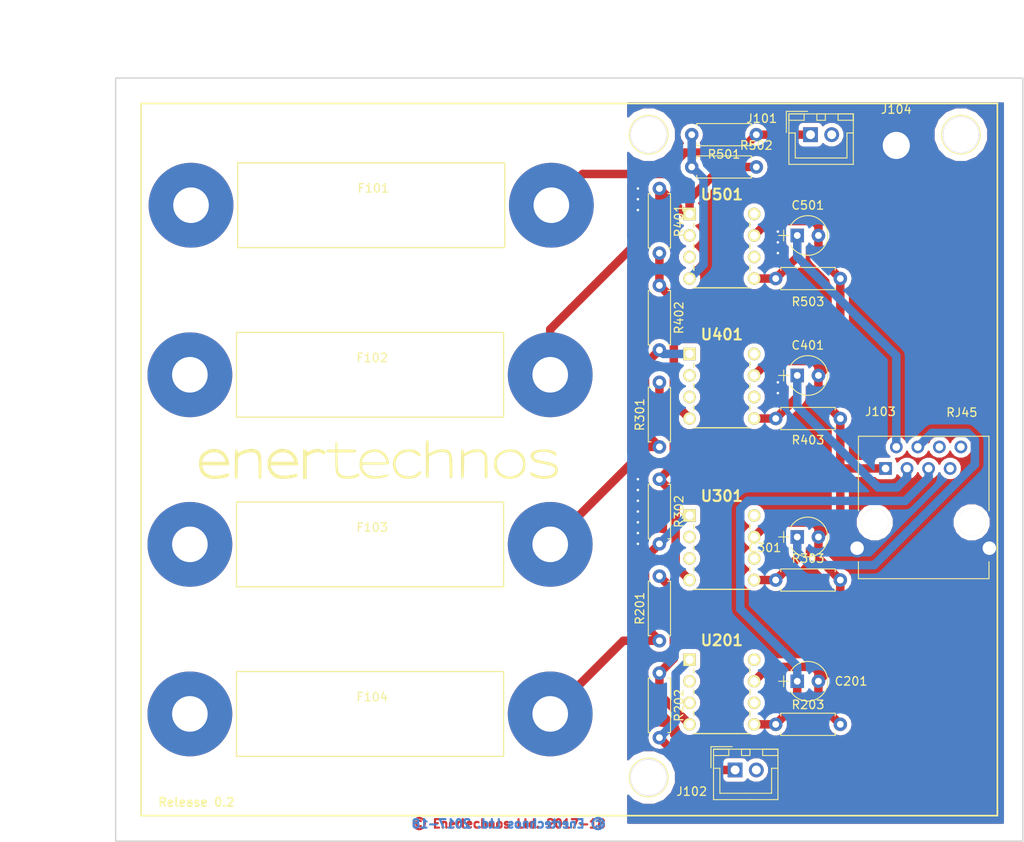
<source format=kicad_pcb>
(kicad_pcb (version 4) (host pcbnew 4.0.7)

  (general
    (links 62)
    (no_connects 0)
    (area 26.150001 91.3 147.075001 190.075001)
    (thickness 1.6)
    (drawings 17)
    (tracks 134)
    (zones 0)
    (modules 47)
    (nets 16)
  )

  (page A4)
  (title_block
    (title "Sub Fuse Board")
    (date 2018-02-09)
    (rev "Release 0.2")
    (company "Enertechnos Ltd.")
    (comment 1 "FOR APPROVAL")
  )

  (layers
    (0 F.Cu signal)
    (31 B.Cu signal)
    (32 B.Adhes user)
    (33 F.Adhes user)
    (34 B.Paste user)
    (35 F.Paste user)
    (36 B.SilkS user)
    (37 F.SilkS user)
    (38 B.Mask user)
    (39 F.Mask user)
    (40 Dwgs.User user)
    (41 Cmts.User user)
    (42 Eco1.User user)
    (43 Eco2.User user)
    (44 Edge.Cuts user)
    (45 Margin user)
    (46 B.CrtYd user)
    (47 F.CrtYd user)
    (48 B.Fab user)
    (49 F.Fab user)
  )

  (setup
    (last_trace_width 1)
    (trace_clearance 0.4)
    (zone_clearance 0.508)
    (zone_45_only no)
    (trace_min 0.2)
    (segment_width 0.2)
    (edge_width 0.15)
    (via_size 1.5)
    (via_drill 1)
    (via_min_size 0.4)
    (via_min_drill 0.3)
    (uvia_size 1)
    (uvia_drill 0.5)
    (uvias_allowed no)
    (uvia_min_size 0.2)
    (uvia_min_drill 0.1)
    (pcb_text_width 0.3)
    (pcb_text_size 1.5 1.5)
    (mod_edge_width 0.15)
    (mod_text_size 1 1)
    (mod_text_width 0.15)
    (pad_size 0.6 0.6)
    (pad_drill 0.3)
    (pad_to_mask_clearance 0.2)
    (aux_axis_origin 40 190)
    (visible_elements 7FFFEF7F)
    (pcbplotparams
      (layerselection 0x010e0_80000001)
      (usegerberextensions false)
      (excludeedgelayer true)
      (linewidth 0.100000)
      (plotframeref false)
      (viasonmask false)
      (mode 1)
      (useauxorigin false)
      (hpglpennumber 1)
      (hpglpenspeed 20)
      (hpglpendiameter 15)
      (hpglpenoverlay 2)
      (psnegative false)
      (psa4output false)
      (plotreference true)
      (plotvalue true)
      (plotinvisibletext false)
      (padsonsilk false)
      (subtractmaskfromsilk false)
      (outputformat 4)
      (mirror false)
      (drillshape 0)
      (scaleselection 1)
      (outputdirectory Plot/))
  )

  (net 0 "")
  (net 1 /VoltMeter1/+VE)
  (net 2 /VoltMeter2/+VE)
  (net 3 /VoltMeter3/+VE)
  (net 4 ARD_GND)
  (net 5 /VoltMeter4/+VE)
  (net 6 "Net-(R201-Pad2)")
  (net 7 "Net-(R301-Pad2)")
  (net 8 "Net-(R401-Pad2)")
  (net 9 "Net-(R501-Pad2)")
  (net 10 V5)
  (net 11 V7)
  (net 12 V8)
  (net 13 V6)
  (net 14 /VoltMeter4/-VE)
  (net 15 Earth)

  (net_class Default "This is the default net class."
    (clearance 0.4)
    (trace_width 1)
    (via_dia 1.5)
    (via_drill 1)
    (uvia_dia 1)
    (uvia_drill 0.5)
    (add_net /VoltMeter1/+VE)
    (add_net /VoltMeter2/+VE)
    (add_net /VoltMeter3/+VE)
    (add_net /VoltMeter4/+VE)
    (add_net /VoltMeter4/-VE)
    (add_net ARD_GND)
    (add_net Earth)
    (add_net "Net-(R201-Pad2)")
    (add_net "Net-(R301-Pad2)")
    (add_net "Net-(R401-Pad2)")
    (add_net "Net-(R501-Pad2)")
    (add_net V5)
    (add_net V6)
    (add_net V7)
    (add_net V8)
  )

  (module OAE_Parts:MicroVia (layer F.Cu) (tedit 5AC7555A) (tstamp 5AC75FD7)
    (at 101.6 114.3)
    (fp_text reference REF** (at 0 -2.54) (layer F.SilkS) hide
      (effects (font (size 1 1) (thickness 0.15)))
    )
    (fp_text value MicroVia (at 0 2.54) (layer F.Fab) hide
      (effects (font (size 1 1) (thickness 0.15)))
    )
    (pad 1 thru_hole circle (at 0 0) (size 0.6 0.6) (drill 0.3) (layers *.Cu)
      (net 15 Earth) (zone_connect 2))
  )

  (module OAE_Parts:MicroVia (layer F.Cu) (tedit 5AC7555A) (tstamp 5AC75FD3)
    (at 101.6 113.03)
    (fp_text reference REF** (at 0 -2.54) (layer F.SilkS) hide
      (effects (font (size 1 1) (thickness 0.15)))
    )
    (fp_text value MicroVia (at 0 2.54) (layer F.Fab) hide
      (effects (font (size 1 1) (thickness 0.15)))
    )
    (pad 1 thru_hole circle (at 0 0) (size 0.6 0.6) (drill 0.3) (layers *.Cu)
      (net 15 Earth) (zone_connect 2))
  )

  (module OAE_Parts:MicroVia (layer F.Cu) (tedit 5AC7555A) (tstamp 5AC75FCF)
    (at 101.6 115.57)
    (fp_text reference REF** (at 0 -2.54) (layer F.SilkS) hide
      (effects (font (size 1 1) (thickness 0.15)))
    )
    (fp_text value MicroVia (at 0 2.54) (layer F.Fab) hide
      (effects (font (size 1 1) (thickness 0.15)))
    )
    (pad 1 thru_hole circle (at 0 0) (size 0.6 0.6) (drill 0.3) (layers *.Cu)
      (net 15 Earth) (zone_connect 2))
  )

  (module OAE_Parts:MicroVia (layer F.Cu) (tedit 5AC7555A) (tstamp 5AC75FB1)
    (at 118.11 120.65)
    (fp_text reference REF** (at 0 -2.54) (layer F.SilkS) hide
      (effects (font (size 1 1) (thickness 0.15)))
    )
    (fp_text value MicroVia (at 0 2.54) (layer F.Fab) hide
      (effects (font (size 1 1) (thickness 0.15)))
    )
    (pad 1 thru_hole circle (at 0 0) (size 0.6 0.6) (drill 0.3) (layers *.Cu)
      (net 15 Earth) (zone_connect 2))
  )

  (module OAE_Parts:MicroVia (layer F.Cu) (tedit 5AC7555A) (tstamp 5AC75FAD)
    (at 118.11 119.38)
    (fp_text reference REF** (at 0 -2.54) (layer F.SilkS) hide
      (effects (font (size 1 1) (thickness 0.15)))
    )
    (fp_text value MicroVia (at 0 2.54) (layer F.Fab) hide
      (effects (font (size 1 1) (thickness 0.15)))
    )
    (pad 1 thru_hole circle (at 0 0) (size 0.6 0.6) (drill 0.3) (layers *.Cu)
      (net 15 Earth) (zone_connect 2))
  )

  (module OAE_Parts:MicroVia (layer F.Cu) (tedit 5AC7555A) (tstamp 5AC75FA9)
    (at 118.11 118.11)
    (fp_text reference REF** (at 0 -2.54) (layer F.SilkS) hide
      (effects (font (size 1 1) (thickness 0.15)))
    )
    (fp_text value MicroVia (at 0 2.54) (layer F.Fab) hide
      (effects (font (size 1 1) (thickness 0.15)))
    )
    (pad 1 thru_hole circle (at 0 0) (size 0.6 0.6) (drill 0.3) (layers *.Cu)
      (net 15 Earth) (zone_connect 2))
  )

  (module OAE_Parts:MicroVia (layer F.Cu) (tedit 5AC7555A) (tstamp 5AC75F99)
    (at 118.11 137.16)
    (fp_text reference REF** (at 0 -2.54) (layer F.SilkS) hide
      (effects (font (size 1 1) (thickness 0.15)))
    )
    (fp_text value MicroVia (at 0 2.54) (layer F.Fab) hide
      (effects (font (size 1 1) (thickness 0.15)))
    )
    (pad 1 thru_hole circle (at 0 0) (size 0.6 0.6) (drill 0.3) (layers *.Cu)
      (net 15 Earth) (zone_connect 2))
  )

  (module OAE_Parts:MicroVia (layer F.Cu) (tedit 5AC7555A) (tstamp 5AC75F8B)
    (at 118.11 135.89)
    (fp_text reference REF** (at 0 -2.54) (layer F.SilkS) hide
      (effects (font (size 1 1) (thickness 0.15)))
    )
    (fp_text value MicroVia (at 0 2.54) (layer F.Fab) hide
      (effects (font (size 1 1) (thickness 0.15)))
    )
    (pad 1 thru_hole circle (at 0 0) (size 0.6 0.6) (drill 0.3) (layers *.Cu)
      (net 15 Earth) (zone_connect 2))
  )

  (module OAE_Parts:MicroVia (layer F.Cu) (tedit 5AC7555A) (tstamp 5AC75F83)
    (at 101.6 154.94)
    (fp_text reference REF** (at 0 -2.54) (layer F.SilkS) hide
      (effects (font (size 1 1) (thickness 0.15)))
    )
    (fp_text value MicroVia (at 0 2.54) (layer F.Fab) hide
      (effects (font (size 1 1) (thickness 0.15)))
    )
    (pad 1 thru_hole circle (at 0 0) (size 0.6 0.6) (drill 0.3) (layers *.Cu)
      (net 15 Earth) (zone_connect 2))
  )

  (module OAE_Parts:MicroVia (layer F.Cu) (tedit 5AC7555A) (tstamp 5AC75F7F)
    (at 101.6 153.67)
    (fp_text reference REF** (at 0 -2.54) (layer F.SilkS) hide
      (effects (font (size 1 1) (thickness 0.15)))
    )
    (fp_text value MicroVia (at 0 2.54) (layer F.Fab) hide
      (effects (font (size 1 1) (thickness 0.15)))
    )
    (pad 1 thru_hole circle (at 0 0) (size 0.6 0.6) (drill 0.3) (layers *.Cu)
      (net 15 Earth) (zone_connect 2))
  )

  (module OAE_Parts:MicroVia (layer F.Cu) (tedit 5AC7555A) (tstamp 5AC75F7A)
    (at 101.6 152.4)
    (fp_text reference REF** (at 0 -2.54) (layer F.SilkS) hide
      (effects (font (size 1 1) (thickness 0.15)))
    )
    (fp_text value MicroVia (at 0 2.54) (layer F.Fab) hide
      (effects (font (size 1 1) (thickness 0.15)))
    )
    (pad 1 thru_hole circle (at 0 0) (size 0.6 0.6) (drill 0.3) (layers *.Cu)
      (net 15 Earth) (zone_connect 2))
  )

  (module OAE_Parts:MicroVia (layer F.Cu) (tedit 5AC7555A) (tstamp 5AC75F76)
    (at 101.6 151.13)
    (fp_text reference REF** (at 0 -2.54) (layer F.SilkS) hide
      (effects (font (size 1 1) (thickness 0.15)))
    )
    (fp_text value MicroVia (at 0 2.54) (layer F.Fab) hide
      (effects (font (size 1 1) (thickness 0.15)))
    )
    (pad 1 thru_hole circle (at 0 0) (size 0.6 0.6) (drill 0.3) (layers *.Cu)
      (net 15 Earth) (zone_connect 2))
  )

  (module OAE_Parts:MicroVia (layer F.Cu) (tedit 5AC7555A) (tstamp 5AC75F72)
    (at 101.6 149.86)
    (fp_text reference REF** (at 0 -2.54) (layer F.SilkS) hide
      (effects (font (size 1 1) (thickness 0.15)))
    )
    (fp_text value MicroVia (at 0 2.54) (layer F.Fab) hide
      (effects (font (size 1 1) (thickness 0.15)))
    )
    (pad 1 thru_hole circle (at 0 0) (size 0.6 0.6) (drill 0.3) (layers *.Cu)
      (net 15 Earth) (zone_connect 2))
  )

  (module OAE_Parts:MicroVia (layer F.Cu) (tedit 5AC7555A) (tstamp 5AC75F6E)
    (at 101.6 148.59)
    (fp_text reference REF** (at 0 -2.54) (layer F.SilkS) hide
      (effects (font (size 1 1) (thickness 0.15)))
    )
    (fp_text value MicroVia (at 0 2.54) (layer F.Fab) hide
      (effects (font (size 1 1) (thickness 0.15)))
    )
    (pad 1 thru_hole circle (at 0 0) (size 0.6 0.6) (drill 0.3) (layers *.Cu)
      (net 15 Earth) (zone_connect 2))
  )

  (module Resistors_THT:R_Axial_DIN0207_L6.3mm_D2.5mm_P7.62mm_Horizontal placed (layer F.Cu) (tedit 5874F706) (tstamp 5A3003EF)
    (at 104.14 170.18 270)
    (descr "Resistor, Axial_DIN0207 series, Axial, Horizontal, pin pitch=7.62mm, 0.25W = 1/4W, length*diameter=6.3*2.5mm^2, http://cdn-reichelt.de/documents/datenblatt/B400/1_4W%23YAG.pdf")
    (tags "Resistor Axial_DIN0207 series Axial Horizontal pin pitch 7.62mm 0.25W = 1/4W length 6.3mm diameter 2.5mm")
    (path /59C4F642/59C4F970)
    (fp_text reference R202 (at 3.81 -2.31 270) (layer F.SilkS)
      (effects (font (size 1 1) (thickness 0.15)))
    )
    (fp_text value 10M (at 3.81 2.31 270) (layer F.Fab)
      (effects (font (size 1 1) (thickness 0.15)))
    )
    (fp_line (start 0.66 -1.25) (end 0.66 1.25) (layer F.Fab) (width 0.1))
    (fp_line (start 0.66 1.25) (end 6.96 1.25) (layer F.Fab) (width 0.1))
    (fp_line (start 6.96 1.25) (end 6.96 -1.25) (layer F.Fab) (width 0.1))
    (fp_line (start 6.96 -1.25) (end 0.66 -1.25) (layer F.Fab) (width 0.1))
    (fp_line (start 0 0) (end 0.66 0) (layer F.Fab) (width 0.1))
    (fp_line (start 7.62 0) (end 6.96 0) (layer F.Fab) (width 0.1))
    (fp_line (start 0.6 -0.98) (end 0.6 -1.31) (layer F.SilkS) (width 0.12))
    (fp_line (start 0.6 -1.31) (end 7.02 -1.31) (layer F.SilkS) (width 0.12))
    (fp_line (start 7.02 -1.31) (end 7.02 -0.98) (layer F.SilkS) (width 0.12))
    (fp_line (start 0.6 0.98) (end 0.6 1.31) (layer F.SilkS) (width 0.12))
    (fp_line (start 0.6 1.31) (end 7.02 1.31) (layer F.SilkS) (width 0.12))
    (fp_line (start 7.02 1.31) (end 7.02 0.98) (layer F.SilkS) (width 0.12))
    (fp_line (start -1.05 -1.6) (end -1.05 1.6) (layer F.CrtYd) (width 0.05))
    (fp_line (start -1.05 1.6) (end 8.7 1.6) (layer F.CrtYd) (width 0.05))
    (fp_line (start 8.7 1.6) (end 8.7 -1.6) (layer F.CrtYd) (width 0.05))
    (fp_line (start 8.7 -1.6) (end -1.05 -1.6) (layer F.CrtYd) (width 0.05))
    (pad 1 thru_hole circle (at 0 0 270) (size 1.6 1.6) (drill 0.8) (layers *.Cu *.Mask)
      (net 6 "Net-(R201-Pad2)"))
    (pad 2 thru_hole oval (at 7.62 0 270) (size 1.6 1.6) (drill 0.8) (layers *.Cu *.Mask)
      (net 14 /VoltMeter4/-VE))
    (model ${KISYS3DMOD}/Resistors_THT.3dshapes/R_Axial_DIN0207_L6.3mm_D2.5mm_P7.62mm_Horizontal.wrl
      (at (xyz 0 0 0))
      (scale (xyz 0.393701 0.393701 0.393701))
      (rotate (xyz 0 0 0))
    )
  )

  (module PartsLibraries:MountingHole (layer F.Cu) (tedit 594AA37F) (tstamp 5AC75C4D)
    (at 139.7 106.68)
    (descr "module 1 pin (ou trou mecanique de percage)")
    (tags DEV)
    (fp_text reference "" (at 0 -3.048) (layer F.SilkS)
      (effects (font (size 1 1) (thickness 0.15)))
    )
    (fp_text value Mount (at 0 3) (layer F.Fab)
      (effects (font (size 1 1) (thickness 0.15)))
    )
    (fp_circle (center 0 0) (end 2 0.8) (layer F.Fab) (width 0.1))
    (fp_circle (center 0 0) (end 2.6 0) (layer F.CrtYd) (width 0.05))
    (fp_circle (center 0 0) (end 0 -2.286) (layer F.SilkS) (width 0.12))
    (pad 1 thru_hole circle (at 0 0) (size 4.2 4.2) (drill 4.2) (layers *.Cu *.Mask)
      (clearance 1))
  )

  (module PartsLibraries:MountingHole (layer F.Cu) (tedit 594AA37F) (tstamp 5A7D94F5)
    (at 102.87 182.5)
    (descr "module 1 pin (ou trou mecanique de percage)")
    (tags DEV)
    (fp_text reference "" (at 0 -3.048) (layer F.SilkS)
      (effects (font (size 1 1) (thickness 0.15)))
    )
    (fp_text value Mount (at 0 3) (layer F.Fab)
      (effects (font (size 1 1) (thickness 0.15)))
    )
    (fp_circle (center 0 0) (end 2 0.8) (layer F.Fab) (width 0.1))
    (fp_circle (center 0 0) (end 2.6 0) (layer F.CrtYd) (width 0.05))
    (fp_circle (center 0 0) (end 0 -2.286) (layer F.SilkS) (width 0.12))
    (pad 1 thru_hole circle (at 0 0) (size 4.2 4.2) (drill 4.2) (layers *.Cu *.Mask)
      (clearance 1))
  )

  (module PartsLibraries:MountingHole (layer F.Cu) (tedit 594AA37F) (tstamp 5A7D94EE)
    (at 102.87 106.68)
    (descr "module 1 pin (ou trou mecanique de percage)")
    (tags DEV)
    (fp_text reference "" (at 0 -3.048) (layer F.SilkS)
      (effects (font (size 1 1) (thickness 0.15)))
    )
    (fp_text value Mount (at 0 3) (layer F.Fab)
      (effects (font (size 1 1) (thickness 0.15)))
    )
    (fp_circle (center 0 0) (end 2 0.8) (layer F.Fab) (width 0.1))
    (fp_circle (center 0 0) (end 2.6 0) (layer F.CrtYd) (width 0.05))
    (fp_circle (center 0 0) (end 0 -2.286) (layer F.SilkS) (width 0.12))
    (pad 1 thru_hole circle (at 0 0) (size 4.2 4.2) (drill 4.2) (layers *.Cu *.Mask)
      (clearance 1))
  )

  (module Resistors_THT:R_Axial_DIN0207_L6.3mm_D2.5mm_P7.62mm_Horizontal placed (layer F.Cu) (tedit 5874F706) (tstamp 5A3003D9)
    (at 104.14 166.37 90)
    (descr "Resistor, Axial_DIN0207 series, Axial, Horizontal, pin pitch=7.62mm, 0.25W = 1/4W, length*diameter=6.3*2.5mm^2, http://cdn-reichelt.de/documents/datenblatt/B400/1_4W%23YAG.pdf")
    (tags "Resistor Axial_DIN0207 series Axial Horizontal pin pitch 7.62mm 0.25W = 1/4W length 6.3mm diameter 2.5mm")
    (path /59C4F642/5A2FE363)
    (fp_text reference R201 (at 3.81 -2.31 90) (layer F.SilkS)
      (effects (font (size 1 1) (thickness 0.15)))
    )
    (fp_text value 10K (at 3.81 2.31 90) (layer F.Fab)
      (effects (font (size 1 1) (thickness 0.15)))
    )
    (fp_line (start 0.66 -1.25) (end 0.66 1.25) (layer F.Fab) (width 0.1))
    (fp_line (start 0.66 1.25) (end 6.96 1.25) (layer F.Fab) (width 0.1))
    (fp_line (start 6.96 1.25) (end 6.96 -1.25) (layer F.Fab) (width 0.1))
    (fp_line (start 6.96 -1.25) (end 0.66 -1.25) (layer F.Fab) (width 0.1))
    (fp_line (start 0 0) (end 0.66 0) (layer F.Fab) (width 0.1))
    (fp_line (start 7.62 0) (end 6.96 0) (layer F.Fab) (width 0.1))
    (fp_line (start 0.6 -0.98) (end 0.6 -1.31) (layer F.SilkS) (width 0.12))
    (fp_line (start 0.6 -1.31) (end 7.02 -1.31) (layer F.SilkS) (width 0.12))
    (fp_line (start 7.02 -1.31) (end 7.02 -0.98) (layer F.SilkS) (width 0.12))
    (fp_line (start 0.6 0.98) (end 0.6 1.31) (layer F.SilkS) (width 0.12))
    (fp_line (start 0.6 1.31) (end 7.02 1.31) (layer F.SilkS) (width 0.12))
    (fp_line (start 7.02 1.31) (end 7.02 0.98) (layer F.SilkS) (width 0.12))
    (fp_line (start -1.05 -1.6) (end -1.05 1.6) (layer F.CrtYd) (width 0.05))
    (fp_line (start -1.05 1.6) (end 8.7 1.6) (layer F.CrtYd) (width 0.05))
    (fp_line (start 8.7 1.6) (end 8.7 -1.6) (layer F.CrtYd) (width 0.05))
    (fp_line (start 8.7 -1.6) (end -1.05 -1.6) (layer F.CrtYd) (width 0.05))
    (pad 1 thru_hole circle (at 0 0 90) (size 1.6 1.6) (drill 0.8) (layers *.Cu *.Mask)
      (net 5 /VoltMeter4/+VE))
    (pad 2 thru_hole oval (at 7.62 0 90) (size 1.6 1.6) (drill 0.8) (layers *.Cu *.Mask)
      (net 6 "Net-(R201-Pad2)"))
    (model ${KISYS3DMOD}/Resistors_THT.3dshapes/R_Axial_DIN0207_L6.3mm_D2.5mm_P7.62mm_Horizontal.wrl
      (at (xyz 0 0 0))
      (scale (xyz 0.393701 0.393701 0.393701))
      (rotate (xyz 0 0 0))
    )
  )

  (module Resistors_THT:R_Axial_DIN0207_L6.3mm_D2.5mm_P7.62mm_Horizontal locked placed (layer F.Cu) (tedit 5874F706) (tstamp 5A300405)
    (at 104.14 143.51 90)
    (descr "Resistor, Axial_DIN0207 series, Axial, Horizontal, pin pitch=7.62mm, 0.25W = 1/4W, length*diameter=6.3*2.5mm^2, http://cdn-reichelt.de/documents/datenblatt/B400/1_4W%23YAG.pdf")
    (tags "Resistor Axial_DIN0207 series Axial Horizontal pin pitch 7.62mm 0.25W = 1/4W length 6.3mm diameter 2.5mm")
    (path /59C51A28/5A2FE363)
    (fp_text reference R301 (at 3.81 -2.31 90) (layer F.SilkS)
      (effects (font (size 1 1) (thickness 0.15)))
    )
    (fp_text value 10K (at 3.81 2.31 90) (layer F.Fab)
      (effects (font (size 1 1) (thickness 0.15)))
    )
    (fp_line (start 0.66 -1.25) (end 0.66 1.25) (layer F.Fab) (width 0.1))
    (fp_line (start 0.66 1.25) (end 6.96 1.25) (layer F.Fab) (width 0.1))
    (fp_line (start 6.96 1.25) (end 6.96 -1.25) (layer F.Fab) (width 0.1))
    (fp_line (start 6.96 -1.25) (end 0.66 -1.25) (layer F.Fab) (width 0.1))
    (fp_line (start 0 0) (end 0.66 0) (layer F.Fab) (width 0.1))
    (fp_line (start 7.62 0) (end 6.96 0) (layer F.Fab) (width 0.1))
    (fp_line (start 0.6 -0.98) (end 0.6 -1.31) (layer F.SilkS) (width 0.12))
    (fp_line (start 0.6 -1.31) (end 7.02 -1.31) (layer F.SilkS) (width 0.12))
    (fp_line (start 7.02 -1.31) (end 7.02 -0.98) (layer F.SilkS) (width 0.12))
    (fp_line (start 0.6 0.98) (end 0.6 1.31) (layer F.SilkS) (width 0.12))
    (fp_line (start 0.6 1.31) (end 7.02 1.31) (layer F.SilkS) (width 0.12))
    (fp_line (start 7.02 1.31) (end 7.02 0.98) (layer F.SilkS) (width 0.12))
    (fp_line (start -1.05 -1.6) (end -1.05 1.6) (layer F.CrtYd) (width 0.05))
    (fp_line (start -1.05 1.6) (end 8.7 1.6) (layer F.CrtYd) (width 0.05))
    (fp_line (start 8.7 1.6) (end 8.7 -1.6) (layer F.CrtYd) (width 0.05))
    (fp_line (start 8.7 -1.6) (end -1.05 -1.6) (layer F.CrtYd) (width 0.05))
    (pad 1 thru_hole circle (at 0 0 90) (size 1.6 1.6) (drill 0.8) (layers *.Cu *.Mask)
      (net 3 /VoltMeter3/+VE))
    (pad 2 thru_hole oval (at 7.62 0 90) (size 1.6 1.6) (drill 0.8) (layers *.Cu *.Mask)
      (net 7 "Net-(R301-Pad2)"))
    (model ${KISYS3DMOD}/Resistors_THT.3dshapes/R_Axial_DIN0207_L6.3mm_D2.5mm_P7.62mm_Horizontal.wrl
      (at (xyz 0 0 0))
      (scale (xyz 0.393701 0.393701 0.393701))
      (rotate (xyz 0 0 0))
    )
  )

  (module Resistors_THT:R_Axial_DIN0207_L6.3mm_D2.5mm_P7.62mm_Horizontal locked placed (layer F.Cu) (tedit 5874F706) (tstamp 5A30041B)
    (at 104.14 147.32 270)
    (descr "Resistor, Axial_DIN0207 series, Axial, Horizontal, pin pitch=7.62mm, 0.25W = 1/4W, length*diameter=6.3*2.5mm^2, http://cdn-reichelt.de/documents/datenblatt/B400/1_4W%23YAG.pdf")
    (tags "Resistor Axial_DIN0207 series Axial Horizontal pin pitch 7.62mm 0.25W = 1/4W length 6.3mm diameter 2.5mm")
    (path /59C51A28/59C4F970)
    (fp_text reference R302 (at 3.81 -2.31 270) (layer F.SilkS)
      (effects (font (size 1 1) (thickness 0.15)))
    )
    (fp_text value 10M (at 3.81 2.31 270) (layer F.Fab)
      (effects (font (size 1 1) (thickness 0.15)))
    )
    (fp_line (start 0.66 -1.25) (end 0.66 1.25) (layer F.Fab) (width 0.1))
    (fp_line (start 0.66 1.25) (end 6.96 1.25) (layer F.Fab) (width 0.1))
    (fp_line (start 6.96 1.25) (end 6.96 -1.25) (layer F.Fab) (width 0.1))
    (fp_line (start 6.96 -1.25) (end 0.66 -1.25) (layer F.Fab) (width 0.1))
    (fp_line (start 0 0) (end 0.66 0) (layer F.Fab) (width 0.1))
    (fp_line (start 7.62 0) (end 6.96 0) (layer F.Fab) (width 0.1))
    (fp_line (start 0.6 -0.98) (end 0.6 -1.31) (layer F.SilkS) (width 0.12))
    (fp_line (start 0.6 -1.31) (end 7.02 -1.31) (layer F.SilkS) (width 0.12))
    (fp_line (start 7.02 -1.31) (end 7.02 -0.98) (layer F.SilkS) (width 0.12))
    (fp_line (start 0.6 0.98) (end 0.6 1.31) (layer F.SilkS) (width 0.12))
    (fp_line (start 0.6 1.31) (end 7.02 1.31) (layer F.SilkS) (width 0.12))
    (fp_line (start 7.02 1.31) (end 7.02 0.98) (layer F.SilkS) (width 0.12))
    (fp_line (start -1.05 -1.6) (end -1.05 1.6) (layer F.CrtYd) (width 0.05))
    (fp_line (start -1.05 1.6) (end 8.7 1.6) (layer F.CrtYd) (width 0.05))
    (fp_line (start 8.7 1.6) (end 8.7 -1.6) (layer F.CrtYd) (width 0.05))
    (fp_line (start 8.7 -1.6) (end -1.05 -1.6) (layer F.CrtYd) (width 0.05))
    (pad 1 thru_hole circle (at 0 0 270) (size 1.6 1.6) (drill 0.8) (layers *.Cu *.Mask)
      (net 7 "Net-(R301-Pad2)"))
    (pad 2 thru_hole oval (at 7.62 0 270) (size 1.6 1.6) (drill 0.8) (layers *.Cu *.Mask)
      (net 5 /VoltMeter4/+VE))
    (model ${KISYS3DMOD}/Resistors_THT.3dshapes/R_Axial_DIN0207_L6.3mm_D2.5mm_P7.62mm_Horizontal.wrl
      (at (xyz 0 0 0))
      (scale (xyz 0.393701 0.393701 0.393701))
      (rotate (xyz 0 0 0))
    )
  )

  (module Resistors_THT:R_Axial_DIN0207_L6.3mm_D2.5mm_P7.62mm_Horizontal placed (layer F.Cu) (tedit 5874F706) (tstamp 5A300431)
    (at 104.14 113.03 270)
    (descr "Resistor, Axial_DIN0207 series, Axial, Horizontal, pin pitch=7.62mm, 0.25W = 1/4W, length*diameter=6.3*2.5mm^2, http://cdn-reichelt.de/documents/datenblatt/B400/1_4W%23YAG.pdf")
    (tags "Resistor Axial_DIN0207 series Axial Horizontal pin pitch 7.62mm 0.25W = 1/4W length 6.3mm diameter 2.5mm")
    (path /59C51FF6/5A2FE363)
    (fp_text reference R401 (at 3.81 -2.31 270) (layer F.SilkS)
      (effects (font (size 1 1) (thickness 0.15)))
    )
    (fp_text value 10K (at 3.81 2.31 270) (layer F.Fab)
      (effects (font (size 1 1) (thickness 0.15)))
    )
    (fp_line (start 0.66 -1.25) (end 0.66 1.25) (layer F.Fab) (width 0.1))
    (fp_line (start 0.66 1.25) (end 6.96 1.25) (layer F.Fab) (width 0.1))
    (fp_line (start 6.96 1.25) (end 6.96 -1.25) (layer F.Fab) (width 0.1))
    (fp_line (start 6.96 -1.25) (end 0.66 -1.25) (layer F.Fab) (width 0.1))
    (fp_line (start 0 0) (end 0.66 0) (layer F.Fab) (width 0.1))
    (fp_line (start 7.62 0) (end 6.96 0) (layer F.Fab) (width 0.1))
    (fp_line (start 0.6 -0.98) (end 0.6 -1.31) (layer F.SilkS) (width 0.12))
    (fp_line (start 0.6 -1.31) (end 7.02 -1.31) (layer F.SilkS) (width 0.12))
    (fp_line (start 7.02 -1.31) (end 7.02 -0.98) (layer F.SilkS) (width 0.12))
    (fp_line (start 0.6 0.98) (end 0.6 1.31) (layer F.SilkS) (width 0.12))
    (fp_line (start 0.6 1.31) (end 7.02 1.31) (layer F.SilkS) (width 0.12))
    (fp_line (start 7.02 1.31) (end 7.02 0.98) (layer F.SilkS) (width 0.12))
    (fp_line (start -1.05 -1.6) (end -1.05 1.6) (layer F.CrtYd) (width 0.05))
    (fp_line (start -1.05 1.6) (end 8.7 1.6) (layer F.CrtYd) (width 0.05))
    (fp_line (start 8.7 1.6) (end 8.7 -1.6) (layer F.CrtYd) (width 0.05))
    (fp_line (start 8.7 -1.6) (end -1.05 -1.6) (layer F.CrtYd) (width 0.05))
    (pad 1 thru_hole circle (at 0 0 270) (size 1.6 1.6) (drill 0.8) (layers *.Cu *.Mask)
      (net 2 /VoltMeter2/+VE))
    (pad 2 thru_hole oval (at 7.62 0 270) (size 1.6 1.6) (drill 0.8) (layers *.Cu *.Mask)
      (net 8 "Net-(R401-Pad2)"))
    (model ${KISYS3DMOD}/Resistors_THT.3dshapes/R_Axial_DIN0207_L6.3mm_D2.5mm_P7.62mm_Horizontal.wrl
      (at (xyz 0 0 0))
      (scale (xyz 0.393701 0.393701 0.393701))
      (rotate (xyz 0 0 0))
    )
  )

  (module Resistors_THT:R_Axial_DIN0207_L6.3mm_D2.5mm_P7.62mm_Horizontal placed (layer F.Cu) (tedit 5874F706) (tstamp 5A300447)
    (at 104.14 124.46 270)
    (descr "Resistor, Axial_DIN0207 series, Axial, Horizontal, pin pitch=7.62mm, 0.25W = 1/4W, length*diameter=6.3*2.5mm^2, http://cdn-reichelt.de/documents/datenblatt/B400/1_4W%23YAG.pdf")
    (tags "Resistor Axial_DIN0207 series Axial Horizontal pin pitch 7.62mm 0.25W = 1/4W length 6.3mm diameter 2.5mm")
    (path /59C51FF6/59C4F970)
    (fp_text reference R402 (at 3.81 -2.31 270) (layer F.SilkS)
      (effects (font (size 1 1) (thickness 0.15)))
    )
    (fp_text value 10M (at 3.81 2.31 270) (layer F.Fab)
      (effects (font (size 1 1) (thickness 0.15)))
    )
    (fp_line (start 0.66 -1.25) (end 0.66 1.25) (layer F.Fab) (width 0.1))
    (fp_line (start 0.66 1.25) (end 6.96 1.25) (layer F.Fab) (width 0.1))
    (fp_line (start 6.96 1.25) (end 6.96 -1.25) (layer F.Fab) (width 0.1))
    (fp_line (start 6.96 -1.25) (end 0.66 -1.25) (layer F.Fab) (width 0.1))
    (fp_line (start 0 0) (end 0.66 0) (layer F.Fab) (width 0.1))
    (fp_line (start 7.62 0) (end 6.96 0) (layer F.Fab) (width 0.1))
    (fp_line (start 0.6 -0.98) (end 0.6 -1.31) (layer F.SilkS) (width 0.12))
    (fp_line (start 0.6 -1.31) (end 7.02 -1.31) (layer F.SilkS) (width 0.12))
    (fp_line (start 7.02 -1.31) (end 7.02 -0.98) (layer F.SilkS) (width 0.12))
    (fp_line (start 0.6 0.98) (end 0.6 1.31) (layer F.SilkS) (width 0.12))
    (fp_line (start 0.6 1.31) (end 7.02 1.31) (layer F.SilkS) (width 0.12))
    (fp_line (start 7.02 1.31) (end 7.02 0.98) (layer F.SilkS) (width 0.12))
    (fp_line (start -1.05 -1.6) (end -1.05 1.6) (layer F.CrtYd) (width 0.05))
    (fp_line (start -1.05 1.6) (end 8.7 1.6) (layer F.CrtYd) (width 0.05))
    (fp_line (start 8.7 1.6) (end 8.7 -1.6) (layer F.CrtYd) (width 0.05))
    (fp_line (start 8.7 -1.6) (end -1.05 -1.6) (layer F.CrtYd) (width 0.05))
    (pad 1 thru_hole circle (at 0 0 270) (size 1.6 1.6) (drill 0.8) (layers *.Cu *.Mask)
      (net 8 "Net-(R401-Pad2)"))
    (pad 2 thru_hole oval (at 7.62 0 270) (size 1.6 1.6) (drill 0.8) (layers *.Cu *.Mask)
      (net 3 /VoltMeter3/+VE))
    (model ${KISYS3DMOD}/Resistors_THT.3dshapes/R_Axial_DIN0207_L6.3mm_D2.5mm_P7.62mm_Horizontal.wrl
      (at (xyz 0 0 0))
      (scale (xyz 0.393701 0.393701 0.393701))
      (rotate (xyz 0 0 0))
    )
  )

  (module Resistors_THT:R_Axial_DIN0207_L6.3mm_D2.5mm_P7.62mm_Horizontal placed (layer F.Cu) (tedit 5874F706) (tstamp 5A30045D)
    (at 115.57 106.68 180)
    (descr "Resistor, Axial_DIN0207 series, Axial, Horizontal, pin pitch=7.62mm, 0.25W = 1/4W, length*diameter=6.3*2.5mm^2, http://cdn-reichelt.de/documents/datenblatt/B400/1_4W%23YAG.pdf")
    (tags "Resistor Axial_DIN0207 series Axial Horizontal pin pitch 7.62mm 0.25W = 1/4W length 6.3mm diameter 2.5mm")
    (path /59C5216A/5A2FE363)
    (fp_text reference R501 (at 3.81 -2.31 180) (layer F.SilkS)
      (effects (font (size 1 1) (thickness 0.15)))
    )
    (fp_text value 10K (at 3.81 2.31 180) (layer F.Fab)
      (effects (font (size 1 1) (thickness 0.15)))
    )
    (fp_line (start 0.66 -1.25) (end 0.66 1.25) (layer F.Fab) (width 0.1))
    (fp_line (start 0.66 1.25) (end 6.96 1.25) (layer F.Fab) (width 0.1))
    (fp_line (start 6.96 1.25) (end 6.96 -1.25) (layer F.Fab) (width 0.1))
    (fp_line (start 6.96 -1.25) (end 0.66 -1.25) (layer F.Fab) (width 0.1))
    (fp_line (start 0 0) (end 0.66 0) (layer F.Fab) (width 0.1))
    (fp_line (start 7.62 0) (end 6.96 0) (layer F.Fab) (width 0.1))
    (fp_line (start 0.6 -0.98) (end 0.6 -1.31) (layer F.SilkS) (width 0.12))
    (fp_line (start 0.6 -1.31) (end 7.02 -1.31) (layer F.SilkS) (width 0.12))
    (fp_line (start 7.02 -1.31) (end 7.02 -0.98) (layer F.SilkS) (width 0.12))
    (fp_line (start 0.6 0.98) (end 0.6 1.31) (layer F.SilkS) (width 0.12))
    (fp_line (start 0.6 1.31) (end 7.02 1.31) (layer F.SilkS) (width 0.12))
    (fp_line (start 7.02 1.31) (end 7.02 0.98) (layer F.SilkS) (width 0.12))
    (fp_line (start -1.05 -1.6) (end -1.05 1.6) (layer F.CrtYd) (width 0.05))
    (fp_line (start -1.05 1.6) (end 8.7 1.6) (layer F.CrtYd) (width 0.05))
    (fp_line (start 8.7 1.6) (end 8.7 -1.6) (layer F.CrtYd) (width 0.05))
    (fp_line (start 8.7 -1.6) (end -1.05 -1.6) (layer F.CrtYd) (width 0.05))
    (pad 1 thru_hole circle (at 0 0 180) (size 1.6 1.6) (drill 0.8) (layers *.Cu *.Mask)
      (net 1 /VoltMeter1/+VE))
    (pad 2 thru_hole oval (at 7.62 0 180) (size 1.6 1.6) (drill 0.8) (layers *.Cu *.Mask)
      (net 9 "Net-(R501-Pad2)"))
    (model ${KISYS3DMOD}/Resistors_THT.3dshapes/R_Axial_DIN0207_L6.3mm_D2.5mm_P7.62mm_Horizontal.wrl
      (at (xyz 0 0 0))
      (scale (xyz 0.393701 0.393701 0.393701))
      (rotate (xyz 0 0 0))
    )
  )

  (module Resistors_THT:R_Axial_DIN0207_L6.3mm_D2.5mm_P7.62mm_Horizontal placed (layer F.Cu) (tedit 5874F706) (tstamp 5A300473)
    (at 107.95 110.49)
    (descr "Resistor, Axial_DIN0207 series, Axial, Horizontal, pin pitch=7.62mm, 0.25W = 1/4W, length*diameter=6.3*2.5mm^2, http://cdn-reichelt.de/documents/datenblatt/B400/1_4W%23YAG.pdf")
    (tags "Resistor Axial_DIN0207 series Axial Horizontal pin pitch 7.62mm 0.25W = 1/4W length 6.3mm diameter 2.5mm")
    (path /59C5216A/59C4F970)
    (fp_text reference R502 (at 7.62 -2.54) (layer F.SilkS)
      (effects (font (size 1 1) (thickness 0.15)))
    )
    (fp_text value 10M (at 3.81 2.31) (layer F.Fab)
      (effects (font (size 1 1) (thickness 0.15)))
    )
    (fp_line (start 0.66 -1.25) (end 0.66 1.25) (layer F.Fab) (width 0.1))
    (fp_line (start 0.66 1.25) (end 6.96 1.25) (layer F.Fab) (width 0.1))
    (fp_line (start 6.96 1.25) (end 6.96 -1.25) (layer F.Fab) (width 0.1))
    (fp_line (start 6.96 -1.25) (end 0.66 -1.25) (layer F.Fab) (width 0.1))
    (fp_line (start 0 0) (end 0.66 0) (layer F.Fab) (width 0.1))
    (fp_line (start 7.62 0) (end 6.96 0) (layer F.Fab) (width 0.1))
    (fp_line (start 0.6 -0.98) (end 0.6 -1.31) (layer F.SilkS) (width 0.12))
    (fp_line (start 0.6 -1.31) (end 7.02 -1.31) (layer F.SilkS) (width 0.12))
    (fp_line (start 7.02 -1.31) (end 7.02 -0.98) (layer F.SilkS) (width 0.12))
    (fp_line (start 0.6 0.98) (end 0.6 1.31) (layer F.SilkS) (width 0.12))
    (fp_line (start 0.6 1.31) (end 7.02 1.31) (layer F.SilkS) (width 0.12))
    (fp_line (start 7.02 1.31) (end 7.02 0.98) (layer F.SilkS) (width 0.12))
    (fp_line (start -1.05 -1.6) (end -1.05 1.6) (layer F.CrtYd) (width 0.05))
    (fp_line (start -1.05 1.6) (end 8.7 1.6) (layer F.CrtYd) (width 0.05))
    (fp_line (start 8.7 1.6) (end 8.7 -1.6) (layer F.CrtYd) (width 0.05))
    (fp_line (start 8.7 -1.6) (end -1.05 -1.6) (layer F.CrtYd) (width 0.05))
    (pad 1 thru_hole circle (at 0 0) (size 1.6 1.6) (drill 0.8) (layers *.Cu *.Mask)
      (net 9 "Net-(R501-Pad2)"))
    (pad 2 thru_hole oval (at 7.62 0) (size 1.6 1.6) (drill 0.8) (layers *.Cu *.Mask)
      (net 2 /VoltMeter2/+VE))
    (model ${KISYS3DMOD}/Resistors_THT.3dshapes/R_Axial_DIN0207_L6.3mm_D2.5mm_P7.62mm_Horizontal.wrl
      (at (xyz 0 0 0))
      (scale (xyz 0.393701 0.393701 0.393701))
      (rotate (xyz 0 0 0))
    )
  )

  (module Capacitors_THT:CP_Radial_Tantal_D4.5mm_P2.50mm (layer F.Cu) (tedit 597C781B) (tstamp 5A4D156D)
    (at 120.396 171.148)
    (descr "CP, Radial_Tantal series, Radial, pin pitch=2.50mm, , diameter=4.5mm, Tantal Electrolytic Capacitor, http://cdn-reichelt.de/documents/datenblatt/B300/TANTAL-TB-Serie%23.pdf")
    (tags "CP Radial_Tantal series Radial pin pitch 2.50mm  diameter 4.5mm Tantal Electrolytic Capacitor")
    (path /59C4F642/5A3A7FE3)
    (fp_text reference C201 (at 6.35 0) (layer F.SilkS)
      (effects (font (size 1 1) (thickness 0.15)))
    )
    (fp_text value C (at 1.25 3.56) (layer F.Fab)
      (effects (font (size 1 1) (thickness 0.15)))
    )
    (fp_arc (start 1.25 0) (end -0.770693 -1.18) (angle 119.4) (layer F.SilkS) (width 0.12))
    (fp_arc (start 1.25 0) (end -0.770693 1.18) (angle -119.4) (layer F.SilkS) (width 0.12))
    (fp_arc (start 1.25 0) (end 3.270693 -1.18) (angle 60.6) (layer F.SilkS) (width 0.12))
    (fp_circle (center 1.25 0) (end 3.5 0) (layer F.Fab) (width 0.1))
    (fp_line (start -2.2 0) (end -1 0) (layer F.Fab) (width 0.1))
    (fp_line (start -1.6 -0.65) (end -1.6 0.65) (layer F.Fab) (width 0.1))
    (fp_line (start -2.2 0) (end -1 0) (layer F.SilkS) (width 0.12))
    (fp_line (start -1.6 -0.65) (end -1.6 0.65) (layer F.SilkS) (width 0.12))
    (fp_line (start -1.35 -2.6) (end -1.35 2.6) (layer F.CrtYd) (width 0.05))
    (fp_line (start -1.35 2.6) (end 3.85 2.6) (layer F.CrtYd) (width 0.05))
    (fp_line (start 3.85 2.6) (end 3.85 -2.6) (layer F.CrtYd) (width 0.05))
    (fp_line (start 3.85 -2.6) (end -1.35 -2.6) (layer F.CrtYd) (width 0.05))
    (fp_text user %R (at 1.25 0) (layer F.Fab)
      (effects (font (size 1 1) (thickness 0.15)))
    )
    (pad 1 thru_hole rect (at 0 0) (size 1.6 1.6) (drill 0.8) (layers *.Cu *.Mask)
      (net 12 V8))
    (pad 2 thru_hole circle (at 2.5 0) (size 1.6 1.6) (drill 0.8) (layers *.Cu *.Mask)
      (net 4 ARD_GND))
    (model ${KISYS3DMOD}/Capacitors_THT.3dshapes/CP_Radial_Tantal_D4.5mm_P2.50mm.wrl
      (at (xyz 0 0 0))
      (scale (xyz 1 1 1))
      (rotate (xyz 0 0 0))
    )
  )

  (module Capacitors_THT:CP_Radial_Tantal_D4.5mm_P2.50mm (layer F.Cu) (tedit 597C781B) (tstamp 5A4D1580)
    (at 120.396 154.13)
    (descr "CP, Radial_Tantal series, Radial, pin pitch=2.50mm, , diameter=4.5mm, Tantal Electrolytic Capacitor, http://cdn-reichelt.de/documents/datenblatt/B300/TANTAL-TB-Serie%23.pdf")
    (tags "CP Radial_Tantal series Radial pin pitch 2.50mm  diameter 4.5mm Tantal Electrolytic Capacitor")
    (path /59C51A28/5A3A7FE3)
    (fp_text reference C301 (at -3.81 1.27) (layer F.SilkS)
      (effects (font (size 1 1) (thickness 0.15)))
    )
    (fp_text value C (at 1.25 3.56) (layer F.Fab)
      (effects (font (size 1 1) (thickness 0.15)))
    )
    (fp_arc (start 1.25 0) (end -0.770693 -1.18) (angle 119.4) (layer F.SilkS) (width 0.12))
    (fp_arc (start 1.25 0) (end -0.770693 1.18) (angle -119.4) (layer F.SilkS) (width 0.12))
    (fp_arc (start 1.25 0) (end 3.270693 -1.18) (angle 60.6) (layer F.SilkS) (width 0.12))
    (fp_circle (center 1.25 0) (end 3.5 0) (layer F.Fab) (width 0.1))
    (fp_line (start -2.2 0) (end -1 0) (layer F.Fab) (width 0.1))
    (fp_line (start -1.6 -0.65) (end -1.6 0.65) (layer F.Fab) (width 0.1))
    (fp_line (start -2.2 0) (end -1 0) (layer F.SilkS) (width 0.12))
    (fp_line (start -1.6 -0.65) (end -1.6 0.65) (layer F.SilkS) (width 0.12))
    (fp_line (start -1.35 -2.6) (end -1.35 2.6) (layer F.CrtYd) (width 0.05))
    (fp_line (start -1.35 2.6) (end 3.85 2.6) (layer F.CrtYd) (width 0.05))
    (fp_line (start 3.85 2.6) (end 3.85 -2.6) (layer F.CrtYd) (width 0.05))
    (fp_line (start 3.85 -2.6) (end -1.35 -2.6) (layer F.CrtYd) (width 0.05))
    (fp_text user %R (at 1.25 0) (layer F.Fab)
      (effects (font (size 1 1) (thickness 0.15)))
    )
    (pad 1 thru_hole rect (at 0 0) (size 1.6 1.6) (drill 0.8) (layers *.Cu *.Mask)
      (net 11 V7))
    (pad 2 thru_hole circle (at 2.5 0) (size 1.6 1.6) (drill 0.8) (layers *.Cu *.Mask)
      (net 4 ARD_GND))
    (model ${KISYS3DMOD}/Capacitors_THT.3dshapes/CP_Radial_Tantal_D4.5mm_P2.50mm.wrl
      (at (xyz 0 0 0))
      (scale (xyz 1 1 1))
      (rotate (xyz 0 0 0))
    )
  )

  (module Capacitors_THT:CP_Radial_Tantal_D4.5mm_P2.50mm (layer F.Cu) (tedit 597C781B) (tstamp 5A4D1593)
    (at 120.396 135.08)
    (descr "CP, Radial_Tantal series, Radial, pin pitch=2.50mm, , diameter=4.5mm, Tantal Electrolytic Capacitor, http://cdn-reichelt.de/documents/datenblatt/B300/TANTAL-TB-Serie%23.pdf")
    (tags "CP Radial_Tantal series Radial pin pitch 2.50mm  diameter 4.5mm Tantal Electrolytic Capacitor")
    (path /59C51FF6/5A3A7FE3)
    (fp_text reference C401 (at 1.25 -3.56) (layer F.SilkS)
      (effects (font (size 1 1) (thickness 0.15)))
    )
    (fp_text value C (at 1.25 3.56) (layer F.Fab)
      (effects (font (size 1 1) (thickness 0.15)))
    )
    (fp_arc (start 1.25 0) (end -0.770693 -1.18) (angle 119.4) (layer F.SilkS) (width 0.12))
    (fp_arc (start 1.25 0) (end -0.770693 1.18) (angle -119.4) (layer F.SilkS) (width 0.12))
    (fp_arc (start 1.25 0) (end 3.270693 -1.18) (angle 60.6) (layer F.SilkS) (width 0.12))
    (fp_circle (center 1.25 0) (end 3.5 0) (layer F.Fab) (width 0.1))
    (fp_line (start -2.2 0) (end -1 0) (layer F.Fab) (width 0.1))
    (fp_line (start -1.6 -0.65) (end -1.6 0.65) (layer F.Fab) (width 0.1))
    (fp_line (start -2.2 0) (end -1 0) (layer F.SilkS) (width 0.12))
    (fp_line (start -1.6 -0.65) (end -1.6 0.65) (layer F.SilkS) (width 0.12))
    (fp_line (start -1.35 -2.6) (end -1.35 2.6) (layer F.CrtYd) (width 0.05))
    (fp_line (start -1.35 2.6) (end 3.85 2.6) (layer F.CrtYd) (width 0.05))
    (fp_line (start 3.85 2.6) (end 3.85 -2.6) (layer F.CrtYd) (width 0.05))
    (fp_line (start 3.85 -2.6) (end -1.35 -2.6) (layer F.CrtYd) (width 0.05))
    (fp_text user %R (at 1.25 0) (layer F.Fab)
      (effects (font (size 1 1) (thickness 0.15)))
    )
    (pad 1 thru_hole rect (at 0 0) (size 1.6 1.6) (drill 0.8) (layers *.Cu *.Mask)
      (net 13 V6))
    (pad 2 thru_hole circle (at 2.5 0) (size 1.6 1.6) (drill 0.8) (layers *.Cu *.Mask)
      (net 4 ARD_GND))
    (model ${KISYS3DMOD}/Capacitors_THT.3dshapes/CP_Radial_Tantal_D4.5mm_P2.50mm.wrl
      (at (xyz 0 0 0))
      (scale (xyz 1 1 1))
      (rotate (xyz 0 0 0))
    )
  )

  (module Capacitors_THT:CP_Radial_Tantal_D4.5mm_P2.50mm (layer F.Cu) (tedit 597C781B) (tstamp 5A4D15A6)
    (at 120.396 118.57)
    (descr "CP, Radial_Tantal series, Radial, pin pitch=2.50mm, , diameter=4.5mm, Tantal Electrolytic Capacitor, http://cdn-reichelt.de/documents/datenblatt/B300/TANTAL-TB-Serie%23.pdf")
    (tags "CP Radial_Tantal series Radial pin pitch 2.50mm  diameter 4.5mm Tantal Electrolytic Capacitor")
    (path /59C5216A/5A3A7FE3)
    (fp_text reference C501 (at 1.25 -3.56) (layer F.SilkS)
      (effects (font (size 1 1) (thickness 0.15)))
    )
    (fp_text value C (at 1.25 3.56) (layer F.Fab)
      (effects (font (size 1 1) (thickness 0.15)))
    )
    (fp_arc (start 1.25 0) (end -0.770693 -1.18) (angle 119.4) (layer F.SilkS) (width 0.12))
    (fp_arc (start 1.25 0) (end -0.770693 1.18) (angle -119.4) (layer F.SilkS) (width 0.12))
    (fp_arc (start 1.25 0) (end 3.270693 -1.18) (angle 60.6) (layer F.SilkS) (width 0.12))
    (fp_circle (center 1.25 0) (end 3.5 0) (layer F.Fab) (width 0.1))
    (fp_line (start -2.2 0) (end -1 0) (layer F.Fab) (width 0.1))
    (fp_line (start -1.6 -0.65) (end -1.6 0.65) (layer F.Fab) (width 0.1))
    (fp_line (start -2.2 0) (end -1 0) (layer F.SilkS) (width 0.12))
    (fp_line (start -1.6 -0.65) (end -1.6 0.65) (layer F.SilkS) (width 0.12))
    (fp_line (start -1.35 -2.6) (end -1.35 2.6) (layer F.CrtYd) (width 0.05))
    (fp_line (start -1.35 2.6) (end 3.85 2.6) (layer F.CrtYd) (width 0.05))
    (fp_line (start 3.85 2.6) (end 3.85 -2.6) (layer F.CrtYd) (width 0.05))
    (fp_line (start 3.85 -2.6) (end -1.35 -2.6) (layer F.CrtYd) (width 0.05))
    (fp_text user %R (at 1.25 0) (layer F.Fab)
      (effects (font (size 1 1) (thickness 0.15)))
    )
    (pad 1 thru_hole rect (at 0 0) (size 1.6 1.6) (drill 0.8) (layers *.Cu *.Mask)
      (net 10 V5))
    (pad 2 thru_hole circle (at 2.5 0) (size 1.6 1.6) (drill 0.8) (layers *.Cu *.Mask)
      (net 4 ARD_GND))
    (model ${KISYS3DMOD}/Capacitors_THT.3dshapes/CP_Radial_Tantal_D4.5mm_P2.50mm.wrl
      (at (xyz 0 0 0))
      (scale (xyz 1 1 1))
      (rotate (xyz 0 0 0))
    )
  )

  (module Connectors_JST:JST_XH_B02B-XH-A_02x2.50mm_Straight (layer F.Cu) (tedit 58EAE7F0) (tstamp 5A4D161B)
    (at 121.96 106.68)
    (descr "JST XH series connector, B02B-XH-A, top entry type, through hole")
    (tags "connector jst xh tht top vertical 2.50mm")
    (path /5A4D601D)
    (fp_text reference J101 (at -5.755 -1.905) (layer F.SilkS)
      (effects (font (size 1 1) (thickness 0.15)))
    )
    (fp_text value FB_IN (at 1.25 4.5) (layer F.Fab)
      (effects (font (size 1 1) (thickness 0.15)))
    )
    (fp_line (start -2.45 -2.35) (end -2.45 3.4) (layer F.Fab) (width 0.1))
    (fp_line (start -2.45 3.4) (end 4.95 3.4) (layer F.Fab) (width 0.1))
    (fp_line (start 4.95 3.4) (end 4.95 -2.35) (layer F.Fab) (width 0.1))
    (fp_line (start 4.95 -2.35) (end -2.45 -2.35) (layer F.Fab) (width 0.1))
    (fp_line (start -2.95 -2.85) (end -2.95 3.9) (layer F.CrtYd) (width 0.05))
    (fp_line (start -2.95 3.9) (end 5.45 3.9) (layer F.CrtYd) (width 0.05))
    (fp_line (start 5.45 3.9) (end 5.45 -2.85) (layer F.CrtYd) (width 0.05))
    (fp_line (start 5.45 -2.85) (end -2.95 -2.85) (layer F.CrtYd) (width 0.05))
    (fp_line (start -2.55 -2.45) (end -2.55 3.5) (layer F.SilkS) (width 0.12))
    (fp_line (start -2.55 3.5) (end 5.05 3.5) (layer F.SilkS) (width 0.12))
    (fp_line (start 5.05 3.5) (end 5.05 -2.45) (layer F.SilkS) (width 0.12))
    (fp_line (start 5.05 -2.45) (end -2.55 -2.45) (layer F.SilkS) (width 0.12))
    (fp_line (start 0.75 -2.45) (end 0.75 -1.7) (layer F.SilkS) (width 0.12))
    (fp_line (start 0.75 -1.7) (end 1.75 -1.7) (layer F.SilkS) (width 0.12))
    (fp_line (start 1.75 -1.7) (end 1.75 -2.45) (layer F.SilkS) (width 0.12))
    (fp_line (start 1.75 -2.45) (end 0.75 -2.45) (layer F.SilkS) (width 0.12))
    (fp_line (start -2.55 -2.45) (end -2.55 -1.7) (layer F.SilkS) (width 0.12))
    (fp_line (start -2.55 -1.7) (end -0.75 -1.7) (layer F.SilkS) (width 0.12))
    (fp_line (start -0.75 -1.7) (end -0.75 -2.45) (layer F.SilkS) (width 0.12))
    (fp_line (start -0.75 -2.45) (end -2.55 -2.45) (layer F.SilkS) (width 0.12))
    (fp_line (start 3.25 -2.45) (end 3.25 -1.7) (layer F.SilkS) (width 0.12))
    (fp_line (start 3.25 -1.7) (end 5.05 -1.7) (layer F.SilkS) (width 0.12))
    (fp_line (start 5.05 -1.7) (end 5.05 -2.45) (layer F.SilkS) (width 0.12))
    (fp_line (start 5.05 -2.45) (end 3.25 -2.45) (layer F.SilkS) (width 0.12))
    (fp_line (start -2.55 -0.2) (end -1.8 -0.2) (layer F.SilkS) (width 0.12))
    (fp_line (start -1.8 -0.2) (end -1.8 2.75) (layer F.SilkS) (width 0.12))
    (fp_line (start -1.8 2.75) (end 1.25 2.75) (layer F.SilkS) (width 0.12))
    (fp_line (start 5.05 -0.2) (end 4.3 -0.2) (layer F.SilkS) (width 0.12))
    (fp_line (start 4.3 -0.2) (end 4.3 2.75) (layer F.SilkS) (width 0.12))
    (fp_line (start 4.3 2.75) (end 1.25 2.75) (layer F.SilkS) (width 0.12))
    (fp_line (start -0.35 -2.75) (end -2.85 -2.75) (layer F.SilkS) (width 0.12))
    (fp_line (start -2.85 -2.75) (end -2.85 -0.25) (layer F.SilkS) (width 0.12))
    (fp_line (start -0.35 -2.75) (end -2.85 -2.75) (layer F.Fab) (width 0.1))
    (fp_line (start -2.85 -2.75) (end -2.85 -0.25) (layer F.Fab) (width 0.1))
    (fp_text user %R (at 1.25 2.5) (layer F.Fab)
      (effects (font (size 1 1) (thickness 0.15)))
    )
    (pad 1 thru_hole rect (at 0 0) (size 1.75 1.75) (drill 1.05) (layers *.Cu *.Mask)
      (net 1 /VoltMeter1/+VE))
    (pad 2 thru_hole circle (at 2.5 0) (size 1.75 1.75) (drill 1.05) (layers *.Cu *.Mask))
    (model Connectors_JST.3dshapes/JST_XH_B02B-XH-A_02x2.50mm_Straight.wrl
      (at (xyz 0 0 0))
      (scale (xyz 1 1 1))
      (rotate (xyz 0 0 0))
    )
  )

  (module Resistors_THT:R_Axial_DIN0207_L6.3mm_D2.5mm_P7.62mm_Horizontal (layer F.Cu) (tedit 5874F706) (tstamp 5A4D1631)
    (at 117.856 176.228)
    (descr "Resistor, Axial_DIN0207 series, Axial, Horizontal, pin pitch=7.62mm, 0.25W = 1/4W, length*diameter=6.3*2.5mm^2, http://cdn-reichelt.de/documents/datenblatt/B400/1_4W%23YAG.pdf")
    (tags "Resistor Axial_DIN0207 series Axial Horizontal pin pitch 7.62mm 0.25W = 1/4W length 6.3mm diameter 2.5mm")
    (path /59C4F642/5A3A8016)
    (fp_text reference R203 (at 3.81 -2.31) (layer F.SilkS)
      (effects (font (size 1 1) (thickness 0.15)))
    )
    (fp_text value R (at 3.81 2.31) (layer F.Fab)
      (effects (font (size 1 1) (thickness 0.15)))
    )
    (fp_line (start 0.66 -1.25) (end 0.66 1.25) (layer F.Fab) (width 0.1))
    (fp_line (start 0.66 1.25) (end 6.96 1.25) (layer F.Fab) (width 0.1))
    (fp_line (start 6.96 1.25) (end 6.96 -1.25) (layer F.Fab) (width 0.1))
    (fp_line (start 6.96 -1.25) (end 0.66 -1.25) (layer F.Fab) (width 0.1))
    (fp_line (start 0 0) (end 0.66 0) (layer F.Fab) (width 0.1))
    (fp_line (start 7.62 0) (end 6.96 0) (layer F.Fab) (width 0.1))
    (fp_line (start 0.6 -0.98) (end 0.6 -1.31) (layer F.SilkS) (width 0.12))
    (fp_line (start 0.6 -1.31) (end 7.02 -1.31) (layer F.SilkS) (width 0.12))
    (fp_line (start 7.02 -1.31) (end 7.02 -0.98) (layer F.SilkS) (width 0.12))
    (fp_line (start 0.6 0.98) (end 0.6 1.31) (layer F.SilkS) (width 0.12))
    (fp_line (start 0.6 1.31) (end 7.02 1.31) (layer F.SilkS) (width 0.12))
    (fp_line (start 7.02 1.31) (end 7.02 0.98) (layer F.SilkS) (width 0.12))
    (fp_line (start -1.05 -1.6) (end -1.05 1.6) (layer F.CrtYd) (width 0.05))
    (fp_line (start -1.05 1.6) (end 8.7 1.6) (layer F.CrtYd) (width 0.05))
    (fp_line (start 8.7 1.6) (end 8.7 -1.6) (layer F.CrtYd) (width 0.05))
    (fp_line (start 8.7 -1.6) (end -1.05 -1.6) (layer F.CrtYd) (width 0.05))
    (pad 1 thru_hole circle (at 0 0) (size 1.6 1.6) (drill 0.8) (layers *.Cu *.Mask)
      (net 12 V8))
    (pad 2 thru_hole oval (at 7.62 0) (size 1.6 1.6) (drill 0.8) (layers *.Cu *.Mask)
      (net 4 ARD_GND))
    (model ${KISYS3DMOD}/Resistors_THT.3dshapes/R_Axial_DIN0207_L6.3mm_D2.5mm_P7.62mm_Horizontal.wrl
      (at (xyz 0 0 0))
      (scale (xyz 0.393701 0.393701 0.393701))
      (rotate (xyz 0 0 0))
    )
  )

  (module Resistors_THT:R_Axial_DIN0207_L6.3mm_D2.5mm_P7.62mm_Horizontal (layer F.Cu) (tedit 5874F706) (tstamp 5A4D1647)
    (at 117.856 159.21)
    (descr "Resistor, Axial_DIN0207 series, Axial, Horizontal, pin pitch=7.62mm, 0.25W = 1/4W, length*diameter=6.3*2.5mm^2, http://cdn-reichelt.de/documents/datenblatt/B400/1_4W%23YAG.pdf")
    (tags "Resistor Axial_DIN0207 series Axial Horizontal pin pitch 7.62mm 0.25W = 1/4W length 6.3mm diameter 2.5mm")
    (path /59C51A28/5A3A8016)
    (fp_text reference R303 (at 3.81 -2.54) (layer F.SilkS)
      (effects (font (size 1 1) (thickness 0.15)))
    )
    (fp_text value R (at 3.81 2.31) (layer F.Fab)
      (effects (font (size 1 1) (thickness 0.15)))
    )
    (fp_line (start 0.66 -1.25) (end 0.66 1.25) (layer F.Fab) (width 0.1))
    (fp_line (start 0.66 1.25) (end 6.96 1.25) (layer F.Fab) (width 0.1))
    (fp_line (start 6.96 1.25) (end 6.96 -1.25) (layer F.Fab) (width 0.1))
    (fp_line (start 6.96 -1.25) (end 0.66 -1.25) (layer F.Fab) (width 0.1))
    (fp_line (start 0 0) (end 0.66 0) (layer F.Fab) (width 0.1))
    (fp_line (start 7.62 0) (end 6.96 0) (layer F.Fab) (width 0.1))
    (fp_line (start 0.6 -0.98) (end 0.6 -1.31) (layer F.SilkS) (width 0.12))
    (fp_line (start 0.6 -1.31) (end 7.02 -1.31) (layer F.SilkS) (width 0.12))
    (fp_line (start 7.02 -1.31) (end 7.02 -0.98) (layer F.SilkS) (width 0.12))
    (fp_line (start 0.6 0.98) (end 0.6 1.31) (layer F.SilkS) (width 0.12))
    (fp_line (start 0.6 1.31) (end 7.02 1.31) (layer F.SilkS) (width 0.12))
    (fp_line (start 7.02 1.31) (end 7.02 0.98) (layer F.SilkS) (width 0.12))
    (fp_line (start -1.05 -1.6) (end -1.05 1.6) (layer F.CrtYd) (width 0.05))
    (fp_line (start -1.05 1.6) (end 8.7 1.6) (layer F.CrtYd) (width 0.05))
    (fp_line (start 8.7 1.6) (end 8.7 -1.6) (layer F.CrtYd) (width 0.05))
    (fp_line (start 8.7 -1.6) (end -1.05 -1.6) (layer F.CrtYd) (width 0.05))
    (pad 1 thru_hole circle (at 0 0) (size 1.6 1.6) (drill 0.8) (layers *.Cu *.Mask)
      (net 11 V7))
    (pad 2 thru_hole oval (at 7.62 0) (size 1.6 1.6) (drill 0.8) (layers *.Cu *.Mask)
      (net 4 ARD_GND))
    (model ${KISYS3DMOD}/Resistors_THT.3dshapes/R_Axial_DIN0207_L6.3mm_D2.5mm_P7.62mm_Horizontal.wrl
      (at (xyz 0 0 0))
      (scale (xyz 0.393701 0.393701 0.393701))
      (rotate (xyz 0 0 0))
    )
  )

  (module Resistors_THT:R_Axial_DIN0207_L6.3mm_D2.5mm_P7.62mm_Horizontal (layer F.Cu) (tedit 5874F706) (tstamp 5A4D165D)
    (at 117.856 140.16)
    (descr "Resistor, Axial_DIN0207 series, Axial, Horizontal, pin pitch=7.62mm, 0.25W = 1/4W, length*diameter=6.3*2.5mm^2, http://cdn-reichelt.de/documents/datenblatt/B400/1_4W%23YAG.pdf")
    (tags "Resistor Axial_DIN0207 series Axial Horizontal pin pitch 7.62mm 0.25W = 1/4W length 6.3mm diameter 2.5mm")
    (path /59C51FF6/5A3A8016)
    (fp_text reference R403 (at 3.81 2.54) (layer F.SilkS)
      (effects (font (size 1 1) (thickness 0.15)))
    )
    (fp_text value R (at 3.81 2.31) (layer F.Fab)
      (effects (font (size 1 1) (thickness 0.15)))
    )
    (fp_line (start 0.66 -1.25) (end 0.66 1.25) (layer F.Fab) (width 0.1))
    (fp_line (start 0.66 1.25) (end 6.96 1.25) (layer F.Fab) (width 0.1))
    (fp_line (start 6.96 1.25) (end 6.96 -1.25) (layer F.Fab) (width 0.1))
    (fp_line (start 6.96 -1.25) (end 0.66 -1.25) (layer F.Fab) (width 0.1))
    (fp_line (start 0 0) (end 0.66 0) (layer F.Fab) (width 0.1))
    (fp_line (start 7.62 0) (end 6.96 0) (layer F.Fab) (width 0.1))
    (fp_line (start 0.6 -0.98) (end 0.6 -1.31) (layer F.SilkS) (width 0.12))
    (fp_line (start 0.6 -1.31) (end 7.02 -1.31) (layer F.SilkS) (width 0.12))
    (fp_line (start 7.02 -1.31) (end 7.02 -0.98) (layer F.SilkS) (width 0.12))
    (fp_line (start 0.6 0.98) (end 0.6 1.31) (layer F.SilkS) (width 0.12))
    (fp_line (start 0.6 1.31) (end 7.02 1.31) (layer F.SilkS) (width 0.12))
    (fp_line (start 7.02 1.31) (end 7.02 0.98) (layer F.SilkS) (width 0.12))
    (fp_line (start -1.05 -1.6) (end -1.05 1.6) (layer F.CrtYd) (width 0.05))
    (fp_line (start -1.05 1.6) (end 8.7 1.6) (layer F.CrtYd) (width 0.05))
    (fp_line (start 8.7 1.6) (end 8.7 -1.6) (layer F.CrtYd) (width 0.05))
    (fp_line (start 8.7 -1.6) (end -1.05 -1.6) (layer F.CrtYd) (width 0.05))
    (pad 1 thru_hole circle (at 0 0) (size 1.6 1.6) (drill 0.8) (layers *.Cu *.Mask)
      (net 13 V6))
    (pad 2 thru_hole oval (at 7.62 0) (size 1.6 1.6) (drill 0.8) (layers *.Cu *.Mask)
      (net 4 ARD_GND))
    (model ${KISYS3DMOD}/Resistors_THT.3dshapes/R_Axial_DIN0207_L6.3mm_D2.5mm_P7.62mm_Horizontal.wrl
      (at (xyz 0 0 0))
      (scale (xyz 0.393701 0.393701 0.393701))
      (rotate (xyz 0 0 0))
    )
  )

  (module Resistors_THT:R_Axial_DIN0207_L6.3mm_D2.5mm_P7.62mm_Horizontal (layer F.Cu) (tedit 5874F706) (tstamp 5A4D1673)
    (at 117.856 123.65)
    (descr "Resistor, Axial_DIN0207 series, Axial, Horizontal, pin pitch=7.62mm, 0.25W = 1/4W, length*diameter=6.3*2.5mm^2, http://cdn-reichelt.de/documents/datenblatt/B400/1_4W%23YAG.pdf")
    (tags "Resistor Axial_DIN0207 series Axial Horizontal pin pitch 7.62mm 0.25W = 1/4W length 6.3mm diameter 2.5mm")
    (path /59C5216A/5A3A8016)
    (fp_text reference R503 (at 3.81 2.735) (layer F.SilkS)
      (effects (font (size 1 1) (thickness 0.15)))
    )
    (fp_text value R (at 3.81 2.31) (layer F.Fab)
      (effects (font (size 1 1) (thickness 0.15)))
    )
    (fp_line (start 0.66 -1.25) (end 0.66 1.25) (layer F.Fab) (width 0.1))
    (fp_line (start 0.66 1.25) (end 6.96 1.25) (layer F.Fab) (width 0.1))
    (fp_line (start 6.96 1.25) (end 6.96 -1.25) (layer F.Fab) (width 0.1))
    (fp_line (start 6.96 -1.25) (end 0.66 -1.25) (layer F.Fab) (width 0.1))
    (fp_line (start 0 0) (end 0.66 0) (layer F.Fab) (width 0.1))
    (fp_line (start 7.62 0) (end 6.96 0) (layer F.Fab) (width 0.1))
    (fp_line (start 0.6 -0.98) (end 0.6 -1.31) (layer F.SilkS) (width 0.12))
    (fp_line (start 0.6 -1.31) (end 7.02 -1.31) (layer F.SilkS) (width 0.12))
    (fp_line (start 7.02 -1.31) (end 7.02 -0.98) (layer F.SilkS) (width 0.12))
    (fp_line (start 0.6 0.98) (end 0.6 1.31) (layer F.SilkS) (width 0.12))
    (fp_line (start 0.6 1.31) (end 7.02 1.31) (layer F.SilkS) (width 0.12))
    (fp_line (start 7.02 1.31) (end 7.02 0.98) (layer F.SilkS) (width 0.12))
    (fp_line (start -1.05 -1.6) (end -1.05 1.6) (layer F.CrtYd) (width 0.05))
    (fp_line (start -1.05 1.6) (end 8.7 1.6) (layer F.CrtYd) (width 0.05))
    (fp_line (start 8.7 1.6) (end 8.7 -1.6) (layer F.CrtYd) (width 0.05))
    (fp_line (start 8.7 -1.6) (end -1.05 -1.6) (layer F.CrtYd) (width 0.05))
    (pad 1 thru_hole circle (at 0 0) (size 1.6 1.6) (drill 0.8) (layers *.Cu *.Mask)
      (net 10 V5))
    (pad 2 thru_hole oval (at 7.62 0) (size 1.6 1.6) (drill 0.8) (layers *.Cu *.Mask)
      (net 4 ARD_GND))
    (model ${KISYS3DMOD}/Resistors_THT.3dshapes/R_Axial_DIN0207_L6.3mm_D2.5mm_P7.62mm_Horizontal.wrl
      (at (xyz 0 0 0))
      (scale (xyz 0.393701 0.393701 0.393701))
      (rotate (xyz 0 0 0))
    )
  )

  (module PartsLibraries:Fuse_NITD32 locked (layer F.Cu) (tedit 5A4E3DDB) (tstamp 5A4E43D3)
    (at 91.395 115 180)
    (path /5A311AB6)
    (fp_text reference F101 (at 21 2 180) (layer F.SilkS)
      (effects (font (size 1 1) (thickness 0.15)))
    )
    (fp_text value Fuse (at 21 -2 180) (layer F.Fab)
      (effects (font (size 1 1) (thickness 0.15)))
    )
    (fp_line (start 37 -5) (end 5.5 -5) (layer F.SilkS) (width 0.15))
    (fp_line (start 37 5) (end 37 -5) (layer F.SilkS) (width 0.15))
    (fp_line (start 5.5 5) (end 37 5) (layer F.SilkS) (width 0.15))
    (fp_line (start 5.5 -5) (end 5.5 5) (layer F.SilkS) (width 0.15))
    (pad 1 thru_hole circle (at 0 0 180) (size 10 10) (drill 4.2) (layers *.Cu *.Mask)
      (net 1 /VoltMeter1/+VE))
    (pad 2 thru_hole circle (at 42.5 0 180) (size 10 10) (drill 4.2) (layers *.Cu *.Mask))
  )

  (module PartsLibraries:Fuse_NITD32 (layer F.Cu) (tedit 5A4E3DDB) (tstamp 5A4E43DC)
    (at 91.26 135 180)
    (path /5A314BDF)
    (fp_text reference F102 (at 21 2 180) (layer F.SilkS)
      (effects (font (size 1 1) (thickness 0.15)))
    )
    (fp_text value Fuse (at 21 -2 180) (layer F.Fab)
      (effects (font (size 1 1) (thickness 0.15)))
    )
    (fp_line (start 37 -5) (end 5.5 -5) (layer F.SilkS) (width 0.15))
    (fp_line (start 37 5) (end 37 -5) (layer F.SilkS) (width 0.15))
    (fp_line (start 5.5 5) (end 37 5) (layer F.SilkS) (width 0.15))
    (fp_line (start 5.5 -5) (end 5.5 5) (layer F.SilkS) (width 0.15))
    (pad 1 thru_hole circle (at 0 0 180) (size 10 10) (drill 4.2) (layers *.Cu *.Mask)
      (net 2 /VoltMeter2/+VE))
    (pad 2 thru_hole circle (at 42.5 0 180) (size 10 10) (drill 4.2) (layers *.Cu *.Mask))
  )

  (module PartsLibraries:Fuse_NITD32 (layer F.Cu) (tedit 5A4E3DDB) (tstamp 5A4E43E5)
    (at 91.26 155 180)
    (path /5A31508D)
    (fp_text reference F103 (at 21 2 180) (layer F.SilkS)
      (effects (font (size 1 1) (thickness 0.15)))
    )
    (fp_text value Fuse (at 21 -2 180) (layer F.Fab)
      (effects (font (size 1 1) (thickness 0.15)))
    )
    (fp_line (start 37 -5) (end 5.5 -5) (layer F.SilkS) (width 0.15))
    (fp_line (start 37 5) (end 37 -5) (layer F.SilkS) (width 0.15))
    (fp_line (start 5.5 5) (end 37 5) (layer F.SilkS) (width 0.15))
    (fp_line (start 5.5 -5) (end 5.5 5) (layer F.SilkS) (width 0.15))
    (pad 1 thru_hole circle (at 0 0 180) (size 10 10) (drill 4.2) (layers *.Cu *.Mask)
      (net 3 /VoltMeter3/+VE))
    (pad 2 thru_hole circle (at 42.5 0 180) (size 10 10) (drill 4.2) (layers *.Cu *.Mask))
  )

  (module PartsLibraries:Fuse_NITD32 locked (layer F.Cu) (tedit 5A4E3DDB) (tstamp 5A4E43EE)
    (at 91.26 175 180)
    (path /5A316DCF)
    (fp_text reference F104 (at 21 2 180) (layer F.SilkS)
      (effects (font (size 1 1) (thickness 0.15)))
    )
    (fp_text value Fuse (at 21 -2 180) (layer F.Fab)
      (effects (font (size 1 1) (thickness 0.15)))
    )
    (fp_line (start 37 -5) (end 5.5 -5) (layer F.SilkS) (width 0.15))
    (fp_line (start 37 5) (end 37 -5) (layer F.SilkS) (width 0.15))
    (fp_line (start 5.5 5) (end 37 5) (layer F.SilkS) (width 0.15))
    (fp_line (start 5.5 -5) (end 5.5 5) (layer F.SilkS) (width 0.15))
    (pad 1 thru_hole circle (at 0 0 180) (size 10 10) (drill 4.2) (layers *.Cu *.Mask)
      (net 5 /VoltMeter4/+VE))
    (pad 2 thru_hole circle (at 42.5 0 180) (size 10 10) (drill 4.2) (layers *.Cu *.Mask))
  )

  (module Connectors_JST:JST_XH_B02B-XH-A_02x2.50mm_Straight (layer F.Cu) (tedit 58EAE7F0) (tstamp 5A7D7AA2)
    (at 113.07 181.61)
    (descr "JST XH series connector, B02B-XH-A, top entry type, through hole")
    (tags "connector jst xh tht top vertical 2.50mm")
    (path /5A3187AF)
    (fp_text reference J102 (at -5.12 2.54) (layer F.SilkS)
      (effects (font (size 1 1) (thickness 0.15)))
    )
    (fp_text value FB_OUT (at 1.25 4.5) (layer F.Fab)
      (effects (font (size 1 1) (thickness 0.15)))
    )
    (fp_line (start -2.45 -2.35) (end -2.45 3.4) (layer F.Fab) (width 0.1))
    (fp_line (start -2.45 3.4) (end 4.95 3.4) (layer F.Fab) (width 0.1))
    (fp_line (start 4.95 3.4) (end 4.95 -2.35) (layer F.Fab) (width 0.1))
    (fp_line (start 4.95 -2.35) (end -2.45 -2.35) (layer F.Fab) (width 0.1))
    (fp_line (start -2.95 -2.85) (end -2.95 3.9) (layer F.CrtYd) (width 0.05))
    (fp_line (start -2.95 3.9) (end 5.45 3.9) (layer F.CrtYd) (width 0.05))
    (fp_line (start 5.45 3.9) (end 5.45 -2.85) (layer F.CrtYd) (width 0.05))
    (fp_line (start 5.45 -2.85) (end -2.95 -2.85) (layer F.CrtYd) (width 0.05))
    (fp_line (start -2.55 -2.45) (end -2.55 3.5) (layer F.SilkS) (width 0.12))
    (fp_line (start -2.55 3.5) (end 5.05 3.5) (layer F.SilkS) (width 0.12))
    (fp_line (start 5.05 3.5) (end 5.05 -2.45) (layer F.SilkS) (width 0.12))
    (fp_line (start 5.05 -2.45) (end -2.55 -2.45) (layer F.SilkS) (width 0.12))
    (fp_line (start 0.75 -2.45) (end 0.75 -1.7) (layer F.SilkS) (width 0.12))
    (fp_line (start 0.75 -1.7) (end 1.75 -1.7) (layer F.SilkS) (width 0.12))
    (fp_line (start 1.75 -1.7) (end 1.75 -2.45) (layer F.SilkS) (width 0.12))
    (fp_line (start 1.75 -2.45) (end 0.75 -2.45) (layer F.SilkS) (width 0.12))
    (fp_line (start -2.55 -2.45) (end -2.55 -1.7) (layer F.SilkS) (width 0.12))
    (fp_line (start -2.55 -1.7) (end -0.75 -1.7) (layer F.SilkS) (width 0.12))
    (fp_line (start -0.75 -1.7) (end -0.75 -2.45) (layer F.SilkS) (width 0.12))
    (fp_line (start -0.75 -2.45) (end -2.55 -2.45) (layer F.SilkS) (width 0.12))
    (fp_line (start 3.25 -2.45) (end 3.25 -1.7) (layer F.SilkS) (width 0.12))
    (fp_line (start 3.25 -1.7) (end 5.05 -1.7) (layer F.SilkS) (width 0.12))
    (fp_line (start 5.05 -1.7) (end 5.05 -2.45) (layer F.SilkS) (width 0.12))
    (fp_line (start 5.05 -2.45) (end 3.25 -2.45) (layer F.SilkS) (width 0.12))
    (fp_line (start -2.55 -0.2) (end -1.8 -0.2) (layer F.SilkS) (width 0.12))
    (fp_line (start -1.8 -0.2) (end -1.8 2.75) (layer F.SilkS) (width 0.12))
    (fp_line (start -1.8 2.75) (end 1.25 2.75) (layer F.SilkS) (width 0.12))
    (fp_line (start 5.05 -0.2) (end 4.3 -0.2) (layer F.SilkS) (width 0.12))
    (fp_line (start 4.3 -0.2) (end 4.3 2.75) (layer F.SilkS) (width 0.12))
    (fp_line (start 4.3 2.75) (end 1.25 2.75) (layer F.SilkS) (width 0.12))
    (fp_line (start -0.35 -2.75) (end -2.85 -2.75) (layer F.SilkS) (width 0.12))
    (fp_line (start -2.85 -2.75) (end -2.85 -0.25) (layer F.SilkS) (width 0.12))
    (fp_line (start -0.35 -2.75) (end -2.85 -2.75) (layer F.Fab) (width 0.1))
    (fp_line (start -2.85 -2.75) (end -2.85 -0.25) (layer F.Fab) (width 0.1))
    (fp_text user %R (at 1.25 2.5) (layer F.Fab)
      (effects (font (size 1 1) (thickness 0.15)))
    )
    (pad 1 thru_hole rect (at 0 0) (size 1.75 1.75) (drill 1.05) (layers *.Cu *.Mask)
      (net 14 /VoltMeter4/-VE))
    (pad 2 thru_hole circle (at 2.5 0) (size 1.75 1.75) (drill 1.05) (layers *.Cu *.Mask))
    (model Connectors_JST.3dshapes/JST_XH_B02B-XH-A_02x2.50mm_Straight.wrl
      (at (xyz 0 0 0))
      (scale (xyz 1 1 1))
      (rotate (xyz 0 0 0))
    )
  )

  (module PartsLibraries:EL_Logo_Inv (layer F.Cu) (tedit 0) (tstamp 5A7DC55B)
    (at 71 145)
    (fp_text reference G*** (at 0 0) (layer F.SilkS) hide
      (effects (font (thickness 0.3)))
    )
    (fp_text value LOGO (at 0.75 0) (layer F.SilkS) hide
      (effects (font (thickness 0.3)))
    )
    (fp_poly (pts (xy -18.701504 -1.149541) (xy -18.371343 -0.982841) (xy -18.076027 -0.708343) (xy -17.827689 -0.334111)
      (xy -17.661616 0.075536) (xy -17.611494 0.402166) (xy -17.610666 0.677333) (xy -20.816179 0.677333)
      (xy -20.740354 0.941721) (xy -20.544952 1.369882) (xy -20.238595 1.67537) (xy -19.819798 1.858534)
      (xy -19.287077 1.919723) (xy -18.638948 1.859286) (xy -17.873925 1.677572) (xy -17.758833 1.642913)
      (xy -17.645242 1.648029) (xy -17.610831 1.783207) (xy -17.610666 1.800764) (xy -17.627955 1.91201)
      (xy -17.703341 1.99161) (xy -17.872107 2.060382) (xy -18.169536 2.139147) (xy -18.194281 2.145137)
      (xy -18.834293 2.258061) (xy -19.432172 2.284065) (xy -19.951375 2.223856) (xy -20.305753 2.104328)
      (xy -20.702519 1.828249) (xy -20.972368 1.450728) (xy -21.121445 0.961377) (xy -21.152517 0.673254)
      (xy -21.149043 0.254) (xy -20.823809 0.254) (xy -18.057482 0.254) (xy -18.099008 0.036768)
      (xy -18.219786 -0.23124) (xy -18.452236 -0.499678) (xy -18.745868 -0.720216) (xy -19.009736 -0.834963)
      (xy -19.471697 -0.87845) (xy -19.918364 -0.777599) (xy -20.312003 -0.551131) (xy -20.614876 -0.217765)
      (xy -20.735598 0.021166) (xy -20.823809 0.254) (xy -21.149043 0.254) (xy -21.148278 0.161746)
      (xy -21.060439 -0.237172) (xy -20.874931 -0.565311) (xy -20.658742 -0.794193) (xy -20.227252 -1.077947)
      (xy -19.728363 -1.234135) (xy -19.205354 -1.25919) (xy -18.701504 -1.149541)) (layer F.SilkS) (width 0.01))
    (fp_poly (pts (xy -14.393338 -1.15731) (xy -14.38218 -1.152122) (xy -14.184995 -1.044277) (xy -14.037764 -0.917187)
      (xy -13.933336 -0.745854) (xy -13.864561 -0.505285) (xy -13.824292 -0.170483) (xy -13.805376 0.283548)
      (xy -13.800666 0.880896) (xy -13.801593 1.398147) (xy -13.806295 1.769998) (xy -13.817656 2.02038)
      (xy -13.83856 2.173225) (xy -13.871892 2.252464) (xy -13.920536 2.282028) (xy -13.97 2.286)
      (xy -14.037523 2.277064) (xy -14.08425 2.232756) (xy -14.114009 2.126822) (xy -14.13063 1.933008)
      (xy -14.137942 1.625062) (xy -14.139775 1.17673) (xy -14.139805 1.121833) (xy -14.147405 0.516127)
      (xy -14.172797 0.056508) (xy -14.220704 -0.279764) (xy -14.295848 -0.515432) (xy -14.402954 -0.673235)
      (xy -14.532397 -0.768457) (xy -14.861187 -0.86167) (xy -15.272416 -0.853887) (xy -15.715121 -0.748405)
      (xy -15.886871 -0.680805) (xy -16.147451 -0.562952) (xy -16.334671 -0.456426) (xy -16.460654 -0.33194)
      (xy -16.537524 -0.160207) (xy -16.577402 0.088058) (xy -16.592412 0.442144) (xy -16.594677 0.931337)
      (xy -16.594666 1.029122) (xy -16.595797 1.51431) (xy -16.601459 1.855452) (xy -16.61506 2.077831)
      (xy -16.640005 2.206731) (xy -16.679702 2.267436) (xy -16.737555 2.28523) (xy -16.764 2.286)
      (xy -16.820904 2.279462) (xy -16.863392 2.245481) (xy -16.893564 2.162502) (xy -16.913525 2.008971)
      (xy -16.925377 1.763333) (xy -16.931223 1.404035) (xy -16.933166 0.909523) (xy -16.933333 0.550333)
      (xy -16.932695 -0.032939) (xy -16.92938 -0.468433) (xy -16.921285 -0.777703) (xy -16.906306 -0.982302)
      (xy -16.882341 -1.103786) (xy -16.847288 -1.163708) (xy -16.799043 -1.183622) (xy -16.764 -1.185334)
      (xy -16.631535 -1.1361) (xy -16.594666 -0.972241) (xy -16.594666 -0.759148) (xy -16.151816 -0.983557)
      (xy -15.696398 -1.158533) (xy -15.215969 -1.249202) (xy -14.763845 -1.250488) (xy -14.393338 -1.15731)) (layer F.SilkS) (width 0.01))
    (fp_poly (pts (xy -11.137428 -1.24931) (xy -10.588627 -1.130337) (xy -10.137011 -0.876578) (xy -9.795145 -0.499922)
      (xy -9.575599 -0.012258) (xy -9.513097 0.287396) (xy -9.45965 0.677333) (xy -12.718357 0.677333)
      (xy -12.661216 0.905002) (xy -12.477929 1.32522) (xy -12.172419 1.635756) (xy -11.754401 1.833067)
      (xy -11.233594 1.913609) (xy -10.619714 1.873839) (xy -10.2235 1.793917) (xy -9.919192 1.726391)
      (xy -9.689857 1.689949) (xy -9.574128 1.690237) (xy -9.567333 1.698052) (xy -9.539912 1.830039)
      (xy -9.521578 1.883386) (xy -9.564818 1.975729) (xy -9.744458 2.062704) (xy -10.027571 2.140185)
      (xy -10.381228 2.204042) (xy -10.772501 2.250148) (xy -11.168463 2.274373) (xy -11.536184 2.272591)
      (xy -11.842737 2.240672) (xy -12.010376 2.195411) (xy -12.452869 1.932319) (xy -12.791471 1.555027)
      (xy -13.011395 1.093329) (xy -13.097855 0.577019) (xy -13.06189 0.208293) (xy -12.7 0.208293)
      (xy -12.619993 0.223527) (xy -12.398607 0.236608) (xy -12.063788 0.24662) (xy -11.643486 0.252645)
      (xy -11.307404 0.254) (xy -9.914808 0.254) (xy -10.0043 -0.002717) (xy -10.222965 -0.401204)
      (xy -10.545224 -0.681607) (xy -10.946285 -0.836255) (xy -11.401357 -0.857475) (xy -11.885646 -0.737596)
      (xy -12.085336 -0.646688) (xy -12.261408 -0.506352) (xy -12.449527 -0.285983) (xy -12.607793 -0.043864)
      (xy -12.694302 0.16172) (xy -12.7 0.208293) (xy -13.06189 0.208293) (xy -13.051164 0.098333)
      (xy -12.863705 -0.401083) (xy -12.54632 -0.793584) (xy -12.125592 -1.071972) (xy -11.837588 -1.198475)
      (xy -11.589847 -1.256116) (xy -11.297273 -1.260167) (xy -11.137428 -1.24931)) (layer F.SilkS) (width 0.01))
    (fp_poly (pts (xy -6.553794 -1.133588) (xy -6.551929 -1.132705) (xy -6.303105 -0.993248) (xy -6.205092 -0.872902)
      (xy -6.244197 -0.750638) (xy -6.278404 -0.712644) (xy -6.374717 -0.65024) (xy -6.504159 -0.662309)
      (xy -6.720064 -0.75519) (xy -6.74678 -0.768333) (xy -6.996371 -0.873925) (xy -7.201427 -0.896704)
      (xy -7.458769 -0.847092) (xy -7.464524 -0.845587) (xy -7.784711 -0.731074) (xy -8.100831 -0.572848)
      (xy -8.149166 -0.542821) (xy -8.466666 -0.336265) (xy -8.466666 2.286) (xy -8.89 2.286)
      (xy -8.89 -1.185334) (xy -8.678333 -1.185334) (xy -8.511599 -1.144932) (xy -8.466666 -1.019896)
      (xy -8.457311 -0.931578) (xy -8.404987 -0.906504) (xy -8.273303 -0.948071) (xy -8.025871 -1.059677)
      (xy -8.022166 -1.061402) (xy -7.503155 -1.230682) (xy -7.003107 -1.255258) (xy -6.553794 -1.133588)) (layer F.SilkS) (width 0.01))
    (fp_poly (pts (xy -4.876411 -2.074861) (xy -4.83698 -1.928164) (xy -4.826 -1.651) (xy -4.826 -1.185334)
      (xy -3.725333 -1.185334) (xy -3.275992 -1.183898) (xy -2.968992 -1.176821) (xy -2.777348 -1.159953)
      (xy -2.674075 -1.129141) (xy -2.632186 -1.080235) (xy -2.624666 -1.016) (xy -2.633957 -0.947043)
      (xy -2.679767 -0.899867) (xy -2.789002 -0.870356) (xy -2.988571 -0.854397) (xy -3.30538 -0.847873)
      (xy -3.731893 -0.846667) (xy -4.83912 -0.846667) (xy -4.811393 0.287718) (xy -4.79231 0.810748)
      (xy -4.757748 1.192574) (xy -4.697522 1.46124) (xy -4.60145 1.644793) (xy -4.459347 1.771278)
      (xy -4.26103 1.868741) (xy -4.233333 1.879677) (xy -3.895391 1.951039) (xy -3.475098 1.955765)
      (xy -3.043947 1.897964) (xy -2.694954 1.791284) (xy -2.458612 1.695789) (xy -2.330856 1.670688)
      (xy -2.267892 1.712523) (xy -2.247586 1.755982) (xy -2.271015 1.897507) (xy -2.431464 2.026148)
      (xy -2.696704 2.134422) (xy -3.034509 2.214846) (xy -3.412649 2.259936) (xy -3.798898 2.262211)
      (xy -4.161027 2.214187) (xy -4.191 2.207223) (xy -4.501096 2.110645) (xy -4.731349 1.976064)
      (xy -4.892967 1.779489) (xy -4.997159 1.496931) (xy -5.055133 1.104401) (xy -5.078097 0.577907)
      (xy -5.08 0.304436) (xy -5.08 -0.846667) (xy -5.588 -0.846667) (xy -5.871728 -0.852846)
      (xy -6.02504 -0.879987) (xy -6.086661 -0.941) (xy -6.096 -1.016) (xy -6.077464 -1.110577)
      (xy -5.99604 -1.161681) (xy -5.813002 -1.182221) (xy -5.588 -1.185334) (xy -5.08 -1.185334)
      (xy -5.08 -1.651) (xy -5.068598 -1.931825) (xy -5.02859 -2.076406) (xy -4.953 -2.116667)
      (xy -4.876411 -2.074861)) (layer F.SilkS) (width 0.01))
    (fp_poly (pts (xy -0.093144 -1.175694) (xy 0.243098 -1.080118) (xy 0.554682 -0.887901) (xy 0.709348 -0.759703)
      (xy 1.003579 -0.395635) (xy 1.142087 -0.061331) (xy 1.210424 0.162978) (xy 1.25028 0.32932)
      (xy 1.24214 0.446315) (xy 1.166489 0.522582) (xy 1.003812 0.56674) (xy 0.734593 0.587408)
      (xy 0.339319 0.593204) (xy -0.201527 0.592749) (xy -0.338666 0.592666) (xy -0.915739 0.593037)
      (xy -1.343021 0.598279) (xy -1.640049 0.614586) (xy -1.826361 0.64815) (xy -1.921493 0.705165)
      (xy -1.944984 0.791824) (xy -1.916369 0.914321) (xy -1.857027 1.073988) (xy -1.63735 1.441354)
      (xy -1.300088 1.747945) (xy -1.148901 1.838446) (xy -0.871752 1.920789) (xy -0.483625 1.955328)
      (xy -0.035875 1.942444) (xy 0.420142 1.882517) (xy 0.673396 1.824945) (xy 0.968178 1.751933)
      (xy 1.129384 1.736649) (xy 1.183945 1.782869) (xy 1.159289 1.893082) (xy 1.044628 1.987572)
      (xy 0.800743 2.076047) (xy 0.467745 2.152778) (xy 0.085743 2.212031) (xy -0.305153 2.248076)
      (xy -0.664832 2.255182) (xy -0.953186 2.227616) (xy -1.035977 2.206773) (xy -1.524684 1.968942)
      (xy -1.894842 1.619647) (xy -2.136455 1.177387) (xy -2.239528 0.66066) (xy -2.213967 0.338666)
      (xy -1.96569 0.338666) (xy 0.949691 0.338666) (xy 0.891587 0.105833) (xy 0.744487 -0.224578)
      (xy 0.498046 -0.538054) (xy 0.20713 -0.769357) (xy 0.118559 -0.813317) (xy -0.331682 -0.921366)
      (xy -0.785499 -0.891061) (xy -1.208049 -0.738289) (xy -1.564485 -0.47894) (xy -1.819963 -0.128901)
      (xy -1.908549 0.110997) (xy -1.96569 0.338666) (xy -2.213967 0.338666) (xy -2.194065 0.087963)
      (xy -2.190372 0.070437) (xy -2.008373 -0.408684) (xy -1.699217 -0.786076) (xy -1.279969 -1.048744)
      (xy -0.767694 -1.183694) (xy -0.522988 -1.19922) (xy -0.093144 -1.175694)) (layer F.SilkS) (width 0.01))
    (fp_poly (pts (xy 4.07908 -1.177756) (xy 4.242728 -1.142615) (xy 4.465791 -1.041961) (xy 4.697355 -0.889031)
      (xy 4.888349 -0.722396) (xy 4.989701 -0.58063) (xy 4.995334 -0.551022) (xy 4.944992 -0.404507)
      (xy 4.811802 -0.388074) (xy 4.622512 -0.502726) (xy 4.586287 -0.535699) (xy 4.191358 -0.801532)
      (xy 3.733711 -0.924027) (xy 3.246568 -0.899377) (xy 2.79573 -0.740834) (xy 2.387123 -0.448967)
      (xy 2.121201 -0.07193) (xy 2.005521 0.374291) (xy 2.042626 0.852005) (xy 2.218597 1.316144)
      (xy 2.509578 1.656168) (xy 2.914715 1.871452) (xy 3.433156 1.961369) (xy 3.558969 1.964266)
      (xy 3.970562 1.934905) (xy 4.290355 1.829254) (xy 4.588351 1.620962) (xy 4.672779 1.54499)
      (xy 4.892535 1.396391) (xy 5.046056 1.388503) (xy 5.123383 1.438655) (xy 5.102919 1.5212)
      (xy 4.97228 1.674834) (xy 4.945277 1.703393) (xy 4.72554 1.903758) (xy 4.500256 2.064889)
      (xy 4.46378 2.0853) (xy 4.192972 2.174333) (xy 3.823045 2.230928) (xy 3.421905 2.250526)
      (xy 3.057455 2.228564) (xy 2.878667 2.191764) (xy 2.408008 1.967673) (xy 2.045413 1.622206)
      (xy 1.804502 1.174536) (xy 1.698897 0.64384) (xy 1.695193 0.525793) (xy 1.769178 -0.011076)
      (xy 1.993236 -0.471369) (xy 2.363388 -0.8488) (xy 2.696303 -1.054812) (xy 2.962473 -1.138065)
      (xy 3.327217 -1.188893) (xy 3.722198 -1.203417) (xy 4.07908 -1.177756)) (layer F.SilkS) (width 0.01))
    (fp_poly (pts (xy 16.246908 -1.102118) (xy 16.67969 -0.891641) (xy 17.024874 -0.57034) (xy 17.082238 -0.490087)
      (xy 17.255007 -0.105048) (xy 17.343691 0.36306) (xy 17.340872 0.846324) (xy 17.266931 1.200694)
      (xy 17.052838 1.594151) (xy 16.714477 1.910148) (xy 16.283895 2.136331) (xy 15.793141 2.260345)
      (xy 15.274264 2.269837) (xy 14.779229 2.159667) (xy 14.350031 1.959204) (xy 14.038379 1.689491)
      (xy 13.81567 1.34971) (xy 13.705387 1.104872) (xy 13.653226 0.870546) (xy 13.647143 0.574644)
      (xy 13.650544 0.510471) (xy 13.950462 0.510471) (xy 14.025395 1.010757) (xy 14.242427 1.425498)
      (xy 14.589908 1.740104) (xy 15.056188 1.939985) (xy 15.100994 1.951233) (xy 15.330465 2.001647)
      (xy 15.498231 2.015426) (xy 15.683587 1.991522) (xy 15.915636 1.940462) (xy 16.390602 1.75626)
      (xy 16.751348 1.453332) (xy 16.978254 1.063342) (xy 17.077476 0.599681) (xy 17.029047 0.164685)
      (xy 16.854356 -0.223015) (xy 16.574786 -0.544787) (xy 16.211726 -0.781999) (xy 15.78656 -0.916018)
      (xy 15.320675 -0.928212) (xy 14.838213 -0.801105) (xy 14.405931 -0.548496) (xy 14.118679 -0.209615)
      (xy 13.972366 0.221584) (xy 13.950462 0.510471) (xy 13.650544 0.510471) (xy 13.656538 0.397421)
      (xy 13.692254 0.049008) (xy 13.758611 -0.196475) (xy 13.87686 -0.40517) (xy 13.942193 -0.491579)
      (xy 14.310181 -0.835463) (xy 14.758165 -1.068443) (xy 15.252627 -1.190535) (xy 15.760048 -1.201755)
      (xy 16.246908 -1.102118)) (layer F.SilkS) (width 0.01))
    (fp_poly (pts (xy 20.045139 -1.16623) (xy 20.522367 -1.054586) (xy 20.853651 -0.863018) (xy 20.899835 -0.817993)
      (xy 21.019257 -0.669694) (xy 21.021468 -0.575436) (xy 20.965358 -0.516597) (xy 20.845681 -0.459361)
      (xy 20.782759 -0.512705) (xy 20.611826 -0.660414) (xy 20.318819 -0.788817) (xy 19.950942 -0.882894)
      (xy 19.555401 -0.927625) (xy 19.473334 -0.929343) (xy 18.988444 -0.892429) (xy 18.621608 -0.782724)
      (xy 18.387671 -0.60686) (xy 18.30401 -0.407008) (xy 18.322765 -0.24418) (xy 18.43345 -0.111209)
      (xy 18.655043 0.001323) (xy 19.006522 0.102835) (xy 19.506862 0.202745) (xy 19.546555 0.20968)
      (xy 20.035063 0.300946) (xy 20.390031 0.385956) (xy 20.646278 0.476595) (xy 20.838622 0.584752)
      (xy 20.976167 0.697731) (xy 21.12512 0.942259) (xy 21.171081 1.258824) (xy 21.11311 1.584341)
      (xy 20.992682 1.807016) (xy 20.732646 2.016416) (xy 20.350842 2.167458) (xy 19.886602 2.253945)
      (xy 19.379255 2.26968) (xy 18.868135 2.208465) (xy 18.698517 2.168494) (xy 18.323883 2.038792)
      (xy 18.047049 1.88526) (xy 17.887709 1.724315) (xy 17.865559 1.572377) (xy 17.907676 1.509213)
      (xy 17.999328 1.521939) (xy 18.195845 1.597683) (xy 18.427607 1.706768) (xy 18.724548 1.840502)
      (xy 18.994821 1.914036) (xy 19.314203 1.943608) (xy 19.548765 1.947016) (xy 19.946888 1.932859)
      (xy 20.228294 1.884745) (xy 20.443774 1.793518) (xy 20.462763 1.782214) (xy 20.740761 1.551643)
      (xy 20.872598 1.302311) (xy 20.854149 1.058101) (xy 20.681291 0.842897) (xy 20.631079 0.807535)
      (xy 20.477716 0.745784) (xy 20.197621 0.666644) (xy 19.831109 0.580454) (xy 19.432304 0.500107)
      (xy 18.98287 0.412194) (xy 18.666466 0.336259) (xy 18.448455 0.26059) (xy 18.294198 0.173474)
      (xy 18.18347 0.077829) (xy 17.992138 -0.213506) (xy 17.956655 -0.530755) (xy 18.03153 -0.757385)
      (xy 18.206453 -0.926119) (xy 18.514176 -1.063267) (xy 18.919396 -1.157614) (xy 19.38681 -1.197947)
      (xy 19.420033 -1.198448) (xy 20.045139 -1.16623)) (layer F.SilkS) (width 0.01))
    (fp_poly (pts (xy 5.836275 -2.273776) (xy 5.885992 -2.216088) (xy 5.913172 -2.081414) (xy 5.924499 -1.838231)
      (xy 5.926667 -1.487627) (xy 5.926667 -0.689254) (xy 6.2865 -0.88864) (xy 6.730863 -1.07377)
      (xy 7.227646 -1.184223) (xy 7.701374 -1.205876) (xy 7.872973 -1.185522) (xy 8.148845 -1.114458)
      (xy 8.359016 -1.001131) (xy 8.511951 -0.824424) (xy 8.616117 -0.563223) (xy 8.679981 -0.196413)
      (xy 8.712008 0.297123) (xy 8.720667 0.928613) (xy 8.719561 1.417313) (xy 8.714016 1.761811)
      (xy 8.700688 1.987235) (xy 8.676234 2.118714) (xy 8.637311 2.181375) (xy 8.580574 2.200348)
      (xy 8.551334 2.201333) (xy 8.48727 2.19325) (xy 8.441789 2.152536) (xy 8.411718 2.054491)
      (xy 8.393883 1.874413) (xy 8.385111 1.587605) (xy 8.382226 1.169365) (xy 8.382 0.883433)
      (xy 8.376939 0.417715) (xy 8.362986 0.003868) (xy 8.341987 -0.324792) (xy 8.315788 -0.534948)
      (xy 8.300569 -0.586621) (xy 8.106164 -0.781302) (xy 7.800657 -0.88919) (xy 7.418565 -0.909919)
      (xy 6.994401 -0.843124) (xy 6.562682 -0.688439) (xy 6.404132 -0.60671) (xy 5.969 -0.360993)
      (xy 5.945628 0.92017) (xy 5.935452 1.411065) (xy 5.923295 1.757629) (xy 5.905439 1.984858)
      (xy 5.878168 2.117745) (xy 5.837766 2.181284) (xy 5.780516 2.20047) (xy 5.755128 2.201333)
      (xy 5.704941 2.195513) (xy 5.665955 2.165409) (xy 5.636756 2.092059) (xy 5.615934 1.956498)
      (xy 5.602074 1.739763) (xy 5.593765 1.422889) (xy 5.589594 0.986913) (xy 5.588148 0.41287)
      (xy 5.588 -0.042334) (xy 5.588408 -0.715992) (xy 5.590586 -1.239288) (xy 5.595967 -1.631195)
      (xy 5.605981 -1.910684) (xy 5.622062 -2.096728) (xy 5.64564 -2.208297) (xy 5.678147 -2.264364)
      (xy 5.721016 -2.283901) (xy 5.757334 -2.286) (xy 5.836275 -2.273776)) (layer F.SilkS) (width 0.01))
    (fp_poly (pts (xy 12.241041 -1.107502) (xy 12.546528 -0.920472) (xy 12.635459 -0.818866) (xy 12.707654 -0.705847)
      (xy 12.76015 -0.580921) (xy 12.79691 -0.414662) (xy 12.821894 -0.17764) (xy 12.839067 0.159571)
      (xy 12.852389 0.626399) (xy 12.856868 0.8255) (xy 12.867227 1.33606) (xy 12.870895 1.701567)
      (xy 12.865265 1.946248) (xy 12.847726 2.094333) (xy 12.815669 2.170053) (xy 12.766484 2.197636)
      (xy 12.708702 2.201333) (xy 12.641414 2.194839) (xy 12.593646 2.158864) (xy 12.562056 2.068665)
      (xy 12.543304 1.8995) (xy 12.534052 1.626628) (xy 12.530958 1.225305) (xy 12.530667 0.882487)
      (xy 12.530667 -0.436359) (xy 12.271857 -0.69517) (xy 12.11325 -0.840145) (xy 11.970599 -0.911596)
      (xy 11.780528 -0.927438) (xy 11.515831 -0.908894) (xy 10.946904 -0.785485) (xy 10.568141 -0.622404)
      (xy 10.117667 -0.381) (xy 10.094295 0.910166) (xy 10.084166 1.403257) (xy 10.072094 1.751923)
      (xy 10.054408 1.981063) (xy 10.027432 2.115577) (xy 9.987494 2.180364) (xy 9.930919 2.200323)
      (xy 9.903795 2.201333) (xy 9.847015 2.194243) (xy 9.804795 2.158435) (xy 9.774982 2.072102)
      (xy 9.755426 1.913435) (xy 9.743973 1.660629) (xy 9.738471 1.291875) (xy 9.736768 0.785366)
      (xy 9.736667 0.508) (xy 9.737333 -0.067184) (xy 9.740786 -0.494856) (xy 9.749207 -0.796834)
      (xy 9.764779 -0.99494) (xy 9.789684 -1.110992) (xy 9.826104 -1.166811) (xy 9.87622 -1.184217)
      (xy 9.906 -1.185334) (xy 10.031094 -1.144246) (xy 10.074029 -0.99265) (xy 10.075334 -0.937294)
      (xy 10.075334 -0.689254) (xy 10.451004 -0.89922) (xy 10.91295 -1.097355) (xy 11.388864 -1.197246)
      (xy 11.843357 -1.200194) (xy 12.241041 -1.107502)) (layer F.SilkS) (width 0.01))
  )

  (module OAE_Parts:PowerConnectorRound_M3 (layer F.Cu) (tedit 5AC74EB9) (tstamp 5AC757BB)
    (at 132.08 107.95)
    (path /5AC75BC0)
    (fp_text reference J104 (at 0 -4.25) (layer F.SilkS)
      (effects (font (size 1 1) (thickness 0.15)))
    )
    (fp_text value Earth (at 0 6.35) (layer F.Fab)
      (effects (font (size 1 1) (thickness 0.15)))
    )
    (pad 1 thru_hole circle (at 0 0) (size 6 6) (drill 3.2) (layers *.Cu *.Mask)
      (net 15 Earth) (zone_connect 2))
  )

  (module OAE_Parts:NKE0303SC (layer F.Cu) (tedit 5A7D67F2) (tstamp 5AC757BC)
    (at 107.696 168.608)
    (descr DIP254P762X432-8)
    (tags "Integrated Circuit")
    (path /59C4F642/5A7B1FC2)
    (fp_text reference U201 (at 3.81 -2.286) (layer F.SilkS)
      (effects (font (size 1.27 1.27) (thickness 0.254)))
    )
    (fp_text value NKE0303SC (at 3.556 9.906) (layer F.SilkS) hide
      (effects (font (size 1.27 1.27) (thickness 0.254)))
    )
    (fp_line (start 0.508 8.7122) (end 0.508 -1.0922) (layer Dwgs.User) (width 0.1524))
    (fp_line (start 0.508 -1.1938) (end 7.112 -1.1938) (layer Dwgs.User) (width 0.1524))
    (fp_line (start -0.4826 3.048) (end 0.508 3.048) (layer Dwgs.User) (width 0.1524))
    (fp_line (start -0.4826 2.032) (end -0.4826 3.048) (layer Dwgs.User) (width 0.1524))
    (fp_line (start 0.508 2.032) (end -0.4826 2.032) (layer Dwgs.User) (width 0.1524))
    (fp_line (start 0.508 3.048) (end 0.508 2.032) (layer Dwgs.User) (width 0.1524))
    (fp_line (start 7.112 1.5748) (end 7.112 0.9652) (layer F.SilkS) (width 0.1524))
    (fp_line (start 7.112 4.1148) (end 7.112 3.5052) (layer F.SilkS) (width 0.1524))
    (fp_line (start 0.508 6.0452) (end 0.508 6.6548) (layer F.SilkS) (width 0.1524))
    (fp_line (start 0.508 3.5052) (end 0.508 4.1148) (layer F.SilkS) (width 0.1524))
    (fp_line (start 0.508 8.7122) (end 7.112 8.7122) (layer F.SilkS) (width 0.1524))
    (fp_line (start 7.112 6.6548) (end 7.112 6.0452) (layer F.SilkS) (width 0.1524))
    (fp_line (start 0.508 1.0922) (end 0.508 1.5748) (layer F.SilkS) (width 0.1524))
    (fp_line (start 0.508 0.508) (end 0.508 -0.508) (layer Dwgs.User) (width 0.1524))
    (fp_line (start 0.508 -0.508) (end -0.4826 -0.508) (layer Dwgs.User) (width 0.1524))
    (fp_line (start -0.4826 -0.508) (end -0.4826 0.508) (layer Dwgs.User) (width 0.1524))
    (fp_line (start -0.4826 0.508) (end 0.508 0.508) (layer Dwgs.User) (width 0.1524))
    (fp_line (start 0.508 5.588) (end 0.508 4.572) (layer Dwgs.User) (width 0.1524))
    (fp_line (start 0.508 4.572) (end -0.4826 4.572) (layer Dwgs.User) (width 0.1524))
    (fp_line (start -0.4826 4.572) (end -0.4826 5.588) (layer Dwgs.User) (width 0.1524))
    (fp_line (start -0.4826 5.588) (end 0.508 5.588) (layer Dwgs.User) (width 0.1524))
    (fp_line (start 0.508 8.128) (end 0.508 7.112) (layer Dwgs.User) (width 0.1524))
    (fp_line (start 0.508 7.112) (end -0.4826 7.1374) (layer Dwgs.User) (width 0.1524))
    (fp_line (start -0.4826 7.1374) (end -0.4826 8.128) (layer Dwgs.User) (width 0.1524))
    (fp_line (start -0.4826 8.128) (end 0.508 8.128) (layer Dwgs.User) (width 0.1524))
    (fp_line (start 7.112 7.112) (end 7.112 8.128) (layer Dwgs.User) (width 0.1524))
    (fp_line (start 7.112 8.128) (end 8.1026 8.1026) (layer Dwgs.User) (width 0.1524))
    (fp_line (start 8.1026 8.1026) (end 8.1026 7.112) (layer Dwgs.User) (width 0.1524))
    (fp_line (start 8.1026 7.112) (end 7.112 7.112) (layer Dwgs.User) (width 0.1524))
    (fp_line (start 7.112 4.572) (end 7.112 5.588) (layer Dwgs.User) (width 0.1524))
    (fp_line (start 7.112 5.588) (end 8.1026 5.5626) (layer Dwgs.User) (width 0.1524))
    (fp_line (start 8.1026 5.5626) (end 8.1026 4.572) (layer Dwgs.User) (width 0.1524))
    (fp_line (start 8.1026 4.572) (end 7.112 4.572) (layer Dwgs.User) (width 0.1524))
    (fp_line (start 7.112 2.032) (end 7.112 3.048) (layer Dwgs.User) (width 0.1524))
    (fp_line (start 7.112 3.048) (end 8.1026 3.048) (layer Dwgs.User) (width 0.1524))
    (fp_line (start 8.1026 3.048) (end 8.1026 2.032) (layer Dwgs.User) (width 0.1524))
    (fp_line (start 8.1026 2.032) (end 7.112 2.032) (layer Dwgs.User) (width 0.1524))
    (fp_line (start 7.112 -0.508) (end 7.112 0.508) (layer Dwgs.User) (width 0.1524))
    (fp_line (start 7.112 0.508) (end 8.1026 0.508) (layer Dwgs.User) (width 0.1524))
    (fp_line (start 8.1026 0.508) (end 8.1026 -0.508) (layer Dwgs.User) (width 0.1524))
    (fp_line (start 8.1026 -0.508) (end 7.112 -0.508) (layer Dwgs.User) (width 0.1524))
    (fp_line (start 0.508 8.7122) (end 7.112 8.7122) (layer Dwgs.User) (width 0.1524))
    (fp_line (start 7.112 8.7122) (end 7.112 -1.0922) (layer Dwgs.User) (width 0.1524))
    (pad 1 thru_hole rect (at 0 0 90) (size 1.4859 1.4859) (drill 0.9906) (layers *.Cu *.Mask F.SilkS)
      (net 14 /VoltMeter4/-VE))
    (pad 2 thru_hole circle (at 0 2.54 90) (size 1.4859 1.4859) (drill 0.9906) (layers *.Cu *.Mask F.SilkS))
    (pad 3 thru_hole circle (at 0 5.08 90) (size 1.4859 1.4859) (drill 0.9906) (layers *.Cu *.Mask F.SilkS))
    (pad 4 thru_hole circle (at 0 7.62 90) (size 1.4859 1.4859) (drill 0.9906) (layers *.Cu *.Mask F.SilkS)
      (net 6 "Net-(R201-Pad2)"))
    (pad 5 thru_hole circle (at 7.62 7.62 90) (size 1.4859 1.4859) (drill 0.9906) (layers *.Cu *.Mask F.SilkS)
      (net 12 V8))
    (pad 6 thru_hole circle (at 7.62 5.08 90) (size 1.4859 1.4859) (drill 0.9906) (layers *.Cu *.Mask F.SilkS))
    (pad 7 thru_hole circle (at 7.62 2.54 90) (size 1.4859 1.4859) (drill 0.9906) (layers *.Cu *.Mask F.SilkS)
      (net 4 ARD_GND))
    (pad 8 thru_hole circle (at 7.62 0 90) (size 1.4859 1.4859) (drill 0.9906) (layers *.Cu *.Mask F.SilkS))
    (model Sockets_DIP.3dshapes/DIP-8__300.wrl
      (at (xyz 0.1542 -0.1542 0))
      (scale (xyz 1 1 1))
      (rotate (xyz 0 0 90))
    )
  )

  (module OAE_Parts:NKE0303SC (layer F.Cu) (tedit 5A7D67F2) (tstamp 5AC757F2)
    (at 107.696 151.59)
    (descr DIP254P762X432-8)
    (tags "Integrated Circuit")
    (path /59C51A28/5A7B1FC2)
    (fp_text reference U301 (at 3.81 -2.286) (layer F.SilkS)
      (effects (font (size 1.27 1.27) (thickness 0.254)))
    )
    (fp_text value NKE0303SC (at 3.556 9.906) (layer F.SilkS) hide
      (effects (font (size 1.27 1.27) (thickness 0.254)))
    )
    (fp_line (start 0.508 8.7122) (end 0.508 -1.0922) (layer Dwgs.User) (width 0.1524))
    (fp_line (start 0.508 -1.1938) (end 7.112 -1.1938) (layer Dwgs.User) (width 0.1524))
    (fp_line (start -0.4826 3.048) (end 0.508 3.048) (layer Dwgs.User) (width 0.1524))
    (fp_line (start -0.4826 2.032) (end -0.4826 3.048) (layer Dwgs.User) (width 0.1524))
    (fp_line (start 0.508 2.032) (end -0.4826 2.032) (layer Dwgs.User) (width 0.1524))
    (fp_line (start 0.508 3.048) (end 0.508 2.032) (layer Dwgs.User) (width 0.1524))
    (fp_line (start 7.112 1.5748) (end 7.112 0.9652) (layer F.SilkS) (width 0.1524))
    (fp_line (start 7.112 4.1148) (end 7.112 3.5052) (layer F.SilkS) (width 0.1524))
    (fp_line (start 0.508 6.0452) (end 0.508 6.6548) (layer F.SilkS) (width 0.1524))
    (fp_line (start 0.508 3.5052) (end 0.508 4.1148) (layer F.SilkS) (width 0.1524))
    (fp_line (start 0.508 8.7122) (end 7.112 8.7122) (layer F.SilkS) (width 0.1524))
    (fp_line (start 7.112 6.6548) (end 7.112 6.0452) (layer F.SilkS) (width 0.1524))
    (fp_line (start 0.508 1.0922) (end 0.508 1.5748) (layer F.SilkS) (width 0.1524))
    (fp_line (start 0.508 0.508) (end 0.508 -0.508) (layer Dwgs.User) (width 0.1524))
    (fp_line (start 0.508 -0.508) (end -0.4826 -0.508) (layer Dwgs.User) (width 0.1524))
    (fp_line (start -0.4826 -0.508) (end -0.4826 0.508) (layer Dwgs.User) (width 0.1524))
    (fp_line (start -0.4826 0.508) (end 0.508 0.508) (layer Dwgs.User) (width 0.1524))
    (fp_line (start 0.508 5.588) (end 0.508 4.572) (layer Dwgs.User) (width 0.1524))
    (fp_line (start 0.508 4.572) (end -0.4826 4.572) (layer Dwgs.User) (width 0.1524))
    (fp_line (start -0.4826 4.572) (end -0.4826 5.588) (layer Dwgs.User) (width 0.1524))
    (fp_line (start -0.4826 5.588) (end 0.508 5.588) (layer Dwgs.User) (width 0.1524))
    (fp_line (start 0.508 8.128) (end 0.508 7.112) (layer Dwgs.User) (width 0.1524))
    (fp_line (start 0.508 7.112) (end -0.4826 7.1374) (layer Dwgs.User) (width 0.1524))
    (fp_line (start -0.4826 7.1374) (end -0.4826 8.128) (layer Dwgs.User) (width 0.1524))
    (fp_line (start -0.4826 8.128) (end 0.508 8.128) (layer Dwgs.User) (width 0.1524))
    (fp_line (start 7.112 7.112) (end 7.112 8.128) (layer Dwgs.User) (width 0.1524))
    (fp_line (start 7.112 8.128) (end 8.1026 8.1026) (layer Dwgs.User) (width 0.1524))
    (fp_line (start 8.1026 8.1026) (end 8.1026 7.112) (layer Dwgs.User) (width 0.1524))
    (fp_line (start 8.1026 7.112) (end 7.112 7.112) (layer Dwgs.User) (width 0.1524))
    (fp_line (start 7.112 4.572) (end 7.112 5.588) (layer Dwgs.User) (width 0.1524))
    (fp_line (start 7.112 5.588) (end 8.1026 5.5626) (layer Dwgs.User) (width 0.1524))
    (fp_line (start 8.1026 5.5626) (end 8.1026 4.572) (layer Dwgs.User) (width 0.1524))
    (fp_line (start 8.1026 4.572) (end 7.112 4.572) (layer Dwgs.User) (width 0.1524))
    (fp_line (start 7.112 2.032) (end 7.112 3.048) (layer Dwgs.User) (width 0.1524))
    (fp_line (start 7.112 3.048) (end 8.1026 3.048) (layer Dwgs.User) (width 0.1524))
    (fp_line (start 8.1026 3.048) (end 8.1026 2.032) (layer Dwgs.User) (width 0.1524))
    (fp_line (start 8.1026 2.032) (end 7.112 2.032) (layer Dwgs.User) (width 0.1524))
    (fp_line (start 7.112 -0.508) (end 7.112 0.508) (layer Dwgs.User) (width 0.1524))
    (fp_line (start 7.112 0.508) (end 8.1026 0.508) (layer Dwgs.User) (width 0.1524))
    (fp_line (start 8.1026 0.508) (end 8.1026 -0.508) (layer Dwgs.User) (width 0.1524))
    (fp_line (start 8.1026 -0.508) (end 7.112 -0.508) (layer Dwgs.User) (width 0.1524))
    (fp_line (start 0.508 8.7122) (end 7.112 8.7122) (layer Dwgs.User) (width 0.1524))
    (fp_line (start 7.112 8.7122) (end 7.112 -1.0922) (layer Dwgs.User) (width 0.1524))
    (pad 1 thru_hole rect (at 0 0 90) (size 1.4859 1.4859) (drill 0.9906) (layers *.Cu *.Mask F.SilkS)
      (net 5 /VoltMeter4/+VE))
    (pad 2 thru_hole circle (at 0 2.54 90) (size 1.4859 1.4859) (drill 0.9906) (layers *.Cu *.Mask F.SilkS))
    (pad 3 thru_hole circle (at 0 5.08 90) (size 1.4859 1.4859) (drill 0.9906) (layers *.Cu *.Mask F.SilkS))
    (pad 4 thru_hole circle (at 0 7.62 90) (size 1.4859 1.4859) (drill 0.9906) (layers *.Cu *.Mask F.SilkS)
      (net 7 "Net-(R301-Pad2)"))
    (pad 5 thru_hole circle (at 7.62 7.62 90) (size 1.4859 1.4859) (drill 0.9906) (layers *.Cu *.Mask F.SilkS)
      (net 11 V7))
    (pad 6 thru_hole circle (at 7.62 5.08 90) (size 1.4859 1.4859) (drill 0.9906) (layers *.Cu *.Mask F.SilkS))
    (pad 7 thru_hole circle (at 7.62 2.54 90) (size 1.4859 1.4859) (drill 0.9906) (layers *.Cu *.Mask F.SilkS)
      (net 4 ARD_GND))
    (pad 8 thru_hole circle (at 7.62 0 90) (size 1.4859 1.4859) (drill 0.9906) (layers *.Cu *.Mask F.SilkS))
    (model Sockets_DIP.3dshapes/DIP-8__300.wrl
      (at (xyz 0.1542 -0.1542 0))
      (scale (xyz 1 1 1))
      (rotate (xyz 0 0 90))
    )
  )

  (module OAE_Parts:NKE0303SC locked (layer F.Cu) (tedit 5A7D67F2) (tstamp 5AC75828)
    (at 107.696 132.54)
    (descr DIP254P762X432-8)
    (tags "Integrated Circuit")
    (path /59C51FF6/5A7B1FC2)
    (fp_text reference U401 (at 3.81 -2.286) (layer F.SilkS)
      (effects (font (size 1.27 1.27) (thickness 0.254)))
    )
    (fp_text value NKE0303SC (at 3.556 9.906) (layer F.SilkS) hide
      (effects (font (size 1.27 1.27) (thickness 0.254)))
    )
    (fp_line (start 0.508 8.7122) (end 0.508 -1.0922) (layer Dwgs.User) (width 0.1524))
    (fp_line (start 0.508 -1.1938) (end 7.112 -1.1938) (layer Dwgs.User) (width 0.1524))
    (fp_line (start -0.4826 3.048) (end 0.508 3.048) (layer Dwgs.User) (width 0.1524))
    (fp_line (start -0.4826 2.032) (end -0.4826 3.048) (layer Dwgs.User) (width 0.1524))
    (fp_line (start 0.508 2.032) (end -0.4826 2.032) (layer Dwgs.User) (width 0.1524))
    (fp_line (start 0.508 3.048) (end 0.508 2.032) (layer Dwgs.User) (width 0.1524))
    (fp_line (start 7.112 1.5748) (end 7.112 0.9652) (layer F.SilkS) (width 0.1524))
    (fp_line (start 7.112 4.1148) (end 7.112 3.5052) (layer F.SilkS) (width 0.1524))
    (fp_line (start 0.508 6.0452) (end 0.508 6.6548) (layer F.SilkS) (width 0.1524))
    (fp_line (start 0.508 3.5052) (end 0.508 4.1148) (layer F.SilkS) (width 0.1524))
    (fp_line (start 0.508 8.7122) (end 7.112 8.7122) (layer F.SilkS) (width 0.1524))
    (fp_line (start 7.112 6.6548) (end 7.112 6.0452) (layer F.SilkS) (width 0.1524))
    (fp_line (start 0.508 1.0922) (end 0.508 1.5748) (layer F.SilkS) (width 0.1524))
    (fp_line (start 0.508 0.508) (end 0.508 -0.508) (layer Dwgs.User) (width 0.1524))
    (fp_line (start 0.508 -0.508) (end -0.4826 -0.508) (layer Dwgs.User) (width 0.1524))
    (fp_line (start -0.4826 -0.508) (end -0.4826 0.508) (layer Dwgs.User) (width 0.1524))
    (fp_line (start -0.4826 0.508) (end 0.508 0.508) (layer Dwgs.User) (width 0.1524))
    (fp_line (start 0.508 5.588) (end 0.508 4.572) (layer Dwgs.User) (width 0.1524))
    (fp_line (start 0.508 4.572) (end -0.4826 4.572) (layer Dwgs.User) (width 0.1524))
    (fp_line (start -0.4826 4.572) (end -0.4826 5.588) (layer Dwgs.User) (width 0.1524))
    (fp_line (start -0.4826 5.588) (end 0.508 5.588) (layer Dwgs.User) (width 0.1524))
    (fp_line (start 0.508 8.128) (end 0.508 7.112) (layer Dwgs.User) (width 0.1524))
    (fp_line (start 0.508 7.112) (end -0.4826 7.1374) (layer Dwgs.User) (width 0.1524))
    (fp_line (start -0.4826 7.1374) (end -0.4826 8.128) (layer Dwgs.User) (width 0.1524))
    (fp_line (start -0.4826 8.128) (end 0.508 8.128) (layer Dwgs.User) (width 0.1524))
    (fp_line (start 7.112 7.112) (end 7.112 8.128) (layer Dwgs.User) (width 0.1524))
    (fp_line (start 7.112 8.128) (end 8.1026 8.1026) (layer Dwgs.User) (width 0.1524))
    (fp_line (start 8.1026 8.1026) (end 8.1026 7.112) (layer Dwgs.User) (width 0.1524))
    (fp_line (start 8.1026 7.112) (end 7.112 7.112) (layer Dwgs.User) (width 0.1524))
    (fp_line (start 7.112 4.572) (end 7.112 5.588) (layer Dwgs.User) (width 0.1524))
    (fp_line (start 7.112 5.588) (end 8.1026 5.5626) (layer Dwgs.User) (width 0.1524))
    (fp_line (start 8.1026 5.5626) (end 8.1026 4.572) (layer Dwgs.User) (width 0.1524))
    (fp_line (start 8.1026 4.572) (end 7.112 4.572) (layer Dwgs.User) (width 0.1524))
    (fp_line (start 7.112 2.032) (end 7.112 3.048) (layer Dwgs.User) (width 0.1524))
    (fp_line (start 7.112 3.048) (end 8.1026 3.048) (layer Dwgs.User) (width 0.1524))
    (fp_line (start 8.1026 3.048) (end 8.1026 2.032) (layer Dwgs.User) (width 0.1524))
    (fp_line (start 8.1026 2.032) (end 7.112 2.032) (layer Dwgs.User) (width 0.1524))
    (fp_line (start 7.112 -0.508) (end 7.112 0.508) (layer Dwgs.User) (width 0.1524))
    (fp_line (start 7.112 0.508) (end 8.1026 0.508) (layer Dwgs.User) (width 0.1524))
    (fp_line (start 8.1026 0.508) (end 8.1026 -0.508) (layer Dwgs.User) (width 0.1524))
    (fp_line (start 8.1026 -0.508) (end 7.112 -0.508) (layer Dwgs.User) (width 0.1524))
    (fp_line (start 0.508 8.7122) (end 7.112 8.7122) (layer Dwgs.User) (width 0.1524))
    (fp_line (start 7.112 8.7122) (end 7.112 -1.0922) (layer Dwgs.User) (width 0.1524))
    (pad 1 thru_hole rect (at 0 0 90) (size 1.4859 1.4859) (drill 0.9906) (layers *.Cu *.Mask F.SilkS)
      (net 3 /VoltMeter3/+VE))
    (pad 2 thru_hole circle (at 0 2.54 90) (size 1.4859 1.4859) (drill 0.9906) (layers *.Cu *.Mask F.SilkS))
    (pad 3 thru_hole circle (at 0 5.08 90) (size 1.4859 1.4859) (drill 0.9906) (layers *.Cu *.Mask F.SilkS))
    (pad 4 thru_hole circle (at 0 7.62 90) (size 1.4859 1.4859) (drill 0.9906) (layers *.Cu *.Mask F.SilkS)
      (net 8 "Net-(R401-Pad2)"))
    (pad 5 thru_hole circle (at 7.62 7.62 90) (size 1.4859 1.4859) (drill 0.9906) (layers *.Cu *.Mask F.SilkS)
      (net 13 V6))
    (pad 6 thru_hole circle (at 7.62 5.08 90) (size 1.4859 1.4859) (drill 0.9906) (layers *.Cu *.Mask F.SilkS))
    (pad 7 thru_hole circle (at 7.62 2.54 90) (size 1.4859 1.4859) (drill 0.9906) (layers *.Cu *.Mask F.SilkS)
      (net 4 ARD_GND))
    (pad 8 thru_hole circle (at 7.62 0 90) (size 1.4859 1.4859) (drill 0.9906) (layers *.Cu *.Mask F.SilkS))
    (model Sockets_DIP.3dshapes/DIP-8__300.wrl
      (at (xyz 0.1542 -0.1542 0))
      (scale (xyz 1 1 1))
      (rotate (xyz 0 0 90))
    )
  )

  (module OAE_Parts:NKE0303SC locked (layer F.Cu) (tedit 5A7D67F2) (tstamp 5AC7585E)
    (at 107.696 116.03)
    (descr DIP254P762X432-8)
    (tags "Integrated Circuit")
    (path /59C5216A/5A7B1FC2)
    (fp_text reference U501 (at 3.81 -2.286) (layer F.SilkS)
      (effects (font (size 1.27 1.27) (thickness 0.254)))
    )
    (fp_text value NKE0303SC (at 3.556 9.906) (layer F.SilkS) hide
      (effects (font (size 1.27 1.27) (thickness 0.254)))
    )
    (fp_line (start 0.508 8.7122) (end 0.508 -1.0922) (layer Dwgs.User) (width 0.1524))
    (fp_line (start 0.508 -1.1938) (end 7.112 -1.1938) (layer Dwgs.User) (width 0.1524))
    (fp_line (start -0.4826 3.048) (end 0.508 3.048) (layer Dwgs.User) (width 0.1524))
    (fp_line (start -0.4826 2.032) (end -0.4826 3.048) (layer Dwgs.User) (width 0.1524))
    (fp_line (start 0.508 2.032) (end -0.4826 2.032) (layer Dwgs.User) (width 0.1524))
    (fp_line (start 0.508 3.048) (end 0.508 2.032) (layer Dwgs.User) (width 0.1524))
    (fp_line (start 7.112 1.5748) (end 7.112 0.9652) (layer F.SilkS) (width 0.1524))
    (fp_line (start 7.112 4.1148) (end 7.112 3.5052) (layer F.SilkS) (width 0.1524))
    (fp_line (start 0.508 6.0452) (end 0.508 6.6548) (layer F.SilkS) (width 0.1524))
    (fp_line (start 0.508 3.5052) (end 0.508 4.1148) (layer F.SilkS) (width 0.1524))
    (fp_line (start 0.508 8.7122) (end 7.112 8.7122) (layer F.SilkS) (width 0.1524))
    (fp_line (start 7.112 6.6548) (end 7.112 6.0452) (layer F.SilkS) (width 0.1524))
    (fp_line (start 0.508 1.0922) (end 0.508 1.5748) (layer F.SilkS) (width 0.1524))
    (fp_line (start 0.508 0.508) (end 0.508 -0.508) (layer Dwgs.User) (width 0.1524))
    (fp_line (start 0.508 -0.508) (end -0.4826 -0.508) (layer Dwgs.User) (width 0.1524))
    (fp_line (start -0.4826 -0.508) (end -0.4826 0.508) (layer Dwgs.User) (width 0.1524))
    (fp_line (start -0.4826 0.508) (end 0.508 0.508) (layer Dwgs.User) (width 0.1524))
    (fp_line (start 0.508 5.588) (end 0.508 4.572) (layer Dwgs.User) (width 0.1524))
    (fp_line (start 0.508 4.572) (end -0.4826 4.572) (layer Dwgs.User) (width 0.1524))
    (fp_line (start -0.4826 4.572) (end -0.4826 5.588) (layer Dwgs.User) (width 0.1524))
    (fp_line (start -0.4826 5.588) (end 0.508 5.588) (layer Dwgs.User) (width 0.1524))
    (fp_line (start 0.508 8.128) (end 0.508 7.112) (layer Dwgs.User) (width 0.1524))
    (fp_line (start 0.508 7.112) (end -0.4826 7.1374) (layer Dwgs.User) (width 0.1524))
    (fp_line (start -0.4826 7.1374) (end -0.4826 8.128) (layer Dwgs.User) (width 0.1524))
    (fp_line (start -0.4826 8.128) (end 0.508 8.128) (layer Dwgs.User) (width 0.1524))
    (fp_line (start 7.112 7.112) (end 7.112 8.128) (layer Dwgs.User) (width 0.1524))
    (fp_line (start 7.112 8.128) (end 8.1026 8.1026) (layer Dwgs.User) (width 0.1524))
    (fp_line (start 8.1026 8.1026) (end 8.1026 7.112) (layer Dwgs.User) (width 0.1524))
    (fp_line (start 8.1026 7.112) (end 7.112 7.112) (layer Dwgs.User) (width 0.1524))
    (fp_line (start 7.112 4.572) (end 7.112 5.588) (layer Dwgs.User) (width 0.1524))
    (fp_line (start 7.112 5.588) (end 8.1026 5.5626) (layer Dwgs.User) (width 0.1524))
    (fp_line (start 8.1026 5.5626) (end 8.1026 4.572) (layer Dwgs.User) (width 0.1524))
    (fp_line (start 8.1026 4.572) (end 7.112 4.572) (layer Dwgs.User) (width 0.1524))
    (fp_line (start 7.112 2.032) (end 7.112 3.048) (layer Dwgs.User) (width 0.1524))
    (fp_line (start 7.112 3.048) (end 8.1026 3.048) (layer Dwgs.User) (width 0.1524))
    (fp_line (start 8.1026 3.048) (end 8.1026 2.032) (layer Dwgs.User) (width 0.1524))
    (fp_line (start 8.1026 2.032) (end 7.112 2.032) (layer Dwgs.User) (width 0.1524))
    (fp_line (start 7.112 -0.508) (end 7.112 0.508) (layer Dwgs.User) (width 0.1524))
    (fp_line (start 7.112 0.508) (end 8.1026 0.508) (layer Dwgs.User) (width 0.1524))
    (fp_line (start 8.1026 0.508) (end 8.1026 -0.508) (layer Dwgs.User) (width 0.1524))
    (fp_line (start 8.1026 -0.508) (end 7.112 -0.508) (layer Dwgs.User) (width 0.1524))
    (fp_line (start 0.508 8.7122) (end 7.112 8.7122) (layer Dwgs.User) (width 0.1524))
    (fp_line (start 7.112 8.7122) (end 7.112 -1.0922) (layer Dwgs.User) (width 0.1524))
    (pad 1 thru_hole rect (at 0 0 90) (size 1.4859 1.4859) (drill 0.9906) (layers *.Cu *.Mask F.SilkS)
      (net 2 /VoltMeter2/+VE))
    (pad 2 thru_hole circle (at 0 2.54 90) (size 1.4859 1.4859) (drill 0.9906) (layers *.Cu *.Mask F.SilkS))
    (pad 3 thru_hole circle (at 0 5.08 90) (size 1.4859 1.4859) (drill 0.9906) (layers *.Cu *.Mask F.SilkS))
    (pad 4 thru_hole circle (at 0 7.62 90) (size 1.4859 1.4859) (drill 0.9906) (layers *.Cu *.Mask F.SilkS)
      (net 9 "Net-(R501-Pad2)"))
    (pad 5 thru_hole circle (at 7.62 7.62 90) (size 1.4859 1.4859) (drill 0.9906) (layers *.Cu *.Mask F.SilkS)
      (net 10 V5))
    (pad 6 thru_hole circle (at 7.62 5.08 90) (size 1.4859 1.4859) (drill 0.9906) (layers *.Cu *.Mask F.SilkS))
    (pad 7 thru_hole circle (at 7.62 2.54 90) (size 1.4859 1.4859) (drill 0.9906) (layers *.Cu *.Mask F.SilkS)
      (net 4 ARD_GND))
    (pad 8 thru_hole circle (at 7.62 0 90) (size 1.4859 1.4859) (drill 0.9906) (layers *.Cu *.Mask F.SilkS))
    (model Sockets_DIP.3dshapes/DIP-8__300.wrl
      (at (xyz 0.1542 -0.1542 0))
      (scale (xyz 1 1 1))
      (rotate (xyz 0 0 90))
    )
  )

  (module OAE_Parts:RJ45-shielded-Molex (layer F.Cu) (tedit 5AC4A305) (tstamp 5AC75BD6)
    (at 130.81 146.05)
    (tags RJ45)
    (path /59C3DA36)
    (fp_text reference J103 (at -0.6 -6.7) (layer F.SilkS)
      (effects (font (size 1 1) (thickness 0.15)))
    )
    (fp_text value RJ45 (at 9 -6.6) (layer F.SilkS)
      (effects (font (size 1 1) (thickness 0.15)))
    )
    (fp_line (start -3.2 13) (end 12.2 13) (layer F.SilkS) (width 0.12))
    (fp_line (start 12.2 -3.8) (end 12.2 5) (layer F.SilkS) (width 0.12))
    (fp_line (start 12.2 -3.8) (end -3.2 -3.8) (layer F.SilkS) (width 0.12))
    (fp_line (start -3.2 -3.8) (end -3.2 5) (layer F.SilkS) (width 0.12))
    (fp_line (start 12.2 11) (end 12.2 13) (layer F.SilkS) (width 0.12))
    (fp_line (start -3.2 11) (end -3.2 13) (layer F.SilkS) (width 0.12))
    (fp_line (start -3.6 -4.1) (end 12.5 -4.1) (layer F.CrtYd) (width 0.05))
    (fp_line (start -3.6 -4.1) (end -3.6 13.3) (layer F.CrtYd) (width 0.05))
    (fp_line (start 12.5 13.3) (end 12.5 -4.1) (layer F.CrtYd) (width 0.05))
    (fp_line (start 12.5 13.3) (end -3.6 13.3) (layer F.CrtYd) (width 0.05))
    (pad "" np_thru_hole circle (at 10.16 6.35) (size 3.25 3.25) (drill 3.25) (layers *.Cu *.SilkS *.Mask))
    (pad "" np_thru_hole circle (at -1.27 6.35) (size 3.25 3.25) (drill 3.25) (layers *.Cu *.SilkS *.Mask))
    (pad 1 thru_hole rect (at 0 0) (size 1.5 1.5) (drill 0.9) (layers *.Cu *.Mask)
      (net 4 ARD_GND))
    (pad 2 thru_hole circle (at 1.27 -2.54) (size 1.5 1.5) (drill 0.9) (layers *.Cu *.Mask)
      (net 10 V5))
    (pad 3 thru_hole circle (at 2.54 0) (size 1.5 1.5) (drill 0.9) (layers *.Cu *.Mask)
      (net 13 V6))
    (pad 4 thru_hole circle (at 3.81 -2.54) (size 1.5 1.5) (drill 0.9) (layers *.Cu *.Mask)
      (net 11 V7))
    (pad 5 thru_hole circle (at 5.08 0) (size 1.5 1.5) (drill 0.9) (layers *.Cu *.Mask)
      (net 12 V8))
    (pad 6 thru_hole circle (at 6.35 -2.54) (size 1.5 1.5) (drill 0.9) (layers *.Cu *.Mask))
    (pad 7 thru_hole circle (at 7.62 0) (size 1.5 1.5) (drill 0.9) (layers *.Cu *.Mask))
    (pad 8 thru_hole circle (at 8.89 -2.54) (size 1.5 1.5) (drill 0.9) (layers *.Cu *.Mask))
    (pad 9 thru_hole circle (at -3.355 9.4) (size 2.2 2.2) (drill 1.6) (layers *.Cu *.Mask)
      (net 15 Earth) (zone_connect 2))
    (pad 9 thru_hole circle (at 12.245 9.4) (size 2.2 2.2) (drill 1.6) (layers *.Cu *.Mask)
      (net 15 Earth) (zone_connect 2))
    (model "C:/Development/mlihardware/3D/RJ45 Shielded Molex.wrl"
      (at (xyz 0 0 0))
      (scale (xyz 1 1 1))
      (rotate (xyz 0 0 0))
    )
  )

  (module OAE_Parts:MicroVia (layer F.Cu) (tedit 5AC7555A) (tstamp 5AC75F67)
    (at 101.6 147.32)
    (fp_text reference REF** (at 0 -2.54) (layer F.SilkS) hide
      (effects (font (size 1 1) (thickness 0.15)))
    )
    (fp_text value MicroVia (at 0 2.54) (layer F.Fab) hide
      (effects (font (size 1 1) (thickness 0.15)))
    )
    (pad 1 thru_hole circle (at 0 0) (size 0.6 0.6) (drill 0.3) (layers *.Cu)
      (net 15 Earth) (zone_connect 2))
  )

  (gr_text "Release 0.2" (at 49.53 185.42) (layer F.SilkS)
    (effects (font (size 1 1) (thickness 0.2)))
  )
  (gr_line (start 43 103) (end 144 103) (layer F.SilkS) (width 0.2) (tstamp 5A7DC583))
  (gr_line (start 144 103) (end 144 187) (layer F.SilkS) (width 0.2) (tstamp 5A7DC582))
  (gr_line (start 144 187) (end 43 187) (layer F.SilkS) (width 0.2) (tstamp 5A7DC581))
  (gr_line (start 43 187) (end 43 103) (layer F.SilkS) (width 0.2) (tstamp 5A7DC580))
  (gr_line (start 43 187) (end 43 103) (layer Dwgs.User) (width 0.2))
  (gr_line (start 144 187) (end 43 187) (layer Dwgs.User) (width 0.2))
  (gr_line (start 144 103) (end 144 187) (layer Dwgs.User) (width 0.2))
  (gr_line (start 43 103) (end 144 103) (layer Dwgs.User) (width 0.2))
  (dimension 107 (width 0.3) (layer Dwgs.User)
    (gr_text "107.000 mm" (at 93.5 92.65) (layer Dwgs.User) (tstamp 5A7DB6BC)
      (effects (font (size 1.5 1.5) (thickness 0.3)))
    )
    (feature1 (pts (xy 147 100) (xy 147 91.3)))
    (feature2 (pts (xy 40 100) (xy 40 91.3)))
    (crossbar (pts (xy 40 94) (xy 147 94)))
    (arrow1a (pts (xy 147 94) (xy 145.873496 94.586421)))
    (arrow1b (pts (xy 147 94) (xy 145.873496 93.413579)))
    (arrow2a (pts (xy 40 94) (xy 41.126504 94.586421)))
    (arrow2b (pts (xy 40 94) (xy 41.126504 93.413579)))
  )
  (dimension 90 (width 0.3) (layer Dwgs.User)
    (gr_text "90.000 mm" (at 32.65 145 270) (layer Dwgs.User)
      (effects (font (size 1.5 1.5) (thickness 0.3)))
    )
    (feature1 (pts (xy 40 190) (xy 31.3 190)))
    (feature2 (pts (xy 40 100) (xy 31.3 100)))
    (crossbar (pts (xy 34 100) (xy 34 190)))
    (arrow1a (pts (xy 34 190) (xy 33.413579 188.873496)))
    (arrow1b (pts (xy 34 190) (xy 34.586421 188.873496)))
    (arrow2a (pts (xy 34 100) (xy 33.413579 101.126504)))
    (arrow2b (pts (xy 34 100) (xy 34.586421 101.126504)))
  )
  (gr_text "© Enertechnos Ltd. 2017-18" (at 86.36 187.96) (layer B.Cu) (tstamp 5A2E98E7)
    (effects (font (size 1 1) (thickness 0.25)) (justify mirror))
  )
  (gr_text "© Enertechnos Ltd. 2017-18" (at 86.36 187.96) (layer F.Cu) (tstamp 5A2E98DD)
    (effects (font (size 1 1) (thickness 0.25)))
  )
  (gr_line (start 147 100) (end 40 100) (angle 90) (layer Edge.Cuts) (width 0.15))
  (gr_line (start 147 190) (end 147 100) (angle 90) (layer Edge.Cuts) (width 0.15))
  (gr_line (start 40 190) (end 147 190) (angle 90) (layer Edge.Cuts) (width 0.15))
  (gr_line (start 40 100) (end 40 190) (angle 90) (layer Edge.Cuts) (width 0.15))

  (segment (start 115.57 106.68) (end 121.96 106.68) (width 1) (layer F.Cu) (net 1))
  (segment (start 91.395 115) (end 95.079187 111.315813) (width 1) (layer F.Cu) (net 1))
  (segment (start 115.57 106.68) (end 113.460001 108.789999) (width 1) (layer F.Cu) (net 1))
  (segment (start 113.460001 108.789999) (end 107.133999 108.789999) (width 1) (layer F.Cu) (net 1))
  (segment (start 107.133999 108.789999) (end 104.608185 111.315813) (width 1) (layer F.Cu) (net 1))
  (segment (start 104.608185 111.315813) (end 95.079187 111.315813) (width 1) (layer F.Cu) (net 1))
  (segment (start 104.14 113.03) (end 104.14 116.755182) (width 1) (layer F.Cu) (net 2))
  (segment (start 104.14 116.755182) (end 91.26 129.635182) (width 1) (layer F.Cu) (net 2))
  (segment (start 91.26 129.635182) (end 91.26 135) (width 1) (layer F.Cu) (net 2))
  (segment (start 107.696 116.03) (end 107.14 116.03) (width 1) (layer F.Cu) (net 2))
  (segment (start 107.14 116.03) (end 104.14 113.03) (width 1) (layer F.Cu) (net 2))
  (segment (start 115.57 110.49) (end 111.49305 110.49) (width 1) (layer F.Cu) (net 2))
  (segment (start 111.49305 110.49) (end 107.696 114.28705) (width 1) (layer F.Cu) (net 2))
  (segment (start 107.696 114.28705) (end 107.696 116.03) (width 1) (layer F.Cu) (net 2))
  (segment (start 107.696 132.54) (end 104.6 132.54) (width 1) (layer B.Cu) (net 3))
  (segment (start 104.6 132.54) (end 104.14 132.08) (width 1) (layer B.Cu) (net 3))
  (segment (start 104.14 143.51) (end 102.75 143.51) (width 1) (layer F.Cu) (net 3))
  (segment (start 102.75 143.51) (end 91.26 155) (width 1) (layer F.Cu) (net 3))
  (segment (start 104.14 132.08) (end 102.439999 133.780001) (width 1) (layer F.Cu) (net 3))
  (segment (start 102.439999 133.780001) (end 102.439999 141.809999) (width 1) (layer F.Cu) (net 3))
  (segment (start 102.439999 141.809999) (end 103.340001 142.710001) (width 1) (layer F.Cu) (net 3))
  (segment (start 103.340001 142.710001) (end 104.14 143.51) (width 1) (layer F.Cu) (net 3))
  (segment (start 122.327369 133.379999) (end 122.896 133.94863) (width 1) (layer F.Cu) (net 4))
  (segment (start 117.016001 133.379999) (end 122.327369 133.379999) (width 1) (layer F.Cu) (net 4))
  (segment (start 122.896 133.94863) (end 122.896 135.08) (width 1) (layer F.Cu) (net 4))
  (segment (start 115.316 135.08) (end 117.016001 133.379999) (width 1) (layer F.Cu) (net 4))
  (segment (start 125.476 140.16) (end 125.476 146.05) (width 1) (layer F.Cu) (net 4))
  (segment (start 125.476 146.05) (end 125.476 151.55) (width 1) (layer F.Cu) (net 4))
  (segment (start 130.81 146.05) (end 125.476 146.05) (width 1) (layer F.Cu) (net 4))
  (segment (start 125.476 159.21) (end 125.476 168.568) (width 1) (layer F.Cu) (net 4))
  (segment (start 125.476 123.65) (end 125.476 130.762) (width 1) (layer F.Cu) (net 4))
  (segment (start 125.476 130.762) (end 125.476 132.5) (width 1) (layer F.Cu) (net 4))
  (segment (start 125.476 132.5) (end 122.896 135.08) (width 1) (layer F.Cu) (net 4))
  (segment (start 115.316 171.148) (end 117.016001 169.447999) (width 1) (layer F.Cu) (net 4))
  (segment (start 122.327369 169.447999) (end 122.896 170.01663) (width 1) (layer F.Cu) (net 4))
  (segment (start 117.016001 169.447999) (end 122.327369 169.447999) (width 1) (layer F.Cu) (net 4))
  (segment (start 122.896 170.01663) (end 122.896 171.148) (width 1) (layer F.Cu) (net 4))
  (segment (start 125.476 168.568) (end 122.896 171.148) (width 1) (layer F.Cu) (net 4))
  (segment (start 125.476 151.55) (end 122.896 154.13) (width 1) (layer F.Cu) (net 4))
  (segment (start 122.896 171.148) (end 122.896 173.648) (width 1) (layer F.Cu) (net 4))
  (segment (start 122.896 173.648) (end 125.476 176.228) (width 1) (layer F.Cu) (net 4))
  (segment (start 115.316 154.13) (end 117.016001 152.429999) (width 1) (layer F.Cu) (net 4))
  (segment (start 117.016001 152.429999) (end 122.327369 152.429999) (width 1) (layer F.Cu) (net 4))
  (segment (start 122.327369 152.429999) (end 122.896 152.99863) (width 1) (layer F.Cu) (net 4))
  (segment (start 122.896 152.99863) (end 122.896 154.13) (width 1) (layer F.Cu) (net 4))
  (segment (start 122.896 154.13) (end 122.896 156.63) (width 1) (layer F.Cu) (net 4))
  (segment (start 122.896 156.63) (end 125.476 159.21) (width 1) (layer F.Cu) (net 4))
  (segment (start 122.896 118.57) (end 122.896 121.07) (width 1) (layer F.Cu) (net 4))
  (segment (start 122.896 121.07) (end 125.476 123.65) (width 1) (layer F.Cu) (net 4))
  (segment (start 122.896 135.08) (end 122.896 137.58) (width 1) (layer F.Cu) (net 4))
  (segment (start 122.896 137.58) (end 125.476 140.16) (width 1) (layer F.Cu) (net 4))
  (segment (start 115.316 118.57) (end 117.016001 116.869999) (width 1) (layer F.Cu) (net 4))
  (segment (start 117.016001 116.869999) (end 122.327369 116.869999) (width 1) (layer F.Cu) (net 4))
  (segment (start 122.327369 116.869999) (end 122.896 117.43863) (width 1) (layer F.Cu) (net 4))
  (segment (start 122.896 117.43863) (end 122.896 118.57) (width 1) (layer F.Cu) (net 4))
  (segment (start 107.696 151.59) (end 107.49 151.59) (width 1) (layer B.Cu) (net 5))
  (segment (start 107.49 151.59) (end 104.14 154.94) (width 1) (layer B.Cu) (net 5))
  (segment (start 104.14 166.37) (end 99.89 166.37) (width 1) (layer F.Cu) (net 5))
  (segment (start 99.89 166.37) (end 91.26 175) (width 1) (layer F.Cu) (net 5))
  (segment (start 104.14 154.94) (end 102.439999 156.640001) (width 1) (layer F.Cu) (net 5))
  (segment (start 102.439999 156.640001) (end 102.439999 164.669999) (width 1) (layer F.Cu) (net 5))
  (segment (start 102.439999 164.669999) (end 103.340001 165.570001) (width 1) (layer F.Cu) (net 5))
  (segment (start 103.340001 165.570001) (end 104.14 166.37) (width 1) (layer F.Cu) (net 5))
  (segment (start 92.488 176.228) (end 91.26 175) (width 1) (layer F.Cu) (net 5))
  (segment (start 93.038 176.228) (end 91.26 174.45) (width 1) (layer F.Cu) (net 5))
  (segment (start 93.8 176.99) (end 91.26 174.45) (width 1) (layer F.Cu) (net 5))
  (segment (start 104.14 170.18) (end 104.14 172.672) (width 1) (layer F.Cu) (net 6))
  (segment (start 104.14 172.672) (end 107.696 176.228) (width 1) (layer F.Cu) (net 6))
  (segment (start 104.14 158.75) (end 105.840001 160.450001) (width 1) (layer F.Cu) (net 6))
  (segment (start 105.840001 160.450001) (end 105.840001 168.479999) (width 1) (layer F.Cu) (net 6))
  (segment (start 105.840001 168.479999) (end 104.939999 169.380001) (width 1) (layer F.Cu) (net 6))
  (segment (start 104.939999 169.380001) (end 104.14 170.18) (width 1) (layer F.Cu) (net 6))
  (segment (start 104.14 147.32) (end 106.053049 149.233049) (width 1) (layer F.Cu) (net 7))
  (segment (start 106.053049 149.233049) (end 106.053049 157.567049) (width 1) (layer F.Cu) (net 7))
  (segment (start 106.053049 157.567049) (end 106.953051 158.467051) (width 1) (layer F.Cu) (net 7))
  (segment (start 106.953051 158.467051) (end 107.696 159.21) (width 1) (layer F.Cu) (net 7))
  (segment (start 104.14 135.89) (end 104.14 140.993998) (width 1) (layer F.Cu) (net 7))
  (segment (start 104.14 140.993998) (end 105.840001 142.693999) (width 1) (layer F.Cu) (net 7))
  (segment (start 105.840001 142.693999) (end 105.840001 145.619999) (width 1) (layer F.Cu) (net 7))
  (segment (start 105.840001 145.619999) (end 104.939999 146.520001) (width 1) (layer F.Cu) (net 7))
  (segment (start 104.939999 146.520001) (end 104.14 147.32) (width 1) (layer F.Cu) (net 7))
  (segment (start 104.14 124.46) (end 105.840001 126.160001) (width 1) (layer F.Cu) (net 8))
  (segment (start 105.840001 126.160001) (end 105.840001 138.304001) (width 1) (layer F.Cu) (net 8))
  (segment (start 105.840001 138.304001) (end 106.953051 139.417051) (width 1) (layer F.Cu) (net 8))
  (segment (start 106.953051 139.417051) (end 107.696 140.16) (width 1) (layer F.Cu) (net 8))
  (segment (start 104.14 120.65) (end 104.14 124.46) (width 1) (layer F.Cu) (net 8))
  (segment (start 107.95 110.49) (end 107.95 106.68) (width 1) (layer B.Cu) (net 9))
  (segment (start 107.696 123.65) (end 109.338951 122.007049) (width 1) (layer B.Cu) (net 9))
  (segment (start 109.338951 122.007049) (end 109.338951 111.878951) (width 1) (layer B.Cu) (net 9))
  (segment (start 109.338951 111.878951) (end 108.749999 111.289999) (width 1) (layer B.Cu) (net 9))
  (segment (start 108.749999 111.289999) (end 107.95 110.49) (width 1) (layer B.Cu) (net 9))
  (segment (start 132.08 143.51) (end 132.08 132.770002) (width 1) (layer B.Cu) (net 10))
  (segment (start 132.08 132.770002) (end 120.396 121.086002) (width 1) (layer B.Cu) (net 10))
  (segment (start 120.396 121.086002) (end 120.396 118.57) (width 1) (layer B.Cu) (net 10))
  (segment (start 117.856 123.65) (end 115.316 123.65) (width 1) (layer F.Cu) (net 10))
  (segment (start 120.396 118.57) (end 120.396 121.11) (width 1) (layer F.Cu) (net 10))
  (segment (start 120.396 121.11) (end 117.856 123.65) (width 1) (layer F.Cu) (net 10))
  (segment (start 120.396 154.13) (end 120.396 155.93) (width 1) (layer B.Cu) (net 11))
  (segment (start 120.396 155.93) (end 121.916001 157.450001) (width 1) (layer B.Cu) (net 11))
  (segment (start 136.270001 141.859999) (end 135.369999 142.760001) (width 1) (layer B.Cu) (net 11))
  (segment (start 135.369999 142.760001) (end 134.62 143.51) (width 1) (layer B.Cu) (net 11))
  (segment (start 121.916001 157.450001) (end 129.472001 157.450001) (width 1) (layer B.Cu) (net 11))
  (segment (start 141.350001 145.572001) (end 141.350001 142.717999) (width 1) (layer B.Cu) (net 11))
  (segment (start 129.472001 157.450001) (end 141.350001 145.572001) (width 1) (layer B.Cu) (net 11))
  (segment (start 141.350001 142.717999) (end 140.492001 141.859999) (width 1) (layer B.Cu) (net 11))
  (segment (start 140.492001 141.859999) (end 136.270001 141.859999) (width 1) (layer B.Cu) (net 11))
  (segment (start 120.549321 154.13) (end 120.396 154.13) (width 1) (layer B.Cu) (net 11))
  (segment (start 120.396 154.13) (end 120.396 156.67) (width 1) (layer F.Cu) (net 11))
  (segment (start 120.396 156.67) (end 117.856 159.21) (width 1) (layer F.Cu) (net 11))
  (segment (start 115.316 159.21) (end 117.856 159.21) (width 1) (layer F.Cu) (net 11))
  (segment (start 135.89 147.11066) (end 133.125661 149.874999) (width 1) (layer B.Cu) (net 12))
  (segment (start 113.673049 162.625049) (end 120.396 169.348) (width 1) (layer B.Cu) (net 12))
  (segment (start 135.89 146.05) (end 135.89 147.11066) (width 1) (layer B.Cu) (net 12))
  (segment (start 133.125661 149.874999) (end 114.599433 149.874999) (width 1) (layer B.Cu) (net 12))
  (segment (start 120.396 169.348) (end 120.396 171.148) (width 1) (layer B.Cu) (net 12))
  (segment (start 114.599433 149.874999) (end 113.673049 150.801383) (width 1) (layer B.Cu) (net 12))
  (segment (start 113.673049 150.801383) (end 113.673049 162.625049) (width 1) (layer B.Cu) (net 12))
  (segment (start 120.396 171.148) (end 120.396 173.688) (width 1) (layer F.Cu) (net 12))
  (segment (start 120.396 173.688) (end 117.856 176.228) (width 1) (layer F.Cu) (net 12))
  (segment (start 115.316 176.228) (end 117.856 176.228) (width 1) (layer F.Cu) (net 12))
  (segment (start 132.167725 148.292935) (end 133.35 147.11066) (width 1) (layer B.Cu) (net 13))
  (segment (start 129.932933 148.292935) (end 132.167725 148.292935) (width 1) (layer B.Cu) (net 13))
  (segment (start 120.396 138.756002) (end 129.932933 148.292935) (width 1) (layer B.Cu) (net 13))
  (segment (start 120.396 135.08) (end 120.396 138.756002) (width 1) (layer B.Cu) (net 13))
  (segment (start 133.35 147.11066) (end 133.35 146.05) (width 1) (layer B.Cu) (net 13))
  (segment (start 117.856 140.16) (end 115.316 140.16) (width 1) (layer F.Cu) (net 13))
  (segment (start 120.396 135.08) (end 120.396 137.62) (width 1) (layer F.Cu) (net 13))
  (segment (start 120.396 137.62) (end 117.856 140.16) (width 1) (layer F.Cu) (net 13))
  (segment (start 107.696 168.608) (end 106.053049 170.250951) (width 1) (layer B.Cu) (net 14))
  (segment (start 106.053049 170.250951) (end 106.053049 175.886951) (width 1) (layer B.Cu) (net 14))
  (segment (start 106.053049 175.886951) (end 104.939999 177.000001) (width 1) (layer B.Cu) (net 14))
  (segment (start 104.939999 177.000001) (end 104.14 177.8) (width 1) (layer B.Cu) (net 14))
  (segment (start 104.14 177.8) (end 107.95 181.61) (width 1) (layer F.Cu) (net 14))
  (segment (start 107.95 181.61) (end 113.07 181.61) (width 1) (layer F.Cu) (net 14))

  (zone (net 15) (net_name Earth) (layer B.Cu) (tstamp 0) (hatch edge 0.508)
    (connect_pads yes (clearance 0.508))
    (min_thickness 0.254)
    (fill yes (arc_segments 16) (thermal_gap 0.508) (thermal_bridge_width 0.508))
    (polygon
      (pts
        (xy 100.33 102.87) (xy 144.78 102.87) (xy 144.78 187.96) (xy 100.33 187.96)
      )
    )
    (filled_polygon
      (pts
        (xy 144.653 187.833) (xy 100.457 187.833) (xy 100.457 184.650441) (xy 101.039664 185.234123) (xy 102.225294 185.726439)
        (xy 103.509074 185.727559) (xy 104.695561 185.237313) (xy 105.604123 184.330336) (xy 106.096439 183.144706) (xy 106.097559 181.860926)
        (xy 105.632337 180.735) (xy 111.54756 180.735) (xy 111.54756 182.485) (xy 111.591838 182.720317) (xy 111.73091 182.936441)
        (xy 111.94311 183.081431) (xy 112.195 183.13244) (xy 113.945 183.13244) (xy 114.180317 183.088162) (xy 114.396441 182.94909)
        (xy 114.541431 182.73689) (xy 114.544786 182.720324) (xy 114.713537 182.88937) (xy 115.268325 183.119738) (xy 115.86904 183.120262)
        (xy 116.424229 182.890862) (xy 116.84937 182.466463) (xy 117.079738 181.911675) (xy 117.080262 181.31096) (xy 116.850862 180.755771)
        (xy 116.426463 180.33063) (xy 115.871675 180.100262) (xy 115.27096 180.099738) (xy 114.715771 180.329138) (xy 114.546897 180.497717)
        (xy 114.40909 180.283559) (xy 114.19689 180.138569) (xy 113.945 180.08756) (xy 112.195 180.08756) (xy 111.959683 180.131838)
        (xy 111.743559 180.27091) (xy 111.598569 180.48311) (xy 111.54756 180.735) (xy 105.632337 180.735) (xy 105.607313 180.674439)
        (xy 104.700336 179.765877) (xy 103.514706 179.273561) (xy 102.230926 179.272441) (xy 101.044439 179.762687) (xy 100.457 180.349101)
        (xy 100.457 170.464187) (xy 102.704752 170.464187) (xy 102.922757 170.9918) (xy 103.326077 171.395824) (xy 103.853309 171.61475)
        (xy 104.424187 171.615248) (xy 104.918049 171.411189) (xy 104.918049 175.416819) (xy 104.137435 176.197433) (xy 104.137432 176.197435)
        (xy 103.962716 176.372151) (xy 103.590849 176.44612) (xy 103.125302 176.757189) (xy 102.814233 177.222736) (xy 102.705 177.771887)
        (xy 102.705 177.828113) (xy 102.814233 178.377264) (xy 103.125302 178.842811) (xy 103.590849 179.15388) (xy 104.14 179.263113)
        (xy 104.689151 179.15388) (xy 105.154698 178.842811) (xy 105.465767 178.377264) (xy 105.539736 178.005397) (xy 105.742565 177.802568)
        (xy 105.742567 177.802565) (xy 106.532373 177.012759) (xy 106.914435 177.395488) (xy 107.420706 177.605711) (xy 107.968889 177.606189)
        (xy 108.475526 177.396851) (xy 108.863488 177.009565) (xy 109.073711 176.503294) (xy 109.074189 175.955111) (xy 108.864851 175.448474)
        (xy 108.477565 175.060512) (xy 108.230708 174.958008) (xy 108.475526 174.856851) (xy 108.863488 174.469565) (xy 109.073711 173.963294)
        (xy 109.074189 173.415111) (xy 108.864851 172.908474) (xy 108.477565 172.520512) (xy 108.230708 172.418008) (xy 108.475526 172.316851)
        (xy 108.863488 171.929565) (xy 109.073711 171.423294) (xy 109.074189 170.875111) (xy 108.864851 170.368474) (xy 108.486483 169.989446)
        (xy 108.674267 169.954112) (xy 108.890391 169.81504) (xy 109.035381 169.60284) (xy 109.08639 169.35095) (xy 109.08639 168.880889)
        (xy 113.937811 168.880889) (xy 114.147149 169.387526) (xy 114.534435 169.775488) (xy 114.781292 169.877992) (xy 114.536474 169.979149)
        (xy 114.148512 170.366435) (xy 113.938289 170.872706) (xy 113.937811 171.420889) (xy 114.147149 171.927526) (xy 114.534435 172.315488)
        (xy 114.781292 172.417992) (xy 114.536474 172.519149) (xy 114.148512 172.906435) (xy 113.938289 173.412706) (xy 113.937811 173.960889)
        (xy 114.147149 174.467526) (xy 114.534435 174.855488) (xy 114.781292 174.957992) (xy 114.536474 175.059149) (xy 114.148512 175.446435)
        (xy 113.938289 175.952706) (xy 113.937811 176.500889) (xy 114.147149 177.007526) (xy 114.534435 177.395488) (xy 115.040706 177.605711)
        (xy 115.588889 177.606189) (xy 116.095526 177.396851) (xy 116.483488 177.009565) (xy 116.555052 176.837219) (xy 116.638757 177.0398)
        (xy 117.042077 177.443824) (xy 117.569309 177.66275) (xy 118.140187 177.663248) (xy 118.6678 177.445243) (xy 119.071824 177.041923)
        (xy 119.29075 176.514691) (xy 119.291 176.228) (xy 124.012887 176.228) (xy 124.12212 176.777151) (xy 124.433189 177.242698)
        (xy 124.898736 177.553767) (xy 125.447887 177.663) (xy 125.504113 177.663) (xy 126.053264 177.553767) (xy 126.518811 177.242698)
        (xy 126.82988 176.777151) (xy 126.939113 176.228) (xy 126.82988 175.678849) (xy 126.518811 175.213302) (xy 126.053264 174.902233)
        (xy 125.504113 174.793) (xy 125.447887 174.793) (xy 124.898736 174.902233) (xy 124.433189 175.213302) (xy 124.12212 175.678849)
        (xy 124.012887 176.228) (xy 119.291 176.228) (xy 119.291248 175.943813) (xy 119.073243 175.4162) (xy 118.669923 175.012176)
        (xy 118.142691 174.79325) (xy 117.571813 174.792752) (xy 117.0442 175.010757) (xy 116.640176 175.414077) (xy 116.555198 175.618727)
        (xy 116.484851 175.448474) (xy 116.097565 175.060512) (xy 115.850708 174.958008) (xy 116.095526 174.856851) (xy 116.483488 174.469565)
        (xy 116.693711 173.963294) (xy 116.694189 173.415111) (xy 116.484851 172.908474) (xy 116.097565 172.520512) (xy 115.850708 172.418008)
        (xy 116.095526 172.316851) (xy 116.483488 171.929565) (xy 116.693711 171.423294) (xy 116.694189 170.875111) (xy 116.484851 170.368474)
        (xy 116.097565 169.980512) (xy 115.850708 169.878008) (xy 116.095526 169.776851) (xy 116.483488 169.389565) (xy 116.693711 168.883294)
        (xy 116.694189 168.335111) (xy 116.484851 167.828474) (xy 116.097565 167.440512) (xy 115.591294 167.230289) (xy 115.043111 167.229811)
        (xy 114.536474 167.439149) (xy 114.148512 167.826435) (xy 113.938289 168.332706) (xy 113.937811 168.880889) (xy 109.08639 168.880889)
        (xy 109.08639 167.86505) (xy 109.042112 167.629733) (xy 108.90304 167.413609) (xy 108.69084 167.268619) (xy 108.43895 167.21761)
        (xy 106.95305 167.21761) (xy 106.717733 167.261888) (xy 106.501609 167.40096) (xy 106.356619 167.61316) (xy 106.30561 167.86505)
        (xy 106.30561 168.393258) (xy 105.343967 169.354901) (xy 104.953923 168.964176) (xy 104.426691 168.74525) (xy 103.855813 168.744752)
        (xy 103.3282 168.962757) (xy 102.924176 169.366077) (xy 102.70525 169.893309) (xy 102.704752 170.464187) (xy 100.457 170.464187)
        (xy 100.457 166.654187) (xy 102.704752 166.654187) (xy 102.922757 167.1818) (xy 103.326077 167.585824) (xy 103.853309 167.80475)
        (xy 104.424187 167.805248) (xy 104.9518 167.587243) (xy 105.355824 167.183923) (xy 105.57475 166.656691) (xy 105.575248 166.085813)
        (xy 105.357243 165.5582) (xy 104.953923 165.154176) (xy 104.426691 164.93525) (xy 103.855813 164.934752) (xy 103.3282 165.152757)
        (xy 102.924176 165.556077) (xy 102.70525 166.083309) (xy 102.704752 166.654187) (xy 100.457 166.654187) (xy 100.457 158.721887)
        (xy 102.705 158.721887) (xy 102.705 158.778113) (xy 102.814233 159.327264) (xy 103.125302 159.792811) (xy 103.590849 160.10388)
        (xy 104.14 160.213113) (xy 104.689151 160.10388) (xy 105.154698 159.792811) (xy 105.465767 159.327264) (xy 105.575 158.778113)
        (xy 105.575 158.721887) (xy 105.465767 158.172736) (xy 105.154698 157.707189) (xy 104.689151 157.39612) (xy 104.14 157.286887)
        (xy 103.590849 157.39612) (xy 103.125302 157.707189) (xy 102.814233 158.172736) (xy 102.705 158.721887) (xy 100.457 158.721887)
        (xy 100.457 154.911887) (xy 102.705 154.911887) (xy 102.705 154.968113) (xy 102.814233 155.517264) (xy 103.125302 155.982811)
        (xy 103.590849 156.29388) (xy 104.14 156.403113) (xy 104.689151 156.29388) (xy 105.154698 155.982811) (xy 105.465767 155.517264)
        (xy 105.539736 155.145396) (xy 106.317842 154.36729) (xy 106.317811 154.402889) (xy 106.527149 154.909526) (xy 106.914435 155.297488)
        (xy 107.161292 155.399992) (xy 106.916474 155.501149) (xy 106.528512 155.888435) (xy 106.318289 156.394706) (xy 106.317811 156.942889)
        (xy 106.527149 157.449526) (xy 106.914435 157.837488) (xy 107.161292 157.939992) (xy 106.916474 158.041149) (xy 106.528512 158.428435)
        (xy 106.318289 158.934706) (xy 106.317811 159.482889) (xy 106.527149 159.989526) (xy 106.914435 160.377488) (xy 107.420706 160.587711)
        (xy 107.968889 160.588189) (xy 108.475526 160.378851) (xy 108.863488 159.991565) (xy 109.073711 159.485294) (xy 109.074189 158.937111)
        (xy 108.864851 158.430474) (xy 108.477565 158.042512) (xy 108.230708 157.940008) (xy 108.475526 157.838851) (xy 108.863488 157.451565)
        (xy 109.073711 156.945294) (xy 109.074189 156.397111) (xy 108.864851 155.890474) (xy 108.477565 155.502512) (xy 108.230708 155.400008)
        (xy 108.475526 155.298851) (xy 108.863488 154.911565) (xy 109.073711 154.405294) (xy 109.074189 153.857111) (xy 108.864851 153.350474)
        (xy 108.486483 152.971446) (xy 108.674267 152.936112) (xy 108.890391 152.79704) (xy 109.035381 152.58484) (xy 109.08639 152.33295)
        (xy 109.08639 150.84705) (xy 109.077798 150.801383) (xy 112.538049 150.801383) (xy 112.538049 162.625049) (xy 112.624446 163.059395)
        (xy 112.870483 163.427615) (xy 119.255432 169.812565) (xy 119.144559 169.88391) (xy 118.999569 170.09611) (xy 118.94856 170.348)
        (xy 118.94856 171.948) (xy 118.992838 172.183317) (xy 119.13191 172.399441) (xy 119.34411 172.544431) (xy 119.596 172.59544)
        (xy 121.196 172.59544) (xy 121.431317 172.551162) (xy 121.647441 172.41209) (xy 121.792431 172.19989) (xy 121.81368 172.094959)
        (xy 122.082077 172.363824) (xy 122.609309 172.58275) (xy 123.180187 172.583248) (xy 123.7078 172.365243) (xy 124.111824 171.961923)
        (xy 124.33075 171.434691) (xy 124.331248 170.863813) (xy 124.113243 170.3362) (xy 123.709923 169.932176) (xy 123.182691 169.71325)
        (xy 122.611813 169.712752) (xy 122.0842 169.930757) (xy 121.815417 170.199072) (xy 121.799162 170.112683) (xy 121.66009 169.896559)
        (xy 121.531 169.808356) (xy 121.531 169.348) (xy 121.444603 168.913654) (xy 121.331746 168.744752) (xy 121.198566 168.545433)
        (xy 114.808049 162.154917) (xy 114.808049 160.491103) (xy 115.040706 160.587711) (xy 115.588889 160.588189) (xy 116.095526 160.378851)
        (xy 116.483488 159.991565) (xy 116.555052 159.819219) (xy 116.638757 160.0218) (xy 117.042077 160.425824) (xy 117.569309 160.64475)
        (xy 118.140187 160.645248) (xy 118.6678 160.427243) (xy 119.071824 160.023923) (xy 119.29075 159.496691) (xy 119.291248 158.925813)
        (xy 119.073243 158.3982) (xy 118.669923 157.994176) (xy 118.142691 157.77525) (xy 117.571813 157.774752) (xy 117.0442 157.992757)
        (xy 116.640176 158.396077) (xy 116.555198 158.600727) (xy 116.484851 158.430474) (xy 116.097565 158.042512) (xy 115.850708 157.940008)
        (xy 116.095526 157.838851) (xy 116.483488 157.451565) (xy 116.693711 156.945294) (xy 116.694189 156.397111) (xy 116.484851 155.890474)
        (xy 116.097565 155.502512) (xy 115.850708 155.400008) (xy 116.095526 155.298851) (xy 116.483488 154.911565) (xy 116.693711 154.405294)
        (xy 116.694189 153.857111) (xy 116.484851 153.350474) (xy 116.097565 152.962512) (xy 115.850708 152.860008) (xy 116.095526 152.758851)
        (xy 116.483488 152.371565) (xy 116.693711 151.865294) (xy 116.694189 151.317111) (xy 116.567293 151.009999) (xy 127.733513 151.009999)
        (xy 127.625182 151.118141) (xy 127.280393 151.948486) (xy 127.279609 152.84757) (xy 127.622948 153.678515) (xy 128.258141 154.314818)
        (xy 129.088486 154.659607) (xy 129.98757 154.660391) (xy 130.818515 154.317052) (xy 131.454818 153.681859) (xy 131.799607 152.851514)
        (xy 131.800391 151.95243) (xy 131.457052 151.121485) (xy 131.34576 151.009999) (xy 133.125661 151.009999) (xy 133.560007 150.923602)
        (xy 133.928227 150.677565) (xy 136.692566 147.913226) (xy 136.938604 147.545005) (xy 137.025 147.11066) (xy 137.025 146.873958)
        (xy 137.063461 146.835564) (xy 137.159976 146.60313) (xy 137.255169 146.833515) (xy 137.644436 147.223461) (xy 137.961678 147.355192)
        (xy 129.001869 156.315001) (xy 122.386133 156.315001) (xy 121.536567 155.465435) (xy 121.647441 155.39409) (xy 121.792431 155.18189)
        (xy 121.81368 155.076959) (xy 122.082077 155.345824) (xy 122.609309 155.56475) (xy 123.180187 155.565248) (xy 123.7078 155.347243)
        (xy 124.111824 154.943923) (xy 124.33075 154.416691) (xy 124.331248 153.845813) (xy 124.113243 153.3182) (xy 123.709923 152.914176)
        (xy 123.182691 152.69525) (xy 122.611813 152.694752) (xy 122.0842 152.912757) (xy 121.815417 153.181072) (xy 121.799162 153.094683)
        (xy 121.66009 152.878559) (xy 121.44789 152.733569) (xy 121.196 152.68256) (xy 119.596 152.68256) (xy 119.360683 152.726838)
        (xy 119.144559 152.86591) (xy 118.999569 153.07811) (xy 118.94856 153.33) (xy 118.94856 154.93) (xy 118.992838 155.165317)
        (xy 119.13191 155.381441) (xy 119.261 155.469644) (xy 119.261 155.93) (xy 119.347397 156.364346) (xy 119.536551 156.647435)
        (xy 119.593434 156.732566) (xy 121.113435 158.252567) (xy 121.481655 158.498604) (xy 121.916001 158.585001) (xy 124.1728 158.585001)
        (xy 124.12212 158.660849) (xy 124.012887 159.21) (xy 124.12212 159.759151) (xy 124.433189 160.224698) (xy 124.898736 160.535767)
        (xy 125.447887 160.645) (xy 125.504113 160.645) (xy 126.053264 160.535767) (xy 126.518811 160.224698) (xy 126.82988 159.759151)
        (xy 126.939113 159.21) (xy 126.82988 158.660849) (xy 126.7792 158.585001) (xy 129.472001 158.585001) (xy 129.906347 158.498604)
        (xy 130.274567 158.252567) (xy 135.679564 152.84757) (xy 138.709609 152.84757) (xy 139.052948 153.678515) (xy 139.688141 154.314818)
        (xy 140.518486 154.659607) (xy 141.41757 154.660391) (xy 142.248515 154.317052) (xy 142.884818 153.681859) (xy 143.229607 152.851514)
        (xy 143.230391 151.95243) (xy 142.887052 151.121485) (xy 142.251859 150.485182) (xy 141.421514 150.140393) (xy 140.52243 150.139609)
        (xy 139.691485 150.482948) (xy 139.055182 151.118141) (xy 138.710393 151.948486) (xy 138.709609 152.84757) (xy 135.679564 152.84757)
        (xy 142.152567 146.374567) (xy 142.398605 146.006346) (xy 142.485001 145.572001) (xy 142.485001 142.717999) (xy 142.398604 142.283653)
        (xy 142.152567 141.915433) (xy 141.294567 141.057433) (xy 140.926347 140.811396) (xy 140.492001 140.724999) (xy 136.270001 140.724999)
        (xy 135.835655 140.811396) (xy 135.467435 141.057433) (xy 134.400061 142.124807) (xy 134.345715 142.12476) (xy 133.836485 142.335169)
        (xy 133.446539 142.724436) (xy 133.350024 142.95687) (xy 133.254831 142.726485) (xy 133.215 142.686585) (xy 133.215 132.770002)
        (xy 133.128603 132.335656) (xy 132.882566 131.967436) (xy 125.917835 125.002705) (xy 126.053264 124.975767) (xy 126.518811 124.664698)
        (xy 126.82988 124.199151) (xy 126.939113 123.65) (xy 126.82988 123.100849) (xy 126.518811 122.635302) (xy 126.053264 122.324233)
        (xy 125.504113 122.215) (xy 125.447887 122.215) (xy 124.898736 122.324233) (xy 124.433189 122.635302) (xy 124.12212 123.100849)
        (xy 124.10451 123.18938) (xy 121.531 120.61587) (xy 121.531 119.909018) (xy 121.647441 119.83409) (xy 121.792431 119.62189)
        (xy 121.81368 119.516959) (xy 122.082077 119.785824) (xy 122.609309 120.00475) (xy 123.180187 120.005248) (xy 123.7078 119.787243)
        (xy 124.111824 119.383923) (xy 124.33075 118.856691) (xy 124.331248 118.285813) (xy 124.113243 117.7582) (xy 123.709923 117.354176)
        (xy 123.182691 117.13525) (xy 122.611813 117.134752) (xy 122.0842 117.352757) (xy 121.815417 117.621072) (xy 121.799162 117.534683)
        (xy 121.66009 117.318559) (xy 121.44789 117.173569) (xy 121.196 117.12256) (xy 119.596 117.12256) (xy 119.360683 117.166838)
        (xy 119.144559 117.30591) (xy 118.999569 117.51811) (xy 118.94856 117.77) (xy 118.94856 119.37) (xy 118.992838 119.605317)
        (xy 119.13191 119.821441) (xy 119.261 119.909644) (xy 119.261 121.086002) (xy 119.347397 121.520348) (xy 119.593434 121.888568)
        (xy 130.945 133.240134) (xy 130.945 142.686042) (xy 130.906539 142.724436) (xy 130.695241 143.233298) (xy 130.69476 143.784285)
        (xy 130.905169 144.293515) (xy 131.263589 144.65256) (xy 130.06 144.65256) (xy 129.824683 144.696838) (xy 129.608559 144.83591)
        (xy 129.463569 145.04811) (xy 129.41256 145.3) (xy 129.41256 146.16743) (xy 123.40513 140.16) (xy 124.012887 140.16)
        (xy 124.12212 140.709151) (xy 124.433189 141.174698) (xy 124.898736 141.485767) (xy 125.447887 141.595) (xy 125.504113 141.595)
        (xy 126.053264 141.485767) (xy 126.518811 141.174698) (xy 126.82988 140.709151) (xy 126.939113 140.16) (xy 126.82988 139.610849)
        (xy 126.518811 139.145302) (xy 126.053264 138.834233) (xy 125.504113 138.725) (xy 125.447887 138.725) (xy 124.898736 138.834233)
        (xy 124.433189 139.145302) (xy 124.12212 139.610849) (xy 124.012887 140.16) (xy 123.40513 140.16) (xy 121.531 138.28587)
        (xy 121.531 136.419018) (xy 121.647441 136.34409) (xy 121.792431 136.13189) (xy 121.81368 136.026959) (xy 122.082077 136.295824)
        (xy 122.609309 136.51475) (xy 123.180187 136.515248) (xy 123.7078 136.297243) (xy 124.111824 135.893923) (xy 124.33075 135.366691)
        (xy 124.331248 134.795813) (xy 124.113243 134.2682) (xy 123.709923 133.864176) (xy 123.182691 133.64525) (xy 122.611813 133.644752)
        (xy 122.0842 133.862757) (xy 121.815417 134.131072) (xy 121.799162 134.044683) (xy 121.66009 133.828559) (xy 121.44789 133.683569)
        (xy 121.196 133.63256) (xy 119.596 133.63256) (xy 119.360683 133.676838) (xy 119.144559 133.81591) (xy 118.999569 134.02811)
        (xy 118.94856 134.28) (xy 118.94856 135.88) (xy 118.992838 136.115317) (xy 119.13191 136.331441) (xy 119.261 136.419644)
        (xy 119.261 138.756002) (xy 119.347397 139.190348) (xy 119.593434 139.558568) (xy 128.774865 148.739999) (xy 114.599433 148.739999)
        (xy 114.165087 148.826396) (xy 113.796867 149.072433) (xy 112.870483 149.998817) (xy 112.624446 150.367037) (xy 112.538049 150.801383)
        (xy 109.077798 150.801383) (xy 109.042112 150.611733) (xy 108.90304 150.395609) (xy 108.69084 150.250619) (xy 108.43895 150.19961)
        (xy 106.95305 150.19961) (xy 106.717733 150.243888) (xy 106.501609 150.38296) (xy 106.356619 150.59516) (xy 106.30561 150.84705)
        (xy 106.30561 151.169257) (xy 103.962717 153.512151) (xy 103.590849 153.58612) (xy 103.125302 153.897189) (xy 102.814233 154.362736)
        (xy 102.705 154.911887) (xy 100.457 154.911887) (xy 100.457 147.604187) (xy 102.704752 147.604187) (xy 102.922757 148.1318)
        (xy 103.326077 148.535824) (xy 103.853309 148.75475) (xy 104.424187 148.755248) (xy 104.9518 148.537243) (xy 105.355824 148.133923)
        (xy 105.57475 147.606691) (xy 105.575248 147.035813) (xy 105.357243 146.5082) (xy 104.953923 146.104176) (xy 104.426691 145.88525)
        (xy 103.855813 145.884752) (xy 103.3282 146.102757) (xy 102.924176 146.506077) (xy 102.70525 147.033309) (xy 102.704752 147.604187)
        (xy 100.457 147.604187) (xy 100.457 143.794187) (xy 102.704752 143.794187) (xy 102.922757 144.3218) (xy 103.326077 144.725824)
        (xy 103.853309 144.94475) (xy 104.424187 144.945248) (xy 104.9518 144.727243) (xy 105.355824 144.323923) (xy 105.57475 143.796691)
        (xy 105.575248 143.225813) (xy 105.357243 142.6982) (xy 104.953923 142.294176) (xy 104.426691 142.07525) (xy 103.855813 142.074752)
        (xy 103.3282 142.292757) (xy 102.924176 142.696077) (xy 102.70525 143.223309) (xy 102.704752 143.794187) (xy 100.457 143.794187)
        (xy 100.457 135.861887) (xy 102.705 135.861887) (xy 102.705 135.918113) (xy 102.814233 136.467264) (xy 103.125302 136.932811)
        (xy 103.590849 137.24388) (xy 104.14 137.353113) (xy 104.689151 137.24388) (xy 105.154698 136.932811) (xy 105.465767 136.467264)
        (xy 105.575 135.918113) (xy 105.575 135.861887) (xy 105.465767 135.312736) (xy 105.154698 134.847189) (xy 104.689151 134.53612)
        (xy 104.14 134.426887) (xy 103.590849 134.53612) (xy 103.125302 134.847189) (xy 102.814233 135.312736) (xy 102.705 135.861887)
        (xy 100.457 135.861887) (xy 100.457 132.051887) (xy 102.705 132.051887) (xy 102.705 132.108113) (xy 102.814233 132.657264)
        (xy 103.125302 133.122811) (xy 103.590849 133.43388) (xy 104.07959 133.531097) (xy 104.165654 133.588603) (xy 104.6 133.675)
        (xy 106.450743 133.675) (xy 106.48896 133.734391) (xy 106.70116 133.879381) (xy 106.906618 133.920987) (xy 106.528512 134.298435)
        (xy 106.318289 134.804706) (xy 106.317811 135.352889) (xy 106.527149 135.859526) (xy 106.914435 136.247488) (xy 107.161292 136.349992)
        (xy 106.916474 136.451149) (xy 106.528512 136.838435) (xy 106.318289 137.344706) (xy 106.317811 137.892889) (xy 106.527149 138.399526)
        (xy 106.914435 138.787488) (xy 107.161292 138.889992) (xy 106.916474 138.991149) (xy 106.528512 139.378435) (xy 106.318289 139.884706)
        (xy 106.317811 140.432889) (xy 106.527149 140.939526) (xy 106.914435 141.327488) (xy 107.420706 141.537711) (xy 107.968889 141.538189)
        (xy 108.475526 141.328851) (xy 108.863488 140.941565) (xy 109.073711 140.435294) (xy 109.074189 139.887111) (xy 108.864851 139.380474)
        (xy 108.477565 138.992512) (xy 108.230708 138.890008) (xy 108.475526 138.788851) (xy 108.863488 138.401565) (xy 109.073711 137.895294)
        (xy 109.074189 137.347111) (xy 108.864851 136.840474) (xy 108.477565 136.452512) (xy 108.230708 136.350008) (xy 108.475526 136.248851)
        (xy 108.863488 135.861565) (xy 109.073711 135.355294) (xy 109.074189 134.807111) (xy 108.864851 134.300474) (xy 108.486483 133.921446)
        (xy 108.674267 133.886112) (xy 108.890391 133.74704) (xy 109.035381 133.53484) (xy 109.08639 133.28295) (xy 109.08639 132.812889)
        (xy 113.937811 132.812889) (xy 114.147149 133.319526) (xy 114.534435 133.707488) (xy 114.781292 133.809992) (xy 114.536474 133.911149)
        (xy 114.148512 134.298435) (xy 113.938289 134.804706) (xy 113.937811 135.352889) (xy 114.147149 135.859526) (xy 114.534435 136.247488)
        (xy 114.781292 136.349992) (xy 114.536474 136.451149) (xy 114.148512 136.838435) (xy 113.938289 137.344706) (xy 113.937811 137.892889)
        (xy 114.147149 138.399526) (xy 114.534435 138.787488) (xy 114.781292 138.889992) (xy 114.536474 138.991149) (xy 114.148512 139.378435)
        (xy 113.938289 139.884706) (xy 113.937811 140.432889) (xy 114.147149 140.939526) (xy 114.534435 141.327488) (xy 115.040706 141.537711)
        (xy 115.588889 141.538189) (xy 116.095526 141.328851) (xy 116.483488 140.941565) (xy 116.555052 140.769219) (xy 116.638757 140.9718)
        (xy 117.042077 141.375824) (xy 117.569309 141.59475) (xy 118.140187 141.595248) (xy 118.6678 141.377243) (xy 119.071824 140.973923)
        (xy 119.29075 140.446691) (xy 119.291248 139.875813) (xy 119.073243 139.3482) (xy 118.669923 138.944176) (xy 118.142691 138.72525)
        (xy 117.571813 138.724752) (xy 117.0442 138.942757) (xy 116.640176 139.346077) (xy 116.555198 139.550727) (xy 116.484851 139.380474)
        (xy 116.097565 138.992512) (xy 115.850708 138.890008) (xy 116.095526 138.788851) (xy 116.483488 138.401565) (xy 116.693711 137.895294)
        (xy 116.694189 137.347111) (xy 116.484851 136.840474) (xy 116.097565 136.452512) (xy 115.850708 136.350008) (xy 116.095526 136.248851)
        (xy 116.483488 135.861565) (xy 116.693711 135.355294) (xy 116.694189 134.807111) (xy 116.484851 134.300474) (xy 116.097565 133.912512)
        (xy 115.850708 133.810008) (xy 116.095526 133.708851) (xy 116.483488 133.321565) (xy 116.693711 132.815294) (xy 116.694189 132.267111)
        (xy 116.484851 131.760474) (xy 116.097565 131.372512) (xy 115.591294 131.162289) (xy 115.043111 131.161811) (xy 114.536474 131.371149)
        (xy 114.148512 131.758435) (xy 113.938289 132.264706) (xy 113.937811 132.812889) (xy 109.08639 132.812889) (xy 109.08639 131.79705)
        (xy 109.042112 131.561733) (xy 108.90304 131.345609) (xy 108.69084 131.200619) (xy 108.43895 131.14961) (xy 106.95305 131.14961)
        (xy 106.717733 131.193888) (xy 106.501609 131.33296) (xy 106.452386 131.405) (xy 105.400462 131.405) (xy 105.154698 131.037189)
        (xy 104.689151 130.72612) (xy 104.14 130.616887) (xy 103.590849 130.72612) (xy 103.125302 131.037189) (xy 102.814233 131.502736)
        (xy 102.705 132.051887) (xy 100.457 132.051887) (xy 100.457 124.744187) (xy 102.704752 124.744187) (xy 102.922757 125.2718)
        (xy 103.326077 125.675824) (xy 103.853309 125.89475) (xy 104.424187 125.895248) (xy 104.9518 125.677243) (xy 105.355824 125.273923)
        (xy 105.57475 124.746691) (xy 105.575248 124.175813) (xy 105.357243 123.6482) (xy 104.953923 123.244176) (xy 104.426691 123.02525)
        (xy 103.855813 123.024752) (xy 103.3282 123.242757) (xy 102.924176 123.646077) (xy 102.70525 124.173309) (xy 102.704752 124.744187)
        (xy 100.457 124.744187) (xy 100.457 120.621887) (xy 102.705 120.621887) (xy 102.705 120.678113) (xy 102.814233 121.227264)
        (xy 103.125302 121.692811) (xy 103.590849 122.00388) (xy 104.14 122.113113) (xy 104.689151 122.00388) (xy 105.154698 121.692811)
        (xy 105.465767 121.227264) (xy 105.575 120.678113) (xy 105.575 120.621887) (xy 105.465767 120.072736) (xy 105.154698 119.607189)
        (xy 104.689151 119.29612) (xy 104.14 119.186887) (xy 103.590849 119.29612) (xy 103.125302 119.607189) (xy 102.814233 120.072736)
        (xy 102.705 120.621887) (xy 100.457 120.621887) (xy 100.457 115.28705) (xy 106.30561 115.28705) (xy 106.30561 116.77295)
        (xy 106.349888 117.008267) (xy 106.48896 117.224391) (xy 106.70116 117.369381) (xy 106.906618 117.410987) (xy 106.528512 117.788435)
        (xy 106.318289 118.294706) (xy 106.317811 118.842889) (xy 106.527149 119.349526) (xy 106.914435 119.737488) (xy 107.161292 119.839992)
        (xy 106.916474 119.941149) (xy 106.528512 120.328435) (xy 106.318289 120.834706) (xy 106.317811 121.382889) (xy 106.527149 121.889526)
        (xy 106.914435 122.277488) (xy 107.161292 122.379992) (xy 106.916474 122.481149) (xy 106.528512 122.868435) (xy 106.318289 123.374706)
        (xy 106.317811 123.922889) (xy 106.527149 124.429526) (xy 106.914435 124.817488) (xy 107.420706 125.027711) (xy 107.968889 125.028189)
        (xy 108.475526 124.818851) (xy 108.863488 124.431565) (xy 109.073711 123.925294) (xy 109.073753 123.877379) (xy 110.141517 122.809615)
        (xy 110.387555 122.441394) (xy 110.473951 122.007049) (xy 110.473951 116.302889) (xy 113.937811 116.302889) (xy 114.147149 116.809526)
        (xy 114.534435 117.197488) (xy 114.781292 117.299992) (xy 114.536474 117.401149) (xy 114.148512 117.788435) (xy 113.938289 118.294706)
        (xy 113.937811 118.842889) (xy 114.147149 119.349526) (xy 114.534435 119.737488) (xy 114.781292 119.839992) (xy 114.536474 119.941149)
        (xy 114.148512 120.328435) (xy 113.938289 120.834706) (xy 113.937811 121.382889) (xy 114.147149 121.889526) (xy 114.534435 122.277488)
        (xy 114.781292 122.379992) (xy 114.536474 122.481149) (xy 114.148512 122.868435) (xy 113.938289 123.374706) (xy 113.937811 123.922889)
        (xy 114.147149 124.429526) (xy 114.534435 124.817488) (xy 115.040706 125.027711) (xy 115.588889 125.028189) (xy 116.095526 124.818851)
        (xy 116.483488 124.431565) (xy 116.555052 124.259219) (xy 116.638757 124.4618) (xy 117.042077 124.865824) (xy 117.569309 125.08475)
        (xy 118.140187 125.085248) (xy 118.6678 124.867243) (xy 119.071824 124.463923) (xy 119.29075 123.936691) (xy 119.291248 123.365813)
        (xy 119.073243 122.8382) (xy 118.669923 122.434176) (xy 118.142691 122.21525) (xy 117.571813 122.214752) (xy 117.0442 122.432757)
        (xy 116.640176 122.836077) (xy 116.555198 123.040727) (xy 116.484851 122.870474) (xy 116.097565 122.482512) (xy 115.850708 122.380008)
        (xy 116.095526 122.278851) (xy 116.483488 121.891565) (xy 116.693711 121.385294) (xy 116.694189 120.837111) (xy 116.484851 120.330474)
        (xy 116.097565 119.942512) (xy 115.850708 119.840008) (xy 116.095526 119.738851) (xy 116.483488 119.351565) (xy 116.693711 118.845294)
        (xy 116.694189 118.297111) (xy 116.484851 117.790474) (xy 116.097565 117.402512) (xy 115.850708 117.300008) (xy 116.095526 117.198851)
        (xy 116.483488 116.811565) (xy 116.693711 116.305294) (xy 116.694189 115.757111) (xy 116.484851 115.250474) (xy 116.097565 114.862512)
        (xy 115.591294 114.652289) (xy 115.043111 114.651811) (xy 114.536474 114.861149) (xy 114.148512 115.248435) (xy 113.938289 115.754706)
        (xy 113.937811 116.302889) (xy 110.473951 116.302889) (xy 110.473951 111.878951) (xy 110.387554 111.444605) (xy 110.141517 111.076385)
        (xy 109.555132 110.49) (xy 114.106887 110.49) (xy 114.21612 111.039151) (xy 114.527189 111.504698) (xy 114.992736 111.815767)
        (xy 115.541887 111.925) (xy 115.598113 111.925) (xy 116.147264 111.815767) (xy 116.612811 111.504698) (xy 116.92388 111.039151)
        (xy 117.033113 110.49) (xy 116.92388 109.940849) (xy 116.612811 109.475302) (xy 116.147264 109.164233) (xy 115.598113 109.055)
        (xy 115.541887 109.055) (xy 114.992736 109.164233) (xy 114.527189 109.475302) (xy 114.21612 109.940849) (xy 114.106887 110.49)
        (xy 109.555132 110.49) (xy 109.552567 110.487435) (xy 109.552565 110.487432) (xy 109.385148 110.320016) (xy 109.385248 110.205813)
        (xy 109.167243 109.6782) (xy 109.085 109.595813) (xy 109.085 107.556728) (xy 109.30388 107.229151) (xy 109.356584 106.964187)
        (xy 114.134752 106.964187) (xy 114.352757 107.4918) (xy 114.756077 107.895824) (xy 115.283309 108.11475) (xy 115.854187 108.115248)
        (xy 116.3818 107.897243) (xy 116.785824 107.493923) (xy 117.00475 106.966691) (xy 117.005248 106.395813) (xy 116.787243 105.8682)
        (xy 116.724154 105.805) (xy 120.43756 105.805) (xy 120.43756 107.555) (xy 120.481838 107.790317) (xy 120.62091 108.006441)
        (xy 120.83311 108.151431) (xy 121.085 108.20244) (xy 122.835 108.20244) (xy 123.070317 108.158162) (xy 123.286441 108.01909)
        (xy 123.431431 107.80689) (xy 123.434786 107.790324) (xy 123.603537 107.95937) (xy 124.158325 108.189738) (xy 124.75904 108.190262)
        (xy 125.314229 107.960862) (xy 125.73937 107.536463) (xy 125.829637 107.319074) (xy 136.472441 107.319074) (xy 136.962687 108.505561)
        (xy 137.869664 109.414123) (xy 139.055294 109.906439) (xy 140.339074 109.907559) (xy 141.525561 109.417313) (xy 142.434123 108.510336)
        (xy 142.926439 107.324706) (xy 142.927559 106.040926) (xy 142.437313 104.854439) (xy 141.530336 103.945877) (xy 140.344706 103.453561)
        (xy 139.060926 103.452441) (xy 137.874439 103.942687) (xy 136.965877 104.849664) (xy 136.473561 106.035294) (xy 136.472441 107.319074)
        (xy 125.829637 107.319074) (xy 125.969738 106.981675) (xy 125.970262 106.38096) (xy 125.740862 105.825771) (xy 125.316463 105.40063)
        (xy 124.761675 105.170262) (xy 124.16096 105.169738) (xy 123.605771 105.399138) (xy 123.436897 105.567717) (xy 123.29909 105.353559)
        (xy 123.08689 105.208569) (xy 122.835 105.15756) (xy 121.085 105.15756) (xy 120.849683 105.201838) (xy 120.633559 105.34091)
        (xy 120.488569 105.55311) (xy 120.43756 105.805) (xy 116.724154 105.805) (xy 116.383923 105.464176) (xy 115.856691 105.24525)
        (xy 115.285813 105.244752) (xy 114.7582 105.462757) (xy 114.354176 105.866077) (xy 114.13525 106.393309) (xy 114.134752 106.964187)
        (xy 109.356584 106.964187) (xy 109.413113 106.68) (xy 109.30388 106.130849) (xy 108.992811 105.665302) (xy 108.527264 105.354233)
        (xy 107.978113 105.245) (xy 107.921887 105.245) (xy 107.372736 105.354233) (xy 106.907189 105.665302) (xy 106.59612 106.130849)
        (xy 106.486887 106.68) (xy 106.59612 107.229151) (xy 106.815 107.556728) (xy 106.815 109.595394) (xy 106.734176 109.676077)
        (xy 106.51525 110.203309) (xy 106.514752 110.774187) (xy 106.732757 111.3018) (xy 107.136077 111.705824) (xy 107.663309 111.92475)
        (xy 107.779719 111.924852) (xy 107.947432 112.092565) (xy 107.947435 112.092567) (xy 108.203951 112.349083) (xy 108.203951 114.63961)
        (xy 106.95305 114.63961) (xy 106.717733 114.683888) (xy 106.501609 114.82296) (xy 106.356619 115.03516) (xy 106.30561 115.28705)
        (xy 100.457 115.28705) (xy 100.457 113.314187) (xy 102.704752 113.314187) (xy 102.922757 113.8418) (xy 103.326077 114.245824)
        (xy 103.853309 114.46475) (xy 104.424187 114.465248) (xy 104.9518 114.247243) (xy 105.355824 113.843923) (xy 105.57475 113.316691)
        (xy 105.575248 112.745813) (xy 105.357243 112.2182) (xy 104.953923 111.814176) (xy 104.426691 111.59525) (xy 103.855813 111.594752)
        (xy 103.3282 111.812757) (xy 102.924176 112.216077) (xy 102.70525 112.743309) (xy 102.704752 113.314187) (xy 100.457 113.314187)
        (xy 100.457 108.830441) (xy 101.039664 109.414123) (xy 102.225294 109.906439) (xy 103.509074 109.907559) (xy 104.695561 109.417313)
        (xy 105.604123 108.510336) (xy 106.096439 107.324706) (xy 106.097559 106.040926) (xy 105.607313 104.854439) (xy 104.700336 103.945877)
        (xy 103.514706 103.453561) (xy 102.230926 103.452441) (xy 101.044439 103.942687) (xy 100.457 104.529101) (xy 100.457 102.997)
        (xy 144.653 102.997)
      )
    )
  )
  (zone (net 15) (net_name Earth) (layer F.Cu) (tstamp 0) (hatch edge 0.508)
    (connect_pads (clearance 0.508))
    (min_thickness 0.254)
    (fill yes (arc_segments 16) (thermal_gap 0.508) (thermal_bridge_width 0.508))
    (polygon
      (pts
        (xy 100.33 102.87) (xy 144.78 102.87) (xy 144.78 187.96) (xy 100.33 187.96)
      )
    )
    (filled_polygon
      (pts
        (xy 144.653 187.833) (xy 100.457 187.833) (xy 100.457 184.650441) (xy 101.039664 185.234123) (xy 102.225294 185.726439)
        (xy 103.509074 185.727559) (xy 104.695561 185.237313) (xy 105.604123 184.330336) (xy 106.096439 183.144706) (xy 106.097559 181.860926)
        (xy 105.746735 181.011867) (xy 107.147434 182.412566) (xy 107.515655 182.658604) (xy 107.95 182.745) (xy 111.607721 182.745)
        (xy 111.73091 182.936441) (xy 111.94311 183.081431) (xy 112.195 183.13244) (xy 113.945 183.13244) (xy 114.180317 183.088162)
        (xy 114.396441 182.94909) (xy 114.541431 182.73689) (xy 114.544786 182.720324) (xy 114.713537 182.88937) (xy 115.268325 183.119738)
        (xy 115.86904 183.120262) (xy 116.424229 182.890862) (xy 116.84937 182.466463) (xy 117.079738 181.911675) (xy 117.080262 181.31096)
        (xy 116.850862 180.755771) (xy 116.426463 180.33063) (xy 115.871675 180.100262) (xy 115.27096 180.099738) (xy 114.715771 180.329138)
        (xy 114.546897 180.497717) (xy 114.40909 180.283559) (xy 114.19689 180.138569) (xy 113.945 180.08756) (xy 112.195 180.08756)
        (xy 111.959683 180.131838) (xy 111.743559 180.27091) (xy 111.60411 180.475) (xy 108.420132 180.475) (xy 105.539736 177.594604)
        (xy 105.465767 177.222736) (xy 105.154698 176.757189) (xy 104.689151 176.44612) (xy 104.14 176.336887) (xy 103.590849 176.44612)
        (xy 103.125302 176.757189) (xy 102.814233 177.222736) (xy 102.705 177.771887) (xy 102.705 177.828113) (xy 102.814233 178.377264)
        (xy 103.125302 178.842811) (xy 103.590849 179.15388) (xy 103.962717 179.227849) (xy 104.359017 179.624149) (xy 103.514706 179.273561)
        (xy 102.230926 179.272441) (xy 101.044439 179.762687) (xy 100.457 180.349101) (xy 100.457 167.505) (xy 103.245394 167.505)
        (xy 103.326077 167.585824) (xy 103.853309 167.80475) (xy 104.424187 167.805248) (xy 104.705001 167.689218) (xy 104.705001 168.009867)
        (xy 104.137435 168.577433) (xy 104.137432 168.577435) (xy 103.970016 168.744852) (xy 103.855813 168.744752) (xy 103.3282 168.962757)
        (xy 102.924176 169.366077) (xy 102.70525 169.893309) (xy 102.704752 170.464187) (xy 102.922757 170.9918) (xy 103.005 171.074187)
        (xy 103.005 172.672) (xy 103.091397 173.106346) (xy 103.337434 173.474566) (xy 106.317851 176.454983) (xy 106.317811 176.500889)
        (xy 106.527149 177.007526) (xy 106.914435 177.395488) (xy 107.420706 177.605711) (xy 107.968889 177.606189) (xy 108.475526 177.396851)
        (xy 108.863488 177.009565) (xy 109.073711 176.503294) (xy 109.074189 175.955111) (xy 108.864851 175.448474) (xy 108.477565 175.060512)
        (xy 108.230708 174.958008) (xy 108.475526 174.856851) (xy 108.863488 174.469565) (xy 109.073711 173.963294) (xy 109.074189 173.415111)
        (xy 108.864851 172.908474) (xy 108.477565 172.520512) (xy 108.230708 172.418008) (xy 108.475526 172.316851) (xy 108.863488 171.929565)
        (xy 109.073711 171.423294) (xy 109.074189 170.875111) (xy 108.864851 170.368474) (xy 108.486483 169.989446) (xy 108.674267 169.954112)
        (xy 108.890391 169.81504) (xy 109.035381 169.60284) (xy 109.08639 169.35095) (xy 109.08639 167.86505) (xy 109.042112 167.629733)
        (xy 108.90304 167.413609) (xy 108.69084 167.268619) (xy 108.43895 167.21761) (xy 106.975001 167.21761) (xy 106.975001 160.450001)
        (xy 106.964732 160.398373) (xy 107.420706 160.587711) (xy 107.968889 160.588189) (xy 108.475526 160.378851) (xy 108.863488 159.991565)
        (xy 109.073711 159.485294) (xy 109.074189 158.937111) (xy 108.864851 158.430474) (xy 108.477565 158.042512) (xy 108.230708 157.940008)
        (xy 108.475526 157.838851) (xy 108.863488 157.451565) (xy 109.073711 156.945294) (xy 109.074189 156.397111) (xy 108.864851 155.890474)
        (xy 108.477565 155.502512) (xy 108.230708 155.400008) (xy 108.475526 155.298851) (xy 108.863488 154.911565) (xy 109.073711 154.405294)
        (xy 109.074189 153.857111) (xy 108.864851 153.350474) (xy 108.486483 152.971446) (xy 108.674267 152.936112) (xy 108.890391 152.79704)
        (xy 109.035381 152.58484) (xy 109.08639 152.33295) (xy 109.08639 150.84705) (xy 109.042112 150.611733) (xy 108.90304 150.395609)
        (xy 108.69084 150.250619) (xy 108.43895 150.19961) (xy 107.188049 150.19961) (xy 107.188049 149.233049) (xy 107.101652 148.798703)
        (xy 106.855615 148.430483) (xy 105.745132 147.32) (xy 106.642567 146.422565) (xy 106.706621 146.326702) (xy 106.888604 146.054345)
        (xy 106.975001 145.619999) (xy 106.975001 142.693999) (xy 106.888604 142.259653) (xy 106.798793 142.125241) (xy 106.642567 141.891432)
        (xy 105.275 140.523866) (xy 105.275 139.344132) (xy 106.317851 140.386983) (xy 106.317811 140.432889) (xy 106.527149 140.939526)
        (xy 106.914435 141.327488) (xy 107.420706 141.537711) (xy 107.968889 141.538189) (xy 108.475526 141.328851) (xy 108.863488 140.941565)
        (xy 109.073711 140.435294) (xy 109.074189 139.887111) (xy 108.864851 139.380474) (xy 108.477565 138.992512) (xy 108.230708 138.890008)
        (xy 108.475526 138.788851) (xy 108.863488 138.401565) (xy 109.073711 137.895294) (xy 109.074189 137.347111) (xy 108.864851 136.840474)
        (xy 108.477565 136.452512) (xy 108.230708 136.350008) (xy 108.475526 136.248851) (xy 108.863488 135.861565) (xy 109.073711 135.355294)
        (xy 109.074189 134.807111) (xy 108.864851 134.300474) (xy 108.486483 133.921446) (xy 108.674267 133.886112) (xy 108.890391 133.74704)
        (xy 109.035381 133.53484) (xy 109.08639 133.28295) (xy 109.08639 131.79705) (xy 109.042112 131.561733) (xy 108.90304 131.345609)
        (xy 108.69084 131.200619) (xy 108.43895 131.14961) (xy 106.975001 131.14961) (xy 106.975001 126.160001) (xy 106.888604 125.725655)
        (xy 106.801303 125.595) (xy 106.642567 125.357434) (xy 105.575148 124.290016) (xy 105.575248 124.175813) (xy 105.357243 123.6482)
        (xy 105.275 123.565813) (xy 105.275 121.512767) (xy 105.465767 121.227264) (xy 105.575 120.678113) (xy 105.575 120.621887)
        (xy 105.465767 120.072736) (xy 105.154698 119.607189) (xy 104.689151 119.29612) (xy 104.14 119.186887) (xy 103.590849 119.29612)
        (xy 103.125302 119.607189) (xy 102.814233 120.072736) (xy 102.705 120.621887) (xy 102.705 120.678113) (xy 102.814233 121.227264)
        (xy 103.005 121.512767) (xy 103.005 123.565394) (xy 102.924176 123.646077) (xy 102.70525 124.173309) (xy 102.704752 124.744187)
        (xy 102.922757 125.2718) (xy 103.326077 125.675824) (xy 103.853309 125.89475) (xy 103.969719 125.894852) (xy 104.705001 126.630134)
        (xy 104.705001 130.736711) (xy 104.689151 130.72612) (xy 104.14 130.616887) (xy 103.590849 130.72612) (xy 103.125302 131.037189)
        (xy 102.814233 131.502736) (xy 102.740264 131.874603) (xy 101.637433 132.977435) (xy 101.391396 133.345655) (xy 101.304999 133.780001)
        (xy 101.304999 141.809999) (xy 101.391396 142.244345) (xy 101.478697 142.375) (xy 101.637433 142.612565) (xy 101.839868 142.815)
        (xy 100.457 144.197868) (xy 100.457 122.043314) (xy 104.942566 117.557748) (xy 105.188604 117.189527) (xy 105.275 116.755182)
        (xy 105.275 115.770132) (xy 106.312051 116.807183) (xy 106.349888 117.008267) (xy 106.48896 117.224391) (xy 106.70116 117.369381)
        (xy 106.906618 117.410987) (xy 106.528512 117.788435) (xy 106.318289 118.294706) (xy 106.317811 118.842889) (xy 106.527149 119.349526)
        (xy 106.914435 119.737488) (xy 107.161292 119.839992) (xy 106.916474 119.941149) (xy 106.528512 120.328435) (xy 106.318289 120.834706)
        (xy 106.317811 121.382889) (xy 106.527149 121.889526) (xy 106.914435 122.277488) (xy 107.161292 122.379992) (xy 106.916474 122.481149)
        (xy 106.528512 122.868435) (xy 106.318289 123.374706) (xy 106.317811 123.922889) (xy 106.527149 124.429526) (xy 106.914435 124.817488)
        (xy 107.420706 125.027711) (xy 107.968889 125.028189) (xy 108.475526 124.818851) (xy 108.863488 124.431565) (xy 109.073711 123.925294)
        (xy 109.074189 123.377111) (xy 108.864851 122.870474) (xy 108.477565 122.482512) (xy 108.230708 122.380008) (xy 108.475526 122.278851)
        (xy 108.863488 121.891565) (xy 109.073711 121.385294) (xy 109.074189 120.837111) (xy 108.864851 120.330474) (xy 108.477565 119.942512)
        (xy 108.230708 119.840008) (xy 108.475526 119.738851) (xy 108.863488 119.351565) (xy 109.073711 118.845294) (xy 109.074189 118.297111)
        (xy 108.864851 117.790474) (xy 108.486483 117.411446) (xy 108.674267 117.376112) (xy 108.890391 117.23704) (xy 109.035381 117.02484)
        (xy 109.08639 116.77295) (xy 109.08639 116.302889) (xy 113.937811 116.302889) (xy 114.147149 116.809526) (xy 114.534435 117.197488)
        (xy 114.781292 117.299992) (xy 114.536474 117.401149) (xy 114.148512 117.788435) (xy 113.938289 118.294706) (xy 113.937811 118.842889)
        (xy 114.147149 119.349526) (xy 114.534435 119.737488) (xy 114.781292 119.839992) (xy 114.536474 119.941149) (xy 114.148512 120.328435)
        (xy 113.938289 120.834706) (xy 113.937811 121.382889) (xy 114.147149 121.889526) (xy 114.534435 122.277488) (xy 114.781292 122.379992)
        (xy 114.536474 122.481149) (xy 114.148512 122.868435) (xy 113.938289 123.374706) (xy 113.937811 123.922889) (xy 114.147149 124.429526)
        (xy 114.534435 124.817488) (xy 115.040706 125.027711) (xy 115.588889 125.028189) (xy 116.095526 124.818851) (xy 116.129436 124.785)
        (xy 116.961394 124.785) (xy 117.042077 124.865824) (xy 117.569309 125.08475) (xy 118.140187 125.085248) (xy 118.6678 124.867243)
        (xy 119.071824 124.463923) (xy 119.29075 123.936691) (xy 119.290852 123.820281) (xy 121.198566 121.912567) (xy 121.444603 121.544346)
        (xy 121.531 121.11) (xy 121.531 119.909018) (xy 121.647441 119.83409) (xy 121.761 119.667891) (xy 121.761 121.07)
        (xy 121.847397 121.504346) (xy 122.093434 121.872566) (xy 124.048151 123.827283) (xy 124.12212 124.199151) (xy 124.341 124.526728)
        (xy 124.341 132.029868) (xy 123.461685 132.909183) (xy 123.129935 132.577433) (xy 122.761715 132.331396) (xy 122.327369 132.244999)
        (xy 117.016001 132.244999) (xy 116.694152 132.309019) (xy 116.694189 132.267111) (xy 116.484851 131.760474) (xy 116.097565 131.372512)
        (xy 115.591294 131.162289) (xy 115.043111 131.161811) (xy 114.536474 131.371149) (xy 114.148512 131.758435) (xy 113.938289 132.264706)
        (xy 113.937811 132.812889) (xy 114.147149 133.319526) (xy 114.534435 133.707488) (xy 114.781292 133.809992) (xy 114.536474 133.911149)
        (xy 114.148512 134.298435) (xy 113.938289 134.804706) (xy 113.937811 135.352889) (xy 114.147149 135.859526) (xy 114.534435 136.247488)
        (xy 114.781292 136.349992) (xy 114.536474 136.451149) (xy 114.148512 136.838435) (xy 113.938289 137.344706) (xy 113.937811 137.892889)
        (xy 114.147149 138.399526) (xy 114.534435 138.787488) (xy 114.781292 138.889992) (xy 114.536474 138.991149) (xy 114.148512 139.378435)
        (xy 113.938289 139.884706) (xy 113.937811 140.432889) (xy 114.147149 140.939526) (xy 114.534435 141.327488) (xy 115.040706 141.537711)
        (xy 115.588889 141.538189) (xy 116.095526 141.328851) (xy 116.129436 141.295) (xy 116.961394 141.295) (xy 117.042077 141.375824)
        (xy 117.569309 141.59475) (xy 118.140187 141.595248) (xy 118.6678 141.377243) (xy 119.071824 140.973923) (xy 119.29075 140.446691)
        (xy 119.290852 140.330281) (xy 121.198566 138.422567) (xy 121.444603 138.054346) (xy 121.531 137.62) (xy 121.531 136.419018)
        (xy 121.647441 136.34409) (xy 121.761 136.177891) (xy 121.761 137.58) (xy 121.847397 138.014346) (xy 122.084001 138.368448)
        (xy 122.093434 138.382566) (xy 124.048151 140.337283) (xy 124.12212 140.709151) (xy 124.341 141.036728) (xy 124.341 151.079868)
        (xy 123.461685 151.959183) (xy 123.129935 151.627433) (xy 123.014048 151.55) (xy 122.761715 151.381396) (xy 122.327369 151.294999)
        (xy 117.016001 151.294999) (xy 116.694152 151.359019) (xy 116.694189 151.317111) (xy 116.484851 150.810474) (xy 116.097565 150.422512)
        (xy 115.591294 150.212289) (xy 115.043111 150.211811) (xy 114.536474 150.421149) (xy 114.148512 150.808435) (xy 113.938289 151.314706)
        (xy 113.937811 151.862889) (xy 114.147149 152.369526) (xy 114.534435 152.757488) (xy 114.781292 152.859992) (xy 114.536474 152.961149)
        (xy 114.148512 153.348435) (xy 113.938289 153.854706) (xy 113.937811 154.402889) (xy 114.147149 154.909526) (xy 114.534435 155.297488)
        (xy 114.781292 155.399992) (xy 114.536474 155.501149) (xy 114.148512 155.888435) (xy 113.938289 156.394706) (xy 113.937811 156.942889)
        (xy 114.147149 157.449526) (xy 114.534435 157.837488) (xy 114.781292 157.939992) (xy 114.536474 158.041149) (xy 114.148512 158.428435)
        (xy 113.938289 158.934706) (xy 113.937811 159.482889) (xy 114.147149 159.989526) (xy 114.534435 160.377488) (xy 115.040706 160.587711)
        (xy 115.588889 160.588189) (xy 116.095526 160.378851) (xy 116.129436 160.345) (xy 116.961394 160.345) (xy 117.042077 160.425824)
        (xy 117.569309 160.64475) (xy 118.140187 160.645248) (xy 118.6678 160.427243) (xy 119.071824 160.023923) (xy 119.29075 159.496691)
        (xy 119.290852 159.380281) (xy 121.198566 157.472567) (xy 121.444603 157.104346) (xy 121.45057 157.074346) (xy 121.531 156.67)
        (xy 121.531 155.469018) (xy 121.647441 155.39409) (xy 121.761 155.227891) (xy 121.761 156.63) (xy 121.847397 157.064346)
        (xy 122.026272 157.332051) (xy 122.093434 157.432566) (xy 124.048151 159.387283) (xy 124.12212 159.759151) (xy 124.341 160.086728)
        (xy 124.341 168.097868) (xy 123.461685 168.977183) (xy 123.129935 168.645433) (xy 123.014048 168.568) (xy 122.761715 168.399396)
        (xy 122.327369 168.312999) (xy 117.016001 168.312999) (xy 116.694152 168.377019) (xy 116.694189 168.335111) (xy 116.484851 167.828474)
        (xy 116.097565 167.440512) (xy 115.591294 167.230289) (xy 115.043111 167.229811) (xy 114.536474 167.439149) (xy 114.148512 167.826435)
        (xy 113.938289 168.332706) (xy 113.937811 168.880889) (xy 114.147149 169.387526) (xy 114.534435 169.775488) (xy 114.781292 169.877992)
        (xy 114.536474 169.979149) (xy 114.148512 170.366435) (xy 113.938289 170.872706) (xy 113.937811 171.420889) (xy 114.147149 171.927526)
        (xy 114.534435 172.315488) (xy 114.781292 172.417992) (xy 114.536474 172.519149) (xy 114.148512 172.906435) (xy 113.938289 173.412706)
        (xy 113.937811 173.960889) (xy 114.147149 174.467526) (xy 114.534435 174.855488) (xy 114.781292 174.957992) (xy 114.536474 175.059149)
        (xy 114.148512 175.446435) (xy 113.938289 175.952706) (xy 113.937811 176.500889) (xy 114.147149 177.007526) (xy 114.534435 177.395488)
        (xy 115.040706 177.605711) (xy 115.588889 177.606189) (xy 116.095526 177.396851) (xy 116.129436 177.363) (xy 116.961394 177.363)
        (xy 117.042077 177.443824) (xy 117.569309 177.66275) (xy 118.140187 177.663248) (xy 118.6678 177.445243) (xy 119.071824 177.041923)
        (xy 119.29075 176.514691) (xy 119.290852 176.398281) (xy 121.198566 174.490567) (xy 121.444603 174.122346) (xy 121.531 173.688)
        (xy 121.531 172.487018) (xy 121.647441 172.41209) (xy 121.761 172.245891) (xy 121.761 173.648) (xy 121.847397 174.082346)
        (xy 122.093434 174.450566) (xy 124.048151 176.405283) (xy 124.12212 176.777151) (xy 124.433189 177.242698) (xy 124.898736 177.553767)
        (xy 125.447887 177.663) (xy 125.504113 177.663) (xy 126.053264 177.553767) (xy 126.518811 177.242698) (xy 126.82988 176.777151)
        (xy 126.939113 176.228) (xy 126.82988 175.678849) (xy 126.518811 175.213302) (xy 126.053264 174.902233) (xy 125.681396 174.828264)
        (xy 124.031 173.177868) (xy 124.031 172.042606) (xy 124.111824 171.961923) (xy 124.33075 171.434691) (xy 124.330852 171.31828)
        (xy 126.278566 169.370566) (xy 126.383137 169.214064) (xy 126.524603 169.002346) (xy 126.611 168.568) (xy 126.611 160.086728)
        (xy 126.82988 159.759151) (xy 126.939113 159.21) (xy 126.82988 158.660849) (xy 126.518811 158.195302) (xy 126.053264 157.884233)
        (xy 125.681396 157.810264) (xy 124.031 156.159868) (xy 124.031 155.024606) (xy 124.111824 154.943923) (xy 124.33075 154.416691)
        (xy 124.330852 154.30028) (xy 125.783562 152.84757) (xy 127.279609 152.84757) (xy 127.622948 153.678515) (xy 128.258141 154.314818)
        (xy 129.088486 154.659607) (xy 129.98757 154.660391) (xy 130.818515 154.317052) (xy 131.454818 153.681859) (xy 131.799607 152.851514)
        (xy 131.79961 152.84757) (xy 138.709609 152.84757) (xy 139.052948 153.678515) (xy 139.688141 154.314818) (xy 140.518486 154.659607)
        (xy 141.41757 154.660391) (xy 142.248515 154.317052) (xy 142.884818 153.681859) (xy 143.229607 152.851514) (xy 143.230391 151.95243)
        (xy 142.887052 151.121485) (xy 142.251859 150.485182) (xy 141.421514 150.140393) (xy 140.52243 150.139609) (xy 139.691485 150.482948)
        (xy 139.055182 151.118141) (xy 138.710393 151.948486) (xy 138.709609 152.84757) (xy 131.79961 152.84757) (xy 131.800391 151.95243)
        (xy 131.457052 151.121485) (xy 130.821859 150.485182) (xy 129.991514 150.140393) (xy 129.09243 150.139609) (xy 128.261485 150.482948)
        (xy 127.625182 151.118141) (xy 127.280393 151.948486) (xy 127.279609 152.84757) (xy 125.783562 152.84757) (xy 126.278566 152.352566)
        (xy 126.517047 151.995654) (xy 126.524603 151.984346) (xy 126.611 151.55) (xy 126.611 147.185) (xy 129.553156 147.185)
        (xy 129.59591 147.251441) (xy 129.80811 147.396431) (xy 130.06 147.44744) (xy 131.56 147.44744) (xy 131.795317 147.403162)
        (xy 132.011441 147.26409) (xy 132.156431 147.05189) (xy 132.196355 146.854738) (xy 132.564436 147.223461) (xy 133.073298 147.434759)
        (xy 133.624285 147.43524) (xy 134.133515 147.224831) (xy 134.523461 146.835564) (xy 134.619976 146.60313) (xy 134.715169 146.833515)
        (xy 135.104436 147.223461) (xy 135.613298 147.434759) (xy 136.164285 147.43524) (xy 136.673515 147.224831) (xy 137.063461 146.835564)
        (xy 137.159976 146.60313) (xy 137.255169 146.833515) (xy 137.644436 147.223461) (xy 138.153298 147.434759) (xy 138.704285 147.43524)
        (xy 139.213515 147.224831) (xy 139.603461 146.835564) (xy 139.814759 146.326702) (xy 139.81524 145.775715) (xy 139.604831 145.266485)
        (xy 139.215564 144.876539) (xy 138.706702 144.665241) (xy 138.155715 144.66476) (xy 137.646485 144.875169) (xy 137.256539 145.264436)
        (xy 137.160024 145.49687) (xy 137.064831 145.266485) (xy 136.675564 144.876539) (xy 136.166702 144.665241) (xy 135.615715 144.66476)
        (xy 135.106485 144.875169) (xy 134.716539 145.264436) (xy 134.620024 145.49687) (xy 134.524831 145.266485) (xy 134.135564 144.876539)
        (xy 133.626702 144.665241) (xy 133.075715 144.66476) (xy 132.566485 144.875169) (xy 132.19692 145.244091) (xy 132.163162 145.064683)
        (xy 132.05396 144.894978) (xy 132.354285 144.89524) (xy 132.863515 144.684831) (xy 133.253461 144.295564) (xy 133.349976 144.06313)
        (xy 133.445169 144.293515) (xy 133.834436 144.683461) (xy 134.343298 144.894759) (xy 134.894285 144.89524) (xy 135.403515 144.684831)
        (xy 135.793461 144.295564) (xy 135.889976 144.06313) (xy 135.985169 144.293515) (xy 136.374436 144.683461) (xy 136.883298 144.894759)
        (xy 137.434285 144.89524) (xy 137.943515 144.684831) (xy 138.333461 144.295564) (xy 138.429976 144.06313) (xy 138.525169 144.293515)
        (xy 138.914436 144.683461) (xy 139.423298 144.894759) (xy 139.974285 144.89524) (xy 140.483515 144.684831) (xy 140.873461 144.295564)
        (xy 141.084759 143.786702) (xy 141.08524 143.235715) (xy 140.874831 142.726485) (xy 140.485564 142.336539) (xy 139.976702 142.125241)
        (xy 139.425715 142.12476) (xy 138.916485 142.335169) (xy 138.526539 142.724436) (xy 138.430024 142.95687) (xy 138.334831 142.726485)
        (xy 137.945564 142.336539) (xy 137.436702 142.125241) (xy 136.885715 142.12476) (xy 136.376485 142.335169) (xy 135.986539 142.724436)
        (xy 135.890024 142.95687) (xy 135.794831 142.726485) (xy 135.405564 142.336539) (xy 134.896702 142.125241) (xy 134.345715 142.12476)
        (xy 133.836485 142.335169) (xy 133.446539 142.724436) (xy 133.350024 142.95687) (xy 133.254831 142.726485) (xy 132.865564 142.336539)
        (xy 132.356702 142.125241) (xy 131.805715 142.12476) (xy 131.296485 142.335169) (xy 130.906539 142.724436) (xy 130.695241 143.233298)
        (xy 130.69476 143.784285) (xy 130.905169 144.293515) (xy 131.263589 144.65256) (xy 130.06 144.65256) (xy 129.824683 144.696838)
        (xy 129.608559 144.83591) (xy 129.554519 144.915) (xy 126.611 144.915) (xy 126.611 141.036728) (xy 126.82988 140.709151)
        (xy 126.939113 140.16) (xy 126.82988 139.610849) (xy 126.518811 139.145302) (xy 126.053264 138.834233) (xy 125.681396 138.760264)
        (xy 124.031 137.109868) (xy 124.031 135.974606) (xy 124.111824 135.893923) (xy 124.33075 135.366691) (xy 124.330852 135.25028)
        (xy 126.278566 133.302566) (xy 126.383137 133.146064) (xy 126.524603 132.934346) (xy 126.611 132.5) (xy 126.611 124.526728)
        (xy 126.82988 124.199151) (xy 126.939113 123.65) (xy 126.82988 123.100849) (xy 126.518811 122.635302) (xy 126.053264 122.324233)
        (xy 125.681396 122.250264) (xy 124.031 120.599868) (xy 124.031 119.464606) (xy 124.111824 119.383923) (xy 124.33075 118.856691)
        (xy 124.331248 118.285813) (xy 124.113243 117.7582) (xy 124.031 117.675813) (xy 124.031 117.43863) (xy 124.018564 117.376112)
        (xy 123.944604 117.004285) (xy 123.698566 116.636064) (xy 123.129935 116.067433) (xy 122.761715 115.821396) (xy 122.327369 115.734999)
        (xy 117.016001 115.734999) (xy 116.694152 115.799019) (xy 116.694189 115.757111) (xy 116.484851 115.250474) (xy 116.097565 114.862512)
        (xy 115.591294 114.652289) (xy 115.043111 114.651811) (xy 114.536474 114.861149) (xy 114.148512 115.248435) (xy 113.938289 115.754706)
        (xy 113.937811 116.302889) (xy 109.08639 116.302889) (xy 109.08639 115.28705) (xy 109.042112 115.051733) (xy 108.90304 114.835609)
        (xy 108.831 114.786386) (xy 108.831 114.757182) (xy 111.963182 111.625) (xy 114.707233 111.625) (xy 114.992736 111.815767)
        (xy 115.541887 111.925) (xy 115.598113 111.925) (xy 116.147264 111.815767) (xy 116.612811 111.504698) (xy 116.92388 111.039151)
        (xy 117.033113 110.49) (xy 116.92388 109.940849) (xy 116.612811 109.475302) (xy 116.147264 109.164233) (xy 115.598113 109.055)
        (xy 115.541887 109.055) (xy 114.992736 109.164233) (xy 114.707233 109.355) (xy 114.500132 109.355) (xy 115.739984 108.115148)
        (xy 115.854187 108.115248) (xy 116.3818 107.897243) (xy 116.464187 107.815) (xy 120.497721 107.815) (xy 120.62091 108.006441)
        (xy 120.83311 108.151431) (xy 121.085 108.20244) (xy 122.835 108.20244) (xy 123.070317 108.158162) (xy 123.286441 108.01909)
        (xy 123.431431 107.80689) (xy 123.434786 107.790324) (xy 123.603537 107.95937) (xy 124.158325 108.189738) (xy 124.75904 108.190262)
        (xy 125.314229 107.960862) (xy 125.73937 107.536463) (xy 125.829637 107.319074) (xy 136.472441 107.319074) (xy 136.962687 108.505561)
        (xy 137.869664 109.414123) (xy 139.055294 109.906439) (xy 140.339074 109.907559) (xy 141.525561 109.417313) (xy 142.434123 108.510336)
        (xy 142.926439 107.324706) (xy 142.927559 106.040926) (xy 142.437313 104.854439) (xy 141.530336 103.945877) (xy 140.344706 103.453561)
        (xy 139.060926 103.452441) (xy 137.874439 103.942687) (xy 136.965877 104.849664) (xy 136.473561 106.035294) (xy 136.472441 107.319074)
        (xy 125.829637 107.319074) (xy 125.969738 106.981675) (xy 125.970262 106.38096) (xy 125.740862 105.825771) (xy 125.316463 105.40063)
        (xy 124.761675 105.170262) (xy 124.16096 105.169738) (xy 123.605771 105.399138) (xy 123.436897 105.567717) (xy 123.29909 105.353559)
        (xy 123.08689 105.208569) (xy 122.835 105.15756) (xy 121.085 105.15756) (xy 120.849683 105.201838) (xy 120.633559 105.34091)
        (xy 120.49411 105.545) (xy 116.464606 105.545) (xy 116.383923 105.464176) (xy 115.856691 105.24525) (xy 115.285813 105.244752)
        (xy 114.7582 105.462757) (xy 114.354176 105.866077) (xy 114.13525 106.393309) (xy 114.135148 106.50972) (xy 112.989869 107.654999)
        (xy 109.019337 107.654999) (xy 109.30388 107.229151) (xy 109.413113 106.68) (xy 109.30388 106.130849) (xy 108.992811 105.665302)
        (xy 108.527264 105.354233) (xy 107.978113 105.245) (xy 107.921887 105.245) (xy 107.372736 105.354233) (xy 106.907189 105.665302)
        (xy 106.59612 106.130849) (xy 106.486887 106.68) (xy 106.59612 107.229151) (xy 106.907189 107.694698) (xy 106.913436 107.698872)
        (xy 106.763968 107.728603) (xy 106.699653 107.741396) (xy 106.331433 107.987433) (xy 104.138053 110.180813) (xy 100.457 110.180813)
        (xy 100.457 108.830441) (xy 101.039664 109.414123) (xy 102.225294 109.906439) (xy 103.509074 109.907559) (xy 104.695561 109.417313)
        (xy 105.604123 108.510336) (xy 106.096439 107.324706) (xy 106.097559 106.040926) (xy 105.607313 104.854439) (xy 104.700336 103.945877)
        (xy 103.514706 103.453561) (xy 102.230926 103.452441) (xy 101.044439 103.942687) (xy 100.457 104.529101) (xy 100.457 102.997)
        (xy 144.653 102.997)
      )
    )
    (filled_polygon
      (pts
        (xy 118.94856 135.88) (xy 118.992838 136.115317) (xy 119.13191 136.331441) (xy 119.261 136.419644) (xy 119.261 137.149867)
        (xy 117.686016 138.724852) (xy 117.571813 138.724752) (xy 117.0442 138.942757) (xy 116.961813 139.025) (xy 116.129996 139.025)
        (xy 116.097565 138.992512) (xy 115.850708 138.890008) (xy 116.095526 138.788851) (xy 116.483488 138.401565) (xy 116.693711 137.895294)
        (xy 116.694189 137.347111) (xy 116.484851 136.840474) (xy 116.097565 136.452512) (xy 115.850708 136.350008) (xy 116.095526 136.248851)
        (xy 116.483488 135.861565) (xy 116.693711 135.355294) (xy 116.693753 135.30738) (xy 117.486134 134.514999) (xy 118.94856 134.514999)
      )
    )
    (filled_polygon
      (pts
        (xy 118.94856 119.37) (xy 118.992838 119.605317) (xy 119.13191 119.821441) (xy 119.261 119.909644) (xy 119.261 120.639867)
        (xy 117.686016 122.214852) (xy 117.571813 122.214752) (xy 117.0442 122.432757) (xy 116.961813 122.515) (xy 116.129996 122.515)
        (xy 116.097565 122.482512) (xy 115.850708 122.380008) (xy 116.095526 122.278851) (xy 116.483488 121.891565) (xy 116.693711 121.385294)
        (xy 116.694189 120.837111) (xy 116.484851 120.330474) (xy 116.097565 119.942512) (xy 115.850708 119.840008) (xy 116.095526 119.738851)
        (xy 116.483488 119.351565) (xy 116.693711 118.845294) (xy 116.693753 118.79738) (xy 117.486134 118.004999) (xy 118.94856 118.004999)
      )
    )
    (filled_polygon
      (pts
        (xy 103.326077 144.725824) (xy 103.853309 144.94475) (xy 104.424187 144.945248) (xy 104.705001 144.829218) (xy 104.705001 145.149867)
        (xy 104.137435 145.717433) (xy 104.137432 145.717435) (xy 103.970016 145.884852) (xy 103.855813 145.884752) (xy 103.3282 146.102757)
        (xy 102.924176 146.506077) (xy 102.70525 147.033309) (xy 102.704752 147.604187) (xy 102.922757 148.1318) (xy 103.326077 148.535824)
        (xy 103.853309 148.75475) (xy 103.96972 148.754852) (xy 104.918049 149.703181) (xy 104.918049 153.739065) (xy 104.689151 153.58612)
        (xy 104.14 153.476887) (xy 103.590849 153.58612) (xy 103.125302 153.897189) (xy 102.814233 154.362736) (xy 102.740264 154.734603)
        (xy 101.637433 155.837435) (xy 101.391396 156.205655) (xy 101.304999 156.640001) (xy 101.304999 164.669999) (xy 101.391396 165.104345)
        (xy 101.478697 165.235) (xy 100.457 165.235) (xy 100.457 147.408132) (xy 103.220132 144.645) (xy 103.245394 144.645)
      )
    )
    (filled_polygon
      (pts
        (xy 102.70525 112.743309) (xy 102.704752 113.314187) (xy 102.922757 113.8418) (xy 103.005 113.924187) (xy 103.005 116.28505)
        (xy 100.457 118.83305) (xy 100.457 112.450813) (xy 102.826705 112.450813)
      )
    )
  )
)

</source>
